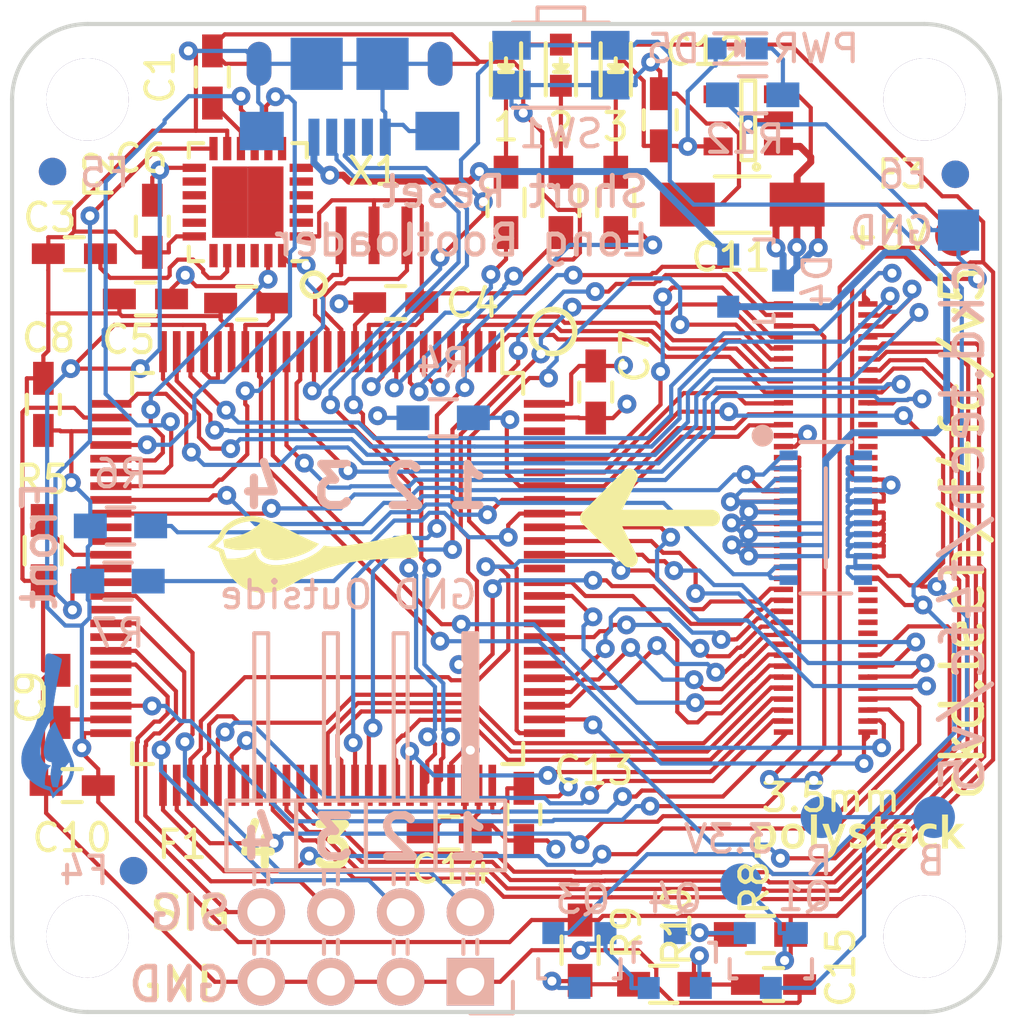
<source format=kicad_pcb>
(kicad_pcb (version 20171130) (host pcbnew "(5.1.12)-1")
  (layers (0 F.Cu signal) (1 In1.Cu power) (2 In2.Cu power) (31 B.Cu signal) (34 B.Paste user hide) (35 F.Paste user hide) (36 B.SilkS user hide) (37 F.SilkS user hide) (38 B.Mask user hide) (39 F.Mask user hide) (44 Edge.Cuts user))
  (net 0 "")
  (net 1 GNDPWR)
  (net 2 "Net-(C1-Pad1)")
  (net 3 VDD)
  (net 4 "Net-(C3-Pad2)")
  (net 5 "Net-(C9-Pad1)")
  (net 6 "Net-(C11-Pad1)")
  (net 7 "Net-(C14-Pad2)")
  (net 8 "Net-(C15-Pad1)")
  (net 9 "Net-(D1-Pad1)")
  (net 10 "Net-(D2-Pad1)")
  (net 11 "Net-(D3-Pad1)")
  (net 12 +5V)
  (net 13 +5VA)
  (net 14 "Net-(D5-Pad1)")
  (net 15 "Net-(P3-Pad4)")
  (net 16 /TIM1_CH1)
  (net 17 /TIM1_CH2)
  (net 18 /TIM1_CH3)
  (net 19 /TIM1_CH4)
  (net 20 +BATT)
  (net 21 /Reset/RESET)
  (net 22 /Reset/BOOT0)
  (net 23 /TIMG1_CH1)
  (net 24 /TIMG1_CH2)
  (net 25 /TIMG1_CH3)
  (net 26 /TIMG1_CH4)
  (net 27 /TIMG2_CH1)
  (net 28 /TIMG2_CH2)
  (net 29 /TIMG2_CH3)
  (net 30 /TIMG2_CH4)
  (net 31 "Net-(PORT_OUT1-Pad56)")
  (net 32 "Net-(PORT_OUT1-Pad55)")
  (net 33 "Net-(PORT_OUT1-Pad54)")
  (net 34 "Net-(PORT_OUT1-Pad53)")
  (net 35 "Net-(PORT_OUT1-Pad52)")
  (net 36 "Net-(PORT_OUT1-Pad51)")
  (net 37 "Net-(PORT_OUT1-Pad67)")
  (net 38 "Net-(PORT_OUT1-Pad68)")
  (net 39 "Net-(PORT_OUT1-Pad69)")
  (net 40 "Net-(PORT_OUT1-Pad70)")
  (net 41 /SPI1_MOSI)
  (net 42 /SPI1_MISO)
  (net 43 /SPI1_SCK)
  (net 44 /SPI1_NSS)
  (net 45 /SPI2_MOSI)
  (net 46 /SPI2_MISO)
  (net 47 /SPI2_SCK)
  (net 48 /SPI2_NSS)
  (net 49 "Net-(PORT_OUT1-Pad72)")
  (net 50 "Net-(PORT_OUT1-Pad71)")
  (net 51 /UART4_TX)
  (net 52 /UART4_RX)
  (net 53 /UART2_TX)
  (net 54 /UART2_RX)
  (net 55 /UART6_TX)
  (net 56 /UART6_RX)
  (net 57 /UART1_TX)
  (net 58 /UART1_RX)
  (net 59 /UART3_TX)
  (net 60 /UART3_RX)
  (net 61 /UART5_RX)
  (net 62 /UART5_TX)
  (net 63 /TIM12_CH1_UART8_RX)
  (net 64 /TIM12_CH2_UART8_TX)
  (net 65 /i2c_SDA)
  (net 66 /i2c_SCL)
  (net 67 "Net-(PORT_OUT1-Pad17)")
  (net 68 /GPIO6)
  (net 69 /GPIO5)
  (net 70 /GPIO4)
  (net 71 /GPIO3)
  (net 72 /GPIO2_13_SWDIO)
  (net 73 /GPIO1_14_SWCLK)
  (net 74 /TIM11_CH1)
  (net 75 "Net-(Q3-Pad3)")
  (net 76 /LED0)
  (net 77 /LED1)
  (net 78 /LED2)
  (net 79 "Net-(U1-Pad2)")
  (net 80 "Net-(U1-Pad3)")
  (net 81 "Net-(U1-Pad4)")
  (net 82 "Net-(U1-Pad5)")
  (net 83 "Net-(U1-Pad6)")
  (net 84 "Net-(U1-Pad7)")
  (net 85 /MPU_NSS)
  (net 86 /MPU_MISO)
  (net 87 /MPU_INT)
  (net 88 "Net-(U1-Pad14)")
  (net 89 "Net-(U1-Pad15)")
  (net 90 "Net-(U1-Pad16)")
  (net 91 "Net-(U1-Pad17)")
  (net 92 "Net-(U1-Pad19)")
  (net 93 "Net-(U1-Pad21)")
  (net 94 "Net-(U1-Pad22)")
  (net 95 /MPU_SCK)
  (net 96 /MPU_MOSI)
  (net 97 "Net-(U2-Pad12)")
  (net 98 "Net-(U2-Pad13)")
  (net 99 "Net-(U2-Pad39)")
  (net 100 "Net-(U2-Pad41)")
  (net 101 "Net-(U2-Pad43)")
  (net 102 "Net-(U2-Pad46)")
  (net 103 "Net-(U2-Pad47)")
  (net 104 "Net-(U2-Pad57)")
  (net 105 "Net-(U2-Pad58)")
  (net 106 "Net-(U2-Pad67)")
  (net 107 "Net-(U2-Pad81)")
  (net 108 "Net-(U2-Pad82)")
  (net 109 "Net-(U2-Pad84)")
  (net 110 "Net-(U2-Pad85)")
  (net 111 "Net-(U2-Pad88)")
  (net 112 "Net-(U2-Pad97)")
  (net 113 "Net-(U2-Pad98)")
  (net 114 /ADC1)
  (net 115 /ADC2)
  (net 116 "Net-(Q1-Pad1)")
  (net 117 /Power/CURRENT)
  (net 118 /USB_D-)
  (net 119 /USB_D+)
  (net 120 "Net-(R5-Pad1)")
  (net 121 /TIM2_CH4)
  (net 122 /TIM8_CH3)
  (net 123 /TIM3_CH4)
  (net 124 "Net-(U2-Pad35)")
  (net 125 "Net-(U2-Pad36)")
  (net 126 "Net-(PORT_OUT1-Pad26)")
  (net 127 "Net-(PORT_OUT1-Pad25)")
  (net 128 "Net-(U2-Pad4)")
  (net 129 "Net-(U2-Pad5)")
  (module fci:Mini-USB-B-EDGE (layer B.Cu) (at 142.3 92.65)
    (fp_text reference P3 hide)
    (fp_text value USB_OTG)
    (pad 6 smd rect (at -3.2 1.25) (size 1.6 1.4) (layers B.Cu B.Paste B.Mask) (net 1 GNDPWR))
    (pad 6 smd rect (at 3.2 1.25) (size 1.6 1.4) (layers B.Cu B.Paste B.Mask) (net 1 GNDPWR))
    (pad 1 smd rect (at -1.3 1.475) (size 0.4 1.35) (layers B.Cu B.Paste B.Mask) (net 13 +5VA))
    (pad 2 smd rect (at -0.65 1.475) (size 0.4 1.35) (layers B.Cu B.Paste B.Mask) (net 118 /USB_D-))
    (pad 3 smd rect (at 0 1.475) (size 0.4 1.35) (layers B.Cu B.Paste B.Mask) (net 119 /USB_D+))
    (pad 4 smd rect (at 0.65 1.475) (size 0.4 1.35) (layers B.Cu B.Paste B.Mask) (net 15 "Net-(P3-Pad4)"))
    (pad 5 smd rect (at 1.3 1.475) (size 0.4 1.35) (layers B.Cu B.Paste B.Mask) (net 1 GNDPWR))
    (pad 6 smd rect (at -1.2 -1.2) (size 1.9 1.9) (layers B.Cu B.Paste B.Mask) (net 1 GNDPWR))
    (pad 6 smd rect (at 1.2 -1.2) (size 1.9 1.9) (layers B.Cu B.Paste B.Mask) (net 1 GNDPWR))
    (pad 6 smd oval (at -3.3 -1.2) (size 0.9 1.6) (layers B.Cu B.Paste B.Mask) (net 1 GNDPWR))
    (pad 6 smd oval (at 3.3 -1.2) (size 0.9 1.6) (layers B.Cu B.Paste B.Mask) (net 1 GNDPWR))
    (pad 6 smd oval (at -3.3 -1.2) (size 0.9 1.6) (layers F.Cu F.Mask) (net 1 GNDPWR))
    (pad 6 smd oval (at 3.3 -1.2) (size 0.9 1.6) (layers F.Cu F.Mask) (net 1 GNDPWR))
  )
  (module DF40-20pin-Header (layer B.Cu) (at 159.655 107.99)
    (fp_text reference P5 hide)
    (fp_text value CONN_02X10)
    (pad 20 smd rect (at 1.355 -1.8) (size 0.66 0.23) (layers B.Cu B.Paste B.Mask) (net 1 GNDPWR))
    (pad 19 smd rect (at -1.355 -1.8) (size 0.66 0.23) (layers B.Cu B.Paste B.Mask) (net 20 +BATT))
    (pad 2 smd rect (at 1.355 1.8) (size 0.66 0.23) (layers B.Cu B.Paste B.Mask) (net 1 GNDPWR))
    (pad 1 smd rect (at -1.355 1.8) (size 0.66 0.23) (layers B.Cu B.Paste B.Mask) (net 117 /Power/CURRENT))
    (pad 20 smd rect (at 1.355 -2.2) (size 0.66 0.35) (drill (offset 0 -0.075)) (layers B.Cu B.Paste B.Mask) (net 1 GNDPWR))
    (pad 19 smd rect (at -1.355 -2.2) (size 0.66 0.35) (drill (offset 0 -0.075)) (layers B.Cu B.Paste B.Mask) (net 20 +BATT))
    (pad 2 smd rect (at 1.355 2.2) (size 0.66 0.35) (drill (offset 0 0.075)) (layers B.Cu B.Paste B.Mask) (net 1 GNDPWR))
    (pad 1 smd rect (at -1.355 2.2) (size 0.66 0.35) (drill (offset 0 0.075)) (layers B.Cu B.Paste B.Mask) (net 117 /Power/CURRENT))
    (pad 3 smd rect (at -1.355 1.4) (size 0.66 0.23) (layers B.Cu B.Paste B.Mask) (net 12 +5V))
    (pad 4 smd rect (at 1.355 1.4) (size 0.66 0.23) (layers B.Cu B.Paste B.Mask) (net 1 GNDPWR))
    (pad 5 smd rect (at -1.355 1) (size 0.66 0.23) (layers B.Cu B.Paste B.Mask) (net 12 +5V))
    (pad 6 smd rect (at 1.355 1) (size 0.66 0.23) (layers B.Cu B.Paste B.Mask) (net 1 GNDPWR))
    (pad 7 smd rect (at -1.355 0.6) (size 0.66 0.23) (layers B.Cu B.Paste B.Mask) (net 12 +5V))
    (pad 8 smd rect (at 1.355 0.6) (size 0.66 0.23) (layers B.Cu B.Paste B.Mask) (net 1 GNDPWR))
    (pad 9 smd rect (at -1.355 0.2) (size 0.66 0.23) (layers B.Cu B.Paste B.Mask) (net 12 +5V))
    (pad 10 smd rect (at 1.355 0.2) (size 0.66 0.23) (layers B.Cu B.Paste B.Mask) (net 1 GNDPWR))
    (pad 11 smd rect (at -1.355 -0.2) (size 0.66 0.23) (layers B.Cu B.Paste B.Mask) (net 12 +5V))
    (pad 12 smd rect (at 1.355 -0.2) (size 0.66 0.23) (layers B.Cu B.Paste B.Mask) (net 1 GNDPWR))
    (pad 13 smd rect (at -1.355 -0.6) (size 0.66 0.23) (layers B.Cu B.Paste B.Mask) (net 12 +5V))
    (pad 14 smd rect (at 1.355 -0.6) (size 0.66 0.23) (layers B.Cu B.Paste B.Mask) (net 1 GNDPWR))
    (pad 15 smd rect (at -1.355 -1) (size 0.66 0.23) (layers B.Cu B.Paste B.Mask) (net 12 +5V))
    (pad 16 smd rect (at 1.355 -1) (size 0.66 0.23) (layers B.Cu B.Paste B.Mask) (net 1 GNDPWR))
    (pad 17 smd rect (at -1.355 -1.4) (size 0.66 0.23) (layers B.Cu B.Paste B.Mask) (net 12 +5V))
    (pad 18 smd rect (at 1.355 -1.4) (size 0.66 0.23) (layers B.Cu B.Paste B.Mask) (net 1 GNDPWR))
  )
  (module DF40-3-4mm-80pin-Receptacle (layer F.Cu) (at 159.65 108)
    (fp_text reference PORT_OUT1 hide)
    (fp_text value CKD_SANDWICH hide)
    (pad 41 smd rect (at 1.54 -7.8) (size 0.7 0.2) (layers F.Cu F.Paste F.Mask) (net 23 /TIMG1_CH1))
    (pad 42 smd rect (at 1.54 -7.4) (size 0.7 0.2) (layers F.Cu F.Paste F.Mask) (net 24 /TIMG1_CH2))
    (pad 43 smd rect (at 1.54 -7) (size 0.7 0.2) (layers F.Cu F.Paste F.Mask) (net 25 /TIMG1_CH3))
    (pad 44 smd rect (at 1.54 -6.6) (size 0.7 0.2) (layers F.Cu F.Paste F.Mask) (net 26 /TIMG1_CH4))
    (pad 45 smd rect (at 1.54 -6.2) (size 0.7 0.2) (layers F.Cu F.Paste F.Mask) (net 27 /TIMG2_CH1))
    (pad 46 smd rect (at 1.54 -5.8) (size 0.7 0.2) (layers F.Cu F.Paste F.Mask) (net 28 /TIMG2_CH2))
    (pad 47 smd rect (at 1.54 -5.4) (size 0.7 0.2) (layers F.Cu F.Paste F.Mask) (net 29 /TIMG2_CH3))
    (pad 48 smd rect (at 1.54 -5) (size 0.7 0.2) (layers F.Cu F.Paste F.Mask) (net 30 /TIMG2_CH4))
    (pad 49 smd rect (at 1.54 -4.6) (size 0.7 0.2) (layers F.Cu F.Paste F.Mask) (net 114 /ADC1))
    (pad 50 smd rect (at 1.54 -4.2) (size 0.7 0.2) (layers F.Cu F.Paste F.Mask) (net 115 /ADC2))
    (pad 60 smd rect (at 1.54 -0.2) (size 0.7 0.2) (layers F.Cu F.Paste F.Mask) (net 1 GNDPWR))
    (pad 59 smd rect (at 1.54 -0.6) (size 0.7 0.2) (layers F.Cu F.Paste F.Mask) (net 1 GNDPWR))
    (pad 58 smd rect (at 1.54 -1) (size 0.7 0.2) (layers F.Cu F.Paste F.Mask) (net 1 GNDPWR))
    (pad 57 smd rect (at 1.54 -1.4) (size 0.7 0.2) (layers F.Cu F.Paste F.Mask) (net 1 GNDPWR))
    (pad 56 smd rect (at 1.54 -1.8) (size 0.7 0.2) (layers F.Cu F.Paste F.Mask) (net 31 "Net-(PORT_OUT1-Pad56)"))
    (pad 55 smd rect (at 1.54 -2.2) (size 0.7 0.2) (layers F.Cu F.Paste F.Mask) (net 32 "Net-(PORT_OUT1-Pad55)"))
    (pad 54 smd rect (at 1.54 -2.6) (size 0.7 0.2) (layers F.Cu F.Paste F.Mask) (net 33 "Net-(PORT_OUT1-Pad54)"))
    (pad 53 smd rect (at 1.54 -3) (size 0.7 0.2) (layers F.Cu F.Paste F.Mask) (net 34 "Net-(PORT_OUT1-Pad53)"))
    (pad 52 smd rect (at 1.54 -3.4) (size 0.7 0.2) (layers F.Cu F.Paste F.Mask) (net 35 "Net-(PORT_OUT1-Pad52)"))
    (pad 51 smd rect (at 1.54 -3.8) (size 0.7 0.2) (layers F.Cu F.Paste F.Mask) (net 36 "Net-(PORT_OUT1-Pad51)"))
    (pad 61 smd rect (at 1.54 0.2) (size 0.7 0.2) (layers F.Cu F.Paste F.Mask) (net 1 GNDPWR))
    (pad 62 smd rect (at 1.54 0.6) (size 0.7 0.2) (layers F.Cu F.Paste F.Mask) (net 1 GNDPWR))
    (pad 63 smd rect (at 1.54 1) (size 0.7 0.2) (layers F.Cu F.Paste F.Mask) (net 1 GNDPWR))
    (pad 64 smd rect (at 1.54 1.4) (size 0.7 0.2) (layers F.Cu F.Paste F.Mask) (net 1 GNDPWR))
    (pad 65 smd rect (at 1.54 1.8) (size 0.7 0.2) (layers F.Cu F.Paste F.Mask) (net 22 /Reset/BOOT0))
    (pad 66 smd rect (at 1.54 2.2) (size 0.7 0.2) (layers F.Cu F.Paste F.Mask) (net 21 /Reset/RESET))
    (pad 67 smd rect (at 1.54 2.6) (size 0.7 0.2) (layers F.Cu F.Paste F.Mask) (net 37 "Net-(PORT_OUT1-Pad67)"))
    (pad 68 smd rect (at 1.54 3) (size 0.7 0.2) (layers F.Cu F.Paste F.Mask) (net 38 "Net-(PORT_OUT1-Pad68)"))
    (pad 69 smd rect (at 1.54 3.4) (size 0.7 0.2) (layers F.Cu F.Paste F.Mask) (net 39 "Net-(PORT_OUT1-Pad69)"))
    (pad 70 smd rect (at 1.54 3.8) (size 0.7 0.2) (layers F.Cu F.Paste F.Mask) (net 40 "Net-(PORT_OUT1-Pad70)"))
    (pad 80 smd rect (at 1.54 7.8) (size 0.7 0.2) (layers F.Cu F.Paste F.Mask) (net 41 /SPI1_MOSI))
    (pad 79 smd rect (at 1.54 7.4) (size 0.7 0.2) (layers F.Cu F.Paste F.Mask) (net 42 /SPI1_MISO))
    (pad 78 smd rect (at 1.54 7) (size 0.7 0.2) (layers F.Cu F.Paste F.Mask) (net 43 /SPI1_SCK))
    (pad 77 smd rect (at 1.54 6.6) (size 0.7 0.2) (layers F.Cu F.Paste F.Mask) (net 44 /SPI1_NSS))
    (pad 76 smd rect (at 1.54 6.2) (size 0.7 0.2) (layers F.Cu F.Paste F.Mask) (net 45 /SPI2_MOSI))
    (pad 75 smd rect (at 1.54 5.8) (size 0.7 0.2) (layers F.Cu F.Paste F.Mask) (net 46 /SPI2_MISO))
    (pad 74 smd rect (at 1.54 5.4) (size 0.7 0.2) (layers F.Cu F.Paste F.Mask) (net 47 /SPI2_SCK))
    (pad 73 smd rect (at 1.54 5) (size 0.7 0.2) (layers F.Cu F.Paste F.Mask) (net 48 /SPI2_NSS))
    (pad 72 smd rect (at 1.54 4.6) (size 0.7 0.2) (layers F.Cu F.Paste F.Mask) (net 49 "Net-(PORT_OUT1-Pad72)"))
    (pad 71 smd rect (at 1.54 4.2) (size 0.7 0.2) (layers F.Cu F.Paste F.Mask) (net 50 "Net-(PORT_OUT1-Pad71)"))
    (pad 31 smd rect (at -1.54 4.2) (size 0.7 0.2) (layers F.Cu F.Paste F.Mask) (net 51 /UART4_TX))
    (pad 32 smd rect (at -1.54 4.6) (size 0.7 0.2) (layers F.Cu F.Paste F.Mask) (net 52 /UART4_RX))
    (pad 33 smd rect (at -1.54 5) (size 0.7 0.2) (layers F.Cu F.Paste F.Mask) (net 53 /UART2_TX))
    (pad 34 smd rect (at -1.54 5.4) (size 0.7 0.2) (layers F.Cu F.Paste F.Mask) (net 54 /UART2_RX))
    (pad 35 smd rect (at -1.54 5.8) (size 0.7 0.2) (layers F.Cu F.Paste F.Mask) (net 55 /UART6_TX))
    (pad 36 smd rect (at -1.54 6.2) (size 0.7 0.2) (layers F.Cu F.Paste F.Mask) (net 56 /UART6_RX))
    (pad 37 smd rect (at -1.54 6.6) (size 0.7 0.2) (layers F.Cu F.Paste F.Mask) (net 57 /UART1_TX))
    (pad 38 smd rect (at -1.54 7) (size 0.7 0.2) (layers F.Cu F.Paste F.Mask) (net 58 /UART1_RX))
    (pad 39 smd rect (at -1.54 7.4) (size 0.7 0.2) (layers F.Cu F.Paste F.Mask) (net 59 /UART3_TX))
    (pad 40 smd rect (at -1.54 7.8) (size 0.7 0.2) (layers F.Cu F.Paste F.Mask) (net 60 /UART3_RX))
    (pad 30 smd rect (at -1.54 3.8) (size 0.7 0.2) (layers F.Cu F.Paste F.Mask) (net 61 /UART5_RX))
    (pad 29 smd rect (at -1.54 3.4) (size 0.7 0.2) (layers F.Cu F.Paste F.Mask) (net 62 /UART5_TX))
    (pad 28 smd rect (at -1.54 3) (size 0.7 0.2) (layers F.Cu F.Paste F.Mask) (net 63 /TIM12_CH1_UART8_RX))
    (pad 27 smd rect (at -1.54 2.6) (size 0.7 0.2) (layers F.Cu F.Paste F.Mask) (net 64 /TIM12_CH2_UART8_TX))
    (pad 26 smd rect (at -1.54 2.2) (size 0.7 0.2) (layers F.Cu F.Paste F.Mask) (net 126 "Net-(PORT_OUT1-Pad26)"))
    (pad 25 smd rect (at -1.54 1.8) (size 0.7 0.2) (layers F.Cu F.Paste F.Mask) (net 127 "Net-(PORT_OUT1-Pad25)"))
    (pad 24 smd rect (at -1.54 1.4) (size 0.7 0.2) (layers F.Cu F.Paste F.Mask) (net 12 +5V))
    (pad 23 smd rect (at -1.54 1) (size 0.7 0.2) (layers F.Cu F.Paste F.Mask) (net 12 +5V))
    (pad 22 smd rect (at -1.54 0.6) (size 0.7 0.2) (layers F.Cu F.Paste F.Mask) (net 12 +5V))
    (pad 21 smd rect (at -1.54 0.2) (size 0.7 0.2) (layers F.Cu F.Paste F.Mask) (net 12 +5V))
    (pad 11 smd rect (at -1.54 -3.8) (size 0.7 0.2) (layers F.Cu F.Paste F.Mask) (net 65 /i2c_SDA))
    (pad 12 smd rect (at -1.54 -3.4) (size 0.7 0.2) (layers F.Cu F.Paste F.Mask) (net 66 /i2c_SCL))
    (pad 13 smd rect (at -1.54 -3) (size 0.7 0.2) (layers F.Cu F.Paste F.Mask) (net 1 GNDPWR))
    (pad 14 smd rect (at -1.54 -2.6) (size 0.7 0.2) (layers F.Cu F.Paste F.Mask) (net 1 GNDPWR))
    (pad 15 smd rect (at -1.54 -2.2) (size 0.7 0.2) (layers F.Cu F.Paste F.Mask) (net 3 VDD))
    (pad 16 smd rect (at -1.54 -1.8) (size 0.7 0.2) (layers F.Cu F.Paste F.Mask) (net 3 VDD))
    (pad 17 smd rect (at -1.54 -1.4) (size 0.7 0.2) (layers F.Cu F.Paste F.Mask) (net 67 "Net-(PORT_OUT1-Pad17)"))
    (pad 18 smd rect (at -1.54 -1) (size 0.7 0.2) (layers F.Cu F.Paste F.Mask) (net 20 +BATT))
    (pad 19 smd rect (at -1.54 -0.6) (size 0.7 0.2) (layers F.Cu F.Paste F.Mask) (net 12 +5V))
    (pad 20 smd rect (at -1.54 -0.2) (size 0.7 0.2) (layers F.Cu F.Paste F.Mask) (net 12 +5V))
    (pad 10 smd rect (at -1.54 -4.2) (size 0.7 0.2) (layers F.Cu F.Paste F.Mask) (net 68 /GPIO6))
    (pad 9 smd rect (at -1.54 -4.6) (size 0.7 0.2) (layers F.Cu F.Paste F.Mask) (net 69 /GPIO5))
    (pad 8 smd rect (at -1.54 -5) (size 0.7 0.2) (layers F.Cu F.Paste F.Mask) (net 70 /GPIO4))
    (pad 7 smd rect (at -1.54 -5.4) (size 0.7 0.2) (layers F.Cu F.Paste F.Mask) (net 71 /GPIO3))
    (pad 6 smd rect (at -1.54 -5.8) (size 0.7 0.2) (layers F.Cu F.Paste F.Mask) (net 73 /GPIO1_14_SWCLK))
    (pad 5 smd rect (at -1.54 -6.2) (size 0.7 0.2) (layers F.Cu F.Paste F.Mask) (net 72 /GPIO2_13_SWDIO))
    (pad 4 smd rect (at -1.54 -6.6) (size 0.7 0.2) (layers F.Cu F.Paste F.Mask) (net 74 /TIM11_CH1))
    (pad 3 smd rect (at -1.54 -7) (size 0.7 0.2) (layers F.Cu F.Paste F.Mask) (net 121 /TIM2_CH4))
    (pad 2 smd rect (at -1.54 -7.4) (size 0.7 0.2) (layers F.Cu F.Paste F.Mask) (net 123 /TIM3_CH4))
    (pad 1 smd rect (at -1.54 -7.8) (size 0.7 0.2) (layers F.Cu F.Paste F.Mask) (net 122 /TIM8_CH3))
  )
  (module macrofab:Fiducial (layer B.Cu) (at 134.425 120.85)
    (fp_text reference F4 (at -1.8 0) (layer B.SilkS) (effects (justify mirror)))
    (fp_text value 1mm)
    (pad "" smd circle (at 0 0) (size 1 1) (layers B.Cu B.Paste B.Mask) (clearance 0.5))
  )
  (module macrofab:Fiducial (layer F.Cu) (at 134.425 120.85)
    (fp_text reference F1 (at 1.775 -0.95) (layer F.SilkS))
    (fp_text value 1mm)
    (pad "" smd circle (at 0 0) (size 1 1) (layers F.Cu F.Paste F.Mask) (clearance 0.5))
  )
  (module macrofab:Fiducial (layer F.Cu) (at 131.475 95.375)
    (fp_text reference F2 (at 1.7 0.1 90) (layer F.SilkS))
    (fp_text value 1mm)
    (pad "" smd circle (at 0 0) (size 1 1) (layers F.Cu F.Paste F.Mask) (clearance 0.5))
  )
  (module macrofab:Fiducial (layer B.Cu) (at 131.475 95.375)
    (fp_text reference F5 (at 1.9 0.05 180) (layer B.SilkS) (effects (justify mirror)))
    (fp_text value 1mm)
    (pad "" smd circle (at 0 0) (size 1 1) (layers B.Cu B.Paste B.Mask) (clearance 0.5))
  )
  (module macrofab:Fiducial (layer B.Cu) (at 164.375 95.475)
    (fp_text reference F6 (at -1.9 0) (layer B.SilkS) (effects (justify mirror)))
    (fp_text value 1mm)
    (pad "" smd circle (at 0 0) (size 1 1) (layers B.Cu B.Paste B.Mask) (clearance 0.5))
  )
  (module Housings_DFN_QFN:QFN-24-1EP_4x4mm_Pitch0.5mm (layer F.Cu) (at 138.59 96.49 180)
    (fp_text reference U1 hide)
    (fp_text value MPU-6000)
    (pad 1 smd rect (at -1.95 -1.25 180) (size 0.85 0.3) (layers F.Cu F.Paste F.Mask) (net 1 GNDPWR) (clearance 0.1016))
    (pad 2 smd rect (at -1.95 -0.75 180) (size 0.85 0.3) (layers F.Cu F.Paste F.Mask) (net 79 "Net-(U1-Pad2)"))
    (pad 3 smd rect (at -1.95 -0.25 180) (size 0.85 0.3) (layers F.Cu F.Paste F.Mask) (net 80 "Net-(U1-Pad3)"))
    (pad 4 smd rect (at -1.95 0.25 180) (size 0.85 0.3) (layers F.Cu F.Paste F.Mask) (net 81 "Net-(U1-Pad4)"))
    (pad 5 smd rect (at -1.95 0.75 180) (size 0.85 0.3) (layers F.Cu F.Paste F.Mask) (net 82 "Net-(U1-Pad5)"))
    (pad 6 smd rect (at -1.95 1.25 180) (size 0.85 0.3) (layers F.Cu F.Paste F.Mask) (net 83 "Net-(U1-Pad6)") (clearance 0.1016))
    (pad 7 smd rect (at -1.25 1.95 270) (size 0.85 0.3) (layers F.Cu F.Paste F.Mask) (net 84 "Net-(U1-Pad7)") (clearance 0.1016))
    (pad 8 smd rect (at -0.75 1.95 270) (size 0.85 0.3) (layers F.Cu F.Paste F.Mask) (net 85 /MPU_NSS))
    (pad 9 smd rect (at -0.25 1.95 270) (size 0.85 0.3) (layers F.Cu F.Paste F.Mask) (net 86 /MPU_MISO))
    (pad 10 smd rect (at 0.25 1.95 270) (size 0.85 0.3) (layers F.Cu F.Paste F.Mask) (net 2 "Net-(C1-Pad1)"))
    (pad 11 smd rect (at 0.75 1.95 270) (size 0.85 0.3) (layers F.Cu F.Paste F.Mask) (net 1 GNDPWR))
    (pad 12 smd rect (at 1.25 1.95 270) (size 0.85 0.3) (layers F.Cu F.Paste F.Mask) (net 87 /MPU_INT) (clearance 0.1016))
    (pad 13 smd rect (at 1.95 1.25 180) (size 0.85 0.3) (layers F.Cu F.Paste F.Mask) (net 3 VDD) (clearance 0.1016))
    (pad 14 smd rect (at 1.95 0.75 180) (size 0.85 0.3) (layers F.Cu F.Paste F.Mask) (net 88 "Net-(U1-Pad14)"))
    (pad 15 smd rect (at 1.95 0.25 180) (size 0.85 0.3) (layers F.Cu F.Paste F.Mask) (net 89 "Net-(U1-Pad15)"))
    (pad 16 smd rect (at 1.95 -0.25 180) (size 0.85 0.3) (layers F.Cu F.Paste F.Mask) (net 90 "Net-(U1-Pad16)"))
    (pad 17 smd rect (at 1.95 -0.75 180) (size 0.85 0.3) (layers F.Cu F.Paste F.Mask) (net 91 "Net-(U1-Pad17)"))
    (pad 18 smd rect (at 1.95 -1.25 180) (size 0.85 0.3) (layers F.Cu F.Paste F.Mask) (net 1 GNDPWR) (clearance 0.1016))
    (pad 19 smd rect (at 1.25 -1.95 270) (size 0.85 0.3) (layers F.Cu F.Paste F.Mask) (net 92 "Net-(U1-Pad19)") (clearance 0.1016))
    (pad 20 smd rect (at 0.75 -1.95 270) (size 0.85 0.3) (layers F.Cu F.Paste F.Mask) (net 4 "Net-(C3-Pad2)"))
    (pad 21 smd rect (at 0.25 -1.95 270) (size 0.85 0.3) (layers F.Cu F.Paste F.Mask) (net 93 "Net-(U1-Pad21)"))
    (pad 22 smd rect (at -0.25 -1.95 270) (size 0.85 0.3) (layers F.Cu F.Paste F.Mask) (net 94 "Net-(U1-Pad22)"))
    (pad 23 smd rect (at -0.75 -1.95 270) (size 0.85 0.3) (layers F.Cu F.Paste F.Mask) (net 95 /MPU_SCK))
    (pad 24 smd rect (at -1.25 -1.95 270) (size 0.85 0.3) (layers F.Cu F.Paste F.Mask) (net 96 /MPU_MOSI) (clearance 0.1016))
    (pad 25 smd rect (at 0.65 0.65 180) (size 1.3 1.3) (layers F.Cu F.Paste F.Mask))
    (pad 25 smd rect (at 0.65 -0.65 180) (size 1.3 1.3) (layers F.Cu F.Paste F.Mask))
    (pad 25 smd rect (at -0.65 0.65 180) (size 1.3 1.3) (layers F.Cu F.Paste F.Mask))
    (pad 25 smd rect (at -0.65 -0.65 180) (size 1.3 1.3) (layers F.Cu F.Paste F.Mask))
  )
  (module Capacitors_SMD:C_0603_HandSoldering (layer F.Cu) (at 138.55 100.17)
    (fp_text reference C2 hide)
    (fp_text value 4.7uF)
    (pad 1 smd rect (at -0.95 0) (size 1.2 0.75) (layers F.Cu F.Paste F.Mask) (net 1 GNDPWR))
    (pad 2 smd rect (at 0.95 0) (size 1.2 0.75) (layers F.Cu F.Paste F.Mask) (net 3 VDD))
  )
  (module Capacitors_SMD:C_0603_HandSoldering (layer F.Cu) (at 135.11 97.37 270)
    (fp_text reference C6 (at -2.47 0.41) (layer F.SilkS))
    (fp_text value 0.1uF)
    (pad 1 smd rect (at -0.95 0 270) (size 1.2 0.75) (layers F.Cu F.Paste F.Mask) (net 3 VDD))
    (pad 2 smd rect (at 0.95 0 270) (size 1.2 0.75) (layers F.Cu F.Paste F.Mask) (net 1 GNDPWR))
  )
  (module Mounting_Holes:MountingHole_3mm (layer F.Cu) (at 163.25 123.25)
    (fp_text reference REF**_4 hide)
    (fp_text value MountingHole_3mm hide)
    (pad 1 thru_hole circle (at 0 0) (size 3 3) (drill 3) (layers *.Cu *.Mask))
  )
  (module Mounting_Holes:MountingHole_3mm (layer F.Cu) (at 132.75 123.25)
    (fp_text reference REF**_3 hide)
    (fp_text value MountingHole_3mm hide)
    (pad 1 thru_hole circle (at 0 0) (size 3 3) (drill 3) (layers *.Cu *.Mask))
  )
  (module Mounting_Holes:MountingHole_3mm (layer F.Cu) (at 132.75 92.75)
    (fp_text reference REF**_2 hide)
    (fp_text value MountingHole_3mm hide)
    (pad 1 thru_hole circle (at 0 0) (size 3 3) (drill 3) (layers *.Cu *.Mask))
  )
  (module Mounting_Holes:MountingHole_3mm (layer F.Cu) (at 163.25 92.75)
    (fp_text reference REF** hide)
    (fp_text value MountingHole_3mm hide)
    (pad 1 thru_hole circle (at 0 0) (size 3 3) (drill 3) (layers *.Cu *.Mask))
  )
  (module Capacitors_SMD:C_0603_HandSoldering (layer F.Cu) (at 137.3 91.93 90)
    (fp_text reference C1 (at 0 -1.9 90) (layer F.SilkS))
    (fp_text value 0.1uF)
    (pad 1 smd rect (at -0.95 0 90) (size 1.2 0.75) (layers F.Cu F.Paste F.Mask) (net 2 "Net-(C1-Pad1)"))
    (pad 2 smd rect (at 0.95 0 90) (size 1.2 0.75) (layers F.Cu F.Paste F.Mask) (net 1 GNDPWR))
  )
  (module Capacitors_SMD:C_0603_HandSoldering (layer F.Cu) (at 132.27 98.37)
    (fp_text reference C3 (at -0.895 -1.32) (layer F.SilkS))
    (fp_text value 2.2nF)
    (pad 1 smd rect (at -0.95 0) (size 1.2 0.75) (layers F.Cu F.Paste F.Mask) (net 1 GNDPWR))
    (pad 2 smd rect (at 0.95 0) (size 1.2 0.75) (layers F.Cu F.Paste F.Mask) (net 4 "Net-(C3-Pad2)"))
  )
  (module Capacitors_SMD:C_0603_HandSoldering (layer F.Cu) (at 143.98 100.15 180)
    (fp_text reference C4 (at -2.8 -0.02 180) (layer F.SilkS))
    (fp_text value 0.1uF)
    (pad 1 smd rect (at -0.95 0 180) (size 1.2 0.75) (layers F.Cu F.Paste F.Mask) (net 1 GNDPWR))
    (pad 2 smd rect (at 0.95 0 180) (size 1.2 0.75) (layers F.Cu F.Paste F.Mask) (net 3 VDD))
  )
  (module Capacitors_SMD:C_0603_HandSoldering (layer F.Cu) (at 134.86 100.02)
    (fp_text reference C5 (at -0.61 1.48) (layer F.SilkS))
    (fp_text value 1uF)
    (pad 1 smd rect (at -0.95 0) (size 1.2 0.75) (layers F.Cu F.Paste F.Mask) (net 1 GNDPWR))
    (pad 2 smd rect (at 0.95 0) (size 1.2 0.75) (layers F.Cu F.Paste F.Mask) (net 3 VDD))
  )
  (module Capacitors_SMD:C_0603_HandSoldering (layer F.Cu) (at 151.27 103.41 90)
    (fp_text reference C7 (at 1.31 1.43 90) (layer F.SilkS))
    (fp_text value 0.1uF)
    (pad 1 smd rect (at -0.95 0 90) (size 1.2 0.75) (layers F.Cu F.Paste F.Mask) (net 1 GNDPWR))
    (pad 2 smd rect (at 0.95 0 90) (size 1.2 0.75) (layers F.Cu F.Paste F.Mask) (net 3 VDD))
  )
  (module Capacitors_SMD:C_0603_HandSoldering (layer F.Cu) (at 131.14 103.86 270)
    (fp_text reference C8 (at -2.42 -0.19) (layer F.SilkS))
    (fp_text value 0.1uF)
    (pad 1 smd rect (at -0.95 0 270) (size 1.2 0.75) (layers F.Cu F.Paste F.Mask) (net 1 GNDPWR))
    (pad 2 smd rect (at 0.95 0 270) (size 1.2 0.75) (layers F.Cu F.Paste F.Mask) (net 3 VDD))
  )
  (module Capacitors_SMD:C_0603_HandSoldering (layer F.Cu) (at 131.75 114.5 90)
    (fp_text reference C9 (at -0.03 -1.1 90) (layer F.SilkS))
    (fp_text value 2.2uF)
    (pad 1 smd rect (at -0.95 0 90) (size 1.2 0.75) (layers F.Cu F.Paste F.Mask) (net 5 "Net-(C9-Pad1)"))
    (pad 2 smd rect (at 0.95 0 90) (size 1.2 0.75) (layers F.Cu F.Paste F.Mask) (net 1 GNDPWR))
  )
  (module Capacitors_SMD:C_0603_HandSoldering (layer F.Cu) (at 132.19 117.75 180)
    (fp_text reference C10 (at 0 -1.9 180) (layer F.SilkS))
    (fp_text value 0.1uF)
    (pad 1 smd rect (at -0.95 0 180) (size 1.2 0.75) (layers F.Cu F.Paste F.Mask) (net 3 VDD))
    (pad 2 smd rect (at 0.95 0 180) (size 1.2 0.75) (layers F.Cu F.Paste F.Mask) (net 1 GNDPWR))
  )
  (module Capacitors_SMD:C_1206_HandSoldering (layer F.Cu) (at 156.61 96.58 180)
    (fp_text reference C11 (at 0.41 -1.92 180) (layer F.SilkS))
    (fp_text value 10uF+)
    (pad 1 smd rect (at -2 0 180) (size 2 1.6) (layers F.Cu F.Paste F.Mask) (net 6 "Net-(C11-Pad1)"))
    (pad 2 smd rect (at 2 0 180) (size 2 1.6) (layers F.Cu F.Paste F.Mask) (net 1 GNDPWR))
  )
  (module Capacitors_SMD:C_0603_HandSoldering (layer F.Cu) (at 153.62 93.49 90)
    (fp_text reference C12 (at 2.49 1.63 180) (layer F.SilkS))
    (fp_text value 1uF+)
    (pad 1 smd rect (at -0.95 0 90) (size 1.2 0.75) (layers F.Cu F.Paste F.Mask) (net 3 VDD))
    (pad 2 smd rect (at 0.95 0 90) (size 1.2 0.75) (layers F.Cu F.Paste F.Mask) (net 1 GNDPWR))
  )
  (module Capacitors_SMD:C_0603_HandSoldering (layer F.Cu) (at 148.65 118.8 90)
    (fp_text reference C13 (at 1.6 2.55 180) (layer F.SilkS))
    (fp_text value 0.1uF)
    (pad 1 smd rect (at -0.95 0 90) (size 1.2 0.75) (layers F.Cu F.Paste F.Mask) (net 1 GNDPWR))
    (pad 2 smd rect (at 0.95 0 90) (size 1.2 0.75) (layers F.Cu F.Paste F.Mask) (net 3 VDD))
  )
  (module Capacitors_SMD:C_0603_HandSoldering (layer F.Cu) (at 145.93 119.48 180)
    (fp_text reference C14 (at -0.07 -1.32 180) (layer F.SilkS))
    (fp_text value 2.2uF)
    (pad 1 smd rect (at -0.95 0 180) (size 1.2 0.75) (layers F.Cu F.Paste F.Mask) (net 1 GNDPWR))
    (pad 2 smd rect (at 0.95 0 180) (size 1.2 0.75) (layers F.Cu F.Paste F.Mask) (net 7 "Net-(C14-Pad2)"))
  )
  (module Capacitors_SMD:C_0603_HandSoldering (layer F.Cu) (at 157.75 125)
    (fp_text reference C15 (at 2.45 -0.625 90) (layer F.SilkS))
    (fp_text value 2.2uF)
    (pad 1 smd rect (at -0.95 0) (size 1.2 0.75) (layers F.Cu F.Paste F.Mask) (net 8 "Net-(C15-Pad1)"))
    (pad 2 smd rect (at 0.95 0) (size 1.2 0.75) (layers F.Cu F.Paste F.Mask) (net 1 GNDPWR))
  )
  (module LEDs:LED_0603 (layer F.Cu) (at 152 91.5 90)
    (fp_text reference D3 hide)
    (fp_text value Red)
    (pad 2 smd rect (at 0.7493 0 270) (size 0.79756 0.79756) (layers F.Cu F.Paste F.Mask) (net 3 VDD))
    (pad 1 smd rect (at -0.7493 0 270) (size 0.79756 0.79756) (layers F.Cu F.Paste F.Mask) (net 11 "Net-(D3-Pad1)"))
  )
  (module LEDs:LED_0603 (layer F.Cu) (at 150 91.5 90)
    (fp_text reference D2 hide)
    (fp_text value Yellow)
    (pad 2 smd rect (at 0.7493 0 270) (size 0.79756 0.79756) (layers F.Cu F.Paste F.Mask) (net 3 VDD))
    (pad 1 smd rect (at -0.7493 0 270) (size 0.79756 0.79756) (layers F.Cu F.Paste F.Mask) (net 10 "Net-(D2-Pad1)"))
  )
  (module LEDs:LED_0603 (layer F.Cu) (at 148 91.5 90)
    (fp_text reference D1 hide)
    (fp_text value Green)
    (pad 2 smd rect (at 0.7493 0 270) (size 0.79756 0.79756) (layers F.Cu F.Paste F.Mask) (net 3 VDD))
    (pad 1 smd rect (at -0.7493 0 270) (size 0.79756 0.79756) (layers F.Cu F.Paste F.Mask) (net 9 "Net-(D1-Pad1)"))
  )
  (module LEDs:LED_0603 (layer B.Cu) (at 156.389 90.89 180)
    (fp_text reference D5 (at 2.2893 -0.01 180) (layer B.SilkS) (effects (justify mirror)))
    (fp_text value Red)
    (pad 2 smd rect (at 0.7493 0) (size 0.79756 0.79756) (layers B.Cu B.Paste B.Mask) (net 3 VDD))
    (pad 1 smd rect (at -0.7493 0) (size 0.79756 0.79756) (layers B.Cu B.Paste B.Mask) (net 14 "Net-(D5-Pad1)"))
  )
  (module Measurement_Points:Measurement_Point_Round-SMD-Pad_Small (layer B.Cu) (at 156.575 121.35)
    (fp_text reference P1 hide)
    (fp_text value 3V3)
    (pad 1 smd circle (at 0 0) (size 1.524 1.524) (layers B.Cu B.Paste B.Mask) (net 3 VDD))
  )
  (module Pin_Headers:Pin_Header_Angled_2x04 (layer B.Cu) (at 146.7 124.9 90)
    (fp_text reference P4 hide)
    (fp_text value CONN_02X04)
    (pad 1 thru_hole rect (at 0 0 90) (size 1.7272 1.7272) (drill 1.016) (layers *.Cu *.Mask B.SilkS) (net 1 GNDPWR))
    (pad 2 thru_hole oval (at 2.54 0 90) (size 1.7272 1.7272) (drill 1.016) (layers *.Cu *.Mask B.SilkS) (net 16 /TIM1_CH1))
    (pad 3 thru_hole oval (at 0 -2.54 90) (size 1.7272 1.7272) (drill 1.016) (layers *.Cu *.Mask B.SilkS) (net 1 GNDPWR))
    (pad 4 thru_hole oval (at 2.54 -2.54 90) (size 1.7272 1.7272) (drill 1.016) (layers *.Cu *.Mask B.SilkS) (net 17 /TIM1_CH2))
    (pad 5 thru_hole oval (at 0 -5.08 90) (size 1.7272 1.7272) (drill 1.016) (layers *.Cu *.Mask B.SilkS) (net 1 GNDPWR))
    (pad 6 thru_hole oval (at 2.54 -5.08 90) (size 1.7272 1.7272) (drill 1.016) (layers *.Cu *.Mask B.SilkS) (net 18 /TIM1_CH3))
    (pad 7 thru_hole oval (at 0 -7.62 90) (size 1.7272 1.7272) (drill 1.016) (layers *.Cu *.Mask B.SilkS) (net 1 GNDPWR))
    (pad 8 thru_hole oval (at 2.54 -7.62 90) (size 1.7272 1.7272) (drill 1.016) (layers *.Cu *.Mask B.SilkS) (net 19 /TIM1_CH4))
  )
  (module Measurement_Points:Measurement_Point_Round-SMD-Pad_Small (layer B.Cu) (at 159.5 118.9)
    (fp_text reference P6 hide)
    (fp_text value RESET)
    (pad 1 smd circle (at 0 0) (size 1.524 1.524) (layers B.Cu B.Paste B.Mask) (net 21 /Reset/RESET))
  )
  (module Measurement_Points:Measurement_Point_Round-SMD-Pad_Small (layer B.Cu) (at 163.6 118.9)
    (fp_text reference P7 hide)
    (fp_text value BOOT0)
    (pad 1 smd circle (at 0 0) (size 1.524 1.524) (layers B.Cu B.Paste B.Mask) (net 22 /Reset/BOOT0))
  )
  (module Measurement_Points:Measurement_Point_Round-SMD-Pad_Small (layer F.Cu) (at 164.4 97.7)
    (fp_text reference P9 hide)
    (fp_text value 5V)
    (pad 1 smd circle (at 0 0) (size 1.524 1.524) (layers F.Cu F.Paste F.Mask) (net 6 "Net-(C11-Pad1)"))
  )
  (module Resistors_SMD:R_0603_HandSoldering (layer F.Cu) (at 152 96.5 90)
    (fp_text reference R3 hide)
    (fp_text value 1k)
    (pad 1 smd rect (at -1.1 0 90) (size 1.2 0.9) (layers F.Cu F.Paste F.Mask) (net 76 /LED0))
    (pad 2 smd rect (at 1.1 0 90) (size 1.2 0.9) (layers F.Cu F.Paste F.Mask) (net 11 "Net-(D3-Pad1)"))
  )
  (module Resistors_SMD:R_0603_HandSoldering (layer F.Cu) (at 150 96.5 90)
    (fp_text reference R2 hide)
    (fp_text value 1k)
    (pad 1 smd rect (at -1.1 0 90) (size 1.2 0.9) (layers F.Cu F.Paste F.Mask) (net 77 /LED1))
    (pad 2 smd rect (at 1.1 0 90) (size 1.2 0.9) (layers F.Cu F.Paste F.Mask) (net 10 "Net-(D2-Pad1)"))
  )
  (module Resistors_SMD:R_0603_HandSoldering (layer F.Cu) (at 148 96.5 90)
    (fp_text reference R1 hide)
    (fp_text value 1k)
    (pad 1 smd rect (at -1.1 0 90) (size 1.2 0.9) (layers F.Cu F.Paste F.Mask) (net 78 /LED2))
    (pad 2 smd rect (at 1.1 0 90) (size 1.2 0.9) (layers F.Cu F.Paste F.Mask) (net 9 "Net-(D1-Pad1)"))
  )
  (module Resistors_SMD:R_0603_HandSoldering (layer B.Cu) (at 145.71 104.35)
    (fp_text reference R4 (at -0.01 -2) (layer B.SilkS) (effects (justify mirror)))
    (fp_text value 10k)
    (pad 1 smd rect (at -1.1 0) (size 1.2 0.9) (layers B.Cu B.Paste B.Mask) (net 1 GNDPWR))
    (pad 2 smd rect (at 1.1 0) (size 1.2 0.9) (layers B.Cu B.Paste B.Mask) (net 22 /Reset/BOOT0))
  )
  (module Resistors_SMD:R_0603_HandSoldering (layer B.Cu) (at 133.95 108.29 180)
    (fp_text reference R6 (at 0 1.9 180) (layer B.SilkS) (effects (justify mirror)))
    (fp_text value 4.7k)
    (pad 1 smd rect (at -1.1 0 180) (size 1.2 0.9) (layers B.Cu B.Paste B.Mask) (net 65 /i2c_SDA))
    (pad 2 smd rect (at 1.1 0 180) (size 1.2 0.9) (layers B.Cu B.Paste B.Mask) (net 3 VDD))
  )
  (module Resistors_SMD:R_0603_HandSoldering (layer B.Cu) (at 133.86 110.3)
    (fp_text reference R7 (at 0 1.9) (layer B.SilkS) (effects (justify mirror)))
    (fp_text value 4.7k)
    (pad 1 smd rect (at -1.1 0) (size 1.2 0.9) (layers B.Cu B.Paste B.Mask) (net 3 VDD))
    (pad 2 smd rect (at 1.1 0) (size 1.2 0.9) (layers B.Cu B.Paste B.Mask) (net 66 /i2c_SCL))
  )
  (module Resistors_SMD:R_0603_HandSoldering (layer F.Cu) (at 150.7 123.75 270)
    (fp_text reference R9 (at -0.65 -1.7 270) (layer F.SilkS))
    (fp_text value 470k)
    (pad 1 smd rect (at -1.1 0 270) (size 1.2 0.9) (layers F.Cu F.Paste F.Mask) (net 3 VDD))
    (pad 2 smd rect (at 1.1 0 270) (size 1.2 0.9) (layers F.Cu F.Paste F.Mask) (net 75 "Net-(Q3-Pad3)"))
  )
  (module Resistors_SMD:R_0603_HandSoldering (layer F.Cu) (at 153.75 124.99 180)
    (fp_text reference R10 (at -0.475 2.115 270) (layer F.SilkS))
    (fp_text value 100k)
    (pad 1 smd rect (at -1.1 0 180) (size 1.2 0.9) (layers F.Cu F.Paste F.Mask) (net 8 "Net-(C15-Pad1)"))
    (pad 2 smd rect (at 1.1 0 180) (size 1.2 0.9) (layers F.Cu F.Paste F.Mask) (net 75 "Net-(Q3-Pad3)"))
  )
  (module Resistors_SMD:R_0603_HandSoldering (layer B.Cu) (at 156.99 92.58 180)
    (fp_text reference R12 (at 0.29 -1.62 180) (layer B.SilkS) (effects (justify mirror)))
    (fp_text value 1k)
    (pad 1 smd rect (at -1.1 0 180) (size 1.2 0.9) (layers B.Cu B.Paste B.Mask) (net 14 "Net-(D5-Pad1)"))
    (pad 2 smd rect (at 1.1 0 180) (size 1.2 0.9) (layers B.Cu B.Paste B.Mask) (net 1 GNDPWR))
  )
  (module Buttons_Switches_SMD:SW_SPST_EVQP7A (layer B.Cu) (at 150 91.5)
    (fp_text reference SW1 (at 0 2.5) (layer B.SilkS) (effects (justify mirror)))
    (fp_text value SW_PUSH)
    (pad 1 smd rect (at 1.8 0.725) (size 1.4 1.05) (layers B.Cu B.Paste B.Mask) (net 1 GNDPWR))
    (pad 1 smd rect (at -1.8 0.725) (size 1.4 1.05) (layers B.Cu B.Paste B.Mask) (net 1 GNDPWR))
    (pad 2 smd rect (at 1.8 -0.725) (size 1.4 1.05) (layers B.Cu B.Paste B.Mask) (net 21 /Reset/RESET))
    (pad 2 smd rect (at -1.8 -0.725) (size 1.4 1.05) (layers B.Cu B.Paste B.Mask) (net 21 /Reset/RESET))
  )
  (module Housings_QFP:LQFP-100_14x14mm_Pitch0.5mm (layer F.Cu) (at 141.5 109.84 270)
    (fp_text reference U2 hide)
    (fp_text value STM32F40xxx)
    (pad 1 smd rect (at -7.9 -6 270) (size 1.5 0.28) (layers F.Cu F.Paste F.Mask) (net 69 /GPIO5))
    (pad 2 smd rect (at -7.9 -5.5 270) (size 1.5 0.28) (layers F.Cu F.Paste F.Mask) (net 70 /GPIO4))
    (pad 3 smd rect (at -7.9 -5 270) (size 1.5 0.28) (layers F.Cu F.Paste F.Mask) (net 71 /GPIO3))
    (pad 4 smd rect (at -7.9 -4.5 270) (size 1.5 0.28) (layers F.Cu F.Paste F.Mask) (net 128 "Net-(U2-Pad4)"))
    (pad 5 smd rect (at -7.9 -4 270) (size 1.5 0.28) (layers F.Cu F.Paste F.Mask) (net 129 "Net-(U2-Pad5)"))
    (pad 6 smd rect (at -7.9 -3.5 270) (size 1.5 0.28) (layers F.Cu F.Paste F.Mask) (net 3 VDD))
    (pad 7 smd rect (at -7.9 -3 270) (size 1.5 0.28) (layers F.Cu F.Paste F.Mask) (net 76 /LED0))
    (pad 8 smd rect (at -7.9 -2.5 270) (size 1.5 0.28) (layers F.Cu F.Paste F.Mask) (net 77 /LED1))
    (pad 9 smd rect (at -7.9 -2 270) (size 1.5 0.28) (layers F.Cu F.Paste F.Mask) (net 78 /LED2))
    (pad 10 smd rect (at -7.9 -1.5 270) (size 1.5 0.28) (layers F.Cu F.Paste F.Mask) (net 1 GNDPWR))
    (pad 11 smd rect (at -7.9 -1 270) (size 1.5 0.28) (layers F.Cu F.Paste F.Mask) (net 3 VDD))
    (pad 12 smd rect (at -7.9 -0.5 270) (size 1.5 0.28) (layers F.Cu F.Paste F.Mask) (net 97 "Net-(U2-Pad12)"))
    (pad 13 smd rect (at -7.9 0 270) (size 1.5 0.28) (layers F.Cu F.Paste F.Mask) (net 98 "Net-(U2-Pad13)"))
    (pad 14 smd rect (at -7.9 0.5 270) (size 1.5 0.28) (layers F.Cu F.Paste F.Mask) (net 21 /Reset/RESET))
    (pad 15 smd rect (at -7.9 1 270) (size 1.5 0.28) (layers F.Cu F.Paste F.Mask) (net 114 /ADC1))
    (pad 16 smd rect (at -7.9 1.5 270) (size 1.5 0.28) (layers F.Cu F.Paste F.Mask) (net 115 /ADC2))
    (pad 17 smd rect (at -7.9 2 270) (size 1.5 0.28) (layers F.Cu F.Paste F.Mask) (net 42 /SPI1_MISO))
    (pad 18 smd rect (at -7.9 2.5 270) (size 1.5 0.28) (layers F.Cu F.Paste F.Mask) (net 41 /SPI1_MOSI))
    (pad 19 smd rect (at -7.9 3 270) (size 1.5 0.28) (layers F.Cu F.Paste F.Mask) (net 3 VDD))
    (pad 20 smd rect (at -7.9 3.5 270) (size 1.5 0.28) (layers F.Cu F.Paste F.Mask) (net 1 GNDPWR))
    (pad 21 smd rect (at -7.9 4 270) (size 1.5 0.28) (layers F.Cu F.Paste F.Mask) (net 3 VDD))
    (pad 22 smd rect (at -7.9 4.5 270) (size 1.5 0.28) (layers F.Cu F.Paste F.Mask) (net 3 VDD))
    (pad 23 smd rect (at -7.9 5 270) (size 1.5 0.28) (layers F.Cu F.Paste F.Mask) (net 23 /TIMG1_CH1))
    (pad 24 smd rect (at -7.9 5.5 270) (size 1.5 0.28) (layers F.Cu F.Paste F.Mask) (net 24 /TIMG1_CH2))
    (pad 25 smd rect (at -7.9 6 270) (size 1.5 0.28) (layers F.Cu F.Paste F.Mask) (net 25 /TIMG1_CH3))
    (pad 26 smd rect (at -6 7.9) (size 1.5 0.28) (layers F.Cu F.Paste F.Mask) (net 26 /TIMG1_CH4))
    (pad 27 smd rect (at -5.5 7.9) (size 1.5 0.28) (layers F.Cu F.Paste F.Mask) (net 1 GNDPWR))
    (pad 28 smd rect (at -5 7.9) (size 1.5 0.28) (layers F.Cu F.Paste F.Mask) (net 3 VDD))
    (pad 29 smd rect (at -4.5 7.9) (size 1.5 0.28) (layers F.Cu F.Paste F.Mask) (net 85 /MPU_NSS))
    (pad 30 smd rect (at -4 7.9) (size 1.5 0.28) (layers F.Cu F.Paste F.Mask) (net 95 /MPU_SCK))
    (pad 31 smd rect (at -3.5 7.9) (size 1.5 0.28) (layers F.Cu F.Paste F.Mask) (net 86 /MPU_MISO))
    (pad 32 smd rect (at -3 7.9) (size 1.5 0.28) (layers F.Cu F.Paste F.Mask) (net 96 /MPU_MOSI))
    (pad 33 smd rect (at -2.5 7.9) (size 1.5 0.28) (layers F.Cu F.Paste F.Mask) (net 117 /Power/CURRENT))
    (pad 34 smd rect (at -2 7.9) (size 1.5 0.28) (layers F.Cu F.Paste F.Mask) (net 20 +BATT))
    (pad 35 smd rect (at -1.5 7.9) (size 1.5 0.28) (layers F.Cu F.Paste F.Mask) (net 124 "Net-(U2-Pad35)"))
    (pad 36 smd rect (at -1 7.9) (size 1.5 0.28) (layers F.Cu F.Paste F.Mask) (net 125 "Net-(U2-Pad36)"))
    (pad 37 smd rect (at -0.5 7.9) (size 1.5 0.28) (layers F.Cu F.Paste F.Mask) (net 120 "Net-(R5-Pad1)"))
    (pad 38 smd rect (at 0 7.9) (size 1.5 0.28) (layers F.Cu F.Paste F.Mask) (net 87 /MPU_INT))
    (pad 39 smd rect (at 0.5 7.9) (size 1.5 0.28) (layers F.Cu F.Paste F.Mask) (net 99 "Net-(U2-Pad39)"))
    (pad 40 smd rect (at 1 7.9) (size 1.5 0.28) (layers F.Cu F.Paste F.Mask) (net 16 /TIM1_CH1))
    (pad 41 smd rect (at 1.5 7.9) (size 1.5 0.28) (layers F.Cu F.Paste F.Mask) (net 100 "Net-(U2-Pad41)"))
    (pad 42 smd rect (at 2 7.9) (size 1.5 0.28) (layers F.Cu F.Paste F.Mask) (net 17 /TIM1_CH2))
    (pad 43 smd rect (at 2.5 7.9) (size 1.5 0.28) (layers F.Cu F.Paste F.Mask) (net 101 "Net-(U2-Pad43)"))
    (pad 44 smd rect (at 3 7.9) (size 1.5 0.28) (layers F.Cu F.Paste F.Mask) (net 18 /TIM1_CH3))
    (pad 45 smd rect (at 3.5 7.9) (size 1.5 0.28) (layers F.Cu F.Paste F.Mask) (net 19 /TIM1_CH4))
    (pad 46 smd rect (at 4 7.9) (size 1.5 0.28) (layers F.Cu F.Paste F.Mask) (net 102 "Net-(U2-Pad46)"))
    (pad 47 smd rect (at 4.5 7.9) (size 1.5 0.28) (layers F.Cu F.Paste F.Mask) (net 103 "Net-(U2-Pad47)"))
    (pad 48 smd rect (at 5 7.9) (size 1.5 0.28) (layers F.Cu F.Paste F.Mask) (net 121 /TIM2_CH4))
    (pad 49 smd rect (at 5.5 7.9) (size 1.5 0.28) (layers F.Cu F.Paste F.Mask) (net 5 "Net-(C9-Pad1)"))
    (pad 50 smd rect (at 6 7.9) (size 1.5 0.28) (layers F.Cu F.Paste F.Mask) (net 3 VDD))
    (pad 51 smd rect (at 7.9 6 270) (size 1.5 0.28) (layers F.Cu F.Paste F.Mask) (net 44 /SPI1_NSS))
    (pad 52 smd rect (at 7.9 5.5 270) (size 1.5 0.28) (layers F.Cu F.Paste F.Mask) (net 43 /SPI1_SCK))
    (pad 53 smd rect (at 7.9 5 270) (size 1.5 0.28) (layers F.Cu F.Paste F.Mask) (net 63 /TIM12_CH1_UART8_RX))
    (pad 54 smd rect (at 7.9 4.5 270) (size 1.5 0.28) (layers F.Cu F.Paste F.Mask) (net 64 /TIM12_CH2_UART8_TX))
    (pad 55 smd rect (at 7.9 4 270) (size 1.5 0.28) (layers F.Cu F.Paste F.Mask) (net 59 /UART3_TX))
    (pad 56 smd rect (at 7.9 3.5 270) (size 1.5 0.28) (layers F.Cu F.Paste F.Mask) (net 60 /UART3_RX))
    (pad 57 smd rect (at 7.9 3 270) (size 1.5 0.28) (layers F.Cu F.Paste F.Mask) (net 104 "Net-(U2-Pad57)"))
    (pad 58 smd rect (at 7.9 2.5 270) (size 1.5 0.28) (layers F.Cu F.Paste F.Mask) (net 105 "Net-(U2-Pad58)"))
    (pad 59 smd rect (at 7.9 2 270) (size 1.5 0.28) (layers F.Cu F.Paste F.Mask) (net 27 /TIMG2_CH1))
    (pad 60 smd rect (at 7.9 1.5 270) (size 1.5 0.28) (layers F.Cu F.Paste F.Mask) (net 28 /TIMG2_CH2))
    (pad 61 smd rect (at 7.9 1 270) (size 1.5 0.28) (layers F.Cu F.Paste F.Mask) (net 29 /TIMG2_CH3))
    (pad 62 smd rect (at 7.9 0.5 270) (size 1.5 0.28) (layers F.Cu F.Paste F.Mask) (net 30 /TIMG2_CH4))
    (pad 63 smd rect (at 7.9 0 270) (size 1.5 0.28) (layers F.Cu F.Paste F.Mask) (net 55 /UART6_TX))
    (pad 64 smd rect (at 7.9 -0.5 270) (size 1.5 0.28) (layers F.Cu F.Paste F.Mask) (net 56 /UART6_RX))
    (pad 65 smd rect (at 7.9 -1 270) (size 1.5 0.28) (layers F.Cu F.Paste F.Mask) (net 122 /TIM8_CH3))
    (pad 66 smd rect (at 7.9 -1.5 270) (size 1.5 0.28) (layers F.Cu F.Paste F.Mask) (net 123 /TIM3_CH4))
    (pad 67 smd rect (at 7.9 -2 270) (size 1.5 0.28) (layers F.Cu F.Paste F.Mask) (net 106 "Net-(U2-Pad67)"))
    (pad 68 smd rect (at 7.9 -2.5 270) (size 1.5 0.28) (layers F.Cu F.Paste F.Mask) (net 57 /UART1_TX))
    (pad 69 smd rect (at 7.9 -3 270) (size 1.5 0.28) (layers F.Cu F.Paste F.Mask) (net 58 /UART1_RX))
    (pad 70 smd rect (at 7.9 -3.5 270) (size 1.5 0.28) (layers F.Cu F.Paste F.Mask) (net 118 /USB_D-))
    (pad 71 smd rect (at 7.9 -4 270) (size 1.5 0.28) (layers F.Cu F.Paste F.Mask) (net 119 /USB_D+))
    (pad 72 smd rect (at 7.9 -4.5 270) (size 1.5 0.28) (layers F.Cu F.Paste F.Mask) (net 72 /GPIO2_13_SWDIO))
    (pad 73 smd rect (at 7.9 -5 270) (size 1.5 0.28) (layers F.Cu F.Paste F.Mask) (net 7 "Net-(C14-Pad2)"))
    (pad 74 smd rect (at 7.9 -5.5 270) (size 1.5 0.28) (layers F.Cu F.Paste F.Mask) (net 1 GNDPWR))
    (pad 75 smd rect (at 7.9 -6 270) (size 1.5 0.28) (layers F.Cu F.Paste F.Mask) (net 3 VDD))
    (pad 76 smd rect (at 6 -7.9) (size 1.5 0.28) (layers F.Cu F.Paste F.Mask) (net 73 /GPIO1_14_SWCLK))
    (pad 77 smd rect (at 5.5 -7.9) (size 1.5 0.28) (layers F.Cu F.Paste F.Mask) (net 48 /SPI2_NSS))
    (pad 78 smd rect (at 5 -7.9) (size 1.5 0.28) (layers F.Cu F.Paste F.Mask) (net 51 /UART4_TX))
    (pad 79 smd rect (at 4.5 -7.9) (size 1.5 0.28) (layers F.Cu F.Paste F.Mask) (net 52 /UART4_RX))
    (pad 80 smd rect (at 4 -7.9) (size 1.5 0.28) (layers F.Cu F.Paste F.Mask) (net 62 /UART5_TX))
    (pad 81 smd rect (at 3.5 -7.9) (size 1.5 0.28) (layers F.Cu F.Paste F.Mask) (net 107 "Net-(U2-Pad81)"))
    (pad 82 smd rect (at 3 -7.9) (size 1.5 0.28) (layers F.Cu F.Paste F.Mask) (net 108 "Net-(U2-Pad82)"))
    (pad 83 smd rect (at 2.5 -7.9) (size 1.5 0.28) (layers F.Cu F.Paste F.Mask) (net 61 /UART5_RX))
    (pad 84 smd rect (at 2 -7.9) (size 1.5 0.28) (layers F.Cu F.Paste F.Mask) (net 109 "Net-(U2-Pad84)"))
    (pad 85 smd rect (at 1.5 -7.9) (size 1.5 0.28) (layers F.Cu F.Paste F.Mask) (net 110 "Net-(U2-Pad85)"))
    (pad 86 smd rect (at 1 -7.9) (size 1.5 0.28) (layers F.Cu F.Paste F.Mask) (net 53 /UART2_TX))
    (pad 87 smd rect (at 0.5 -7.9) (size 1.5 0.28) (layers F.Cu F.Paste F.Mask) (net 54 /UART2_RX))
    (pad 88 smd rect (at 0 -7.9) (size 1.5 0.28) (layers F.Cu F.Paste F.Mask) (net 111 "Net-(U2-Pad88)"))
    (pad 89 smd rect (at -0.5 -7.9) (size 1.5 0.28) (layers F.Cu F.Paste F.Mask) (net 47 /SPI2_SCK))
    (pad 90 smd rect (at -1 -7.9) (size 1.5 0.28) (layers F.Cu F.Paste F.Mask) (net 46 /SPI2_MISO))
    (pad 91 smd rect (at -1.5 -7.9) (size 1.5 0.28) (layers F.Cu F.Paste F.Mask) (net 45 /SPI2_MOSI))
    (pad 92 smd rect (at -2 -7.9) (size 1.5 0.28) (layers F.Cu F.Paste F.Mask) (net 66 /i2c_SCL))
    (pad 93 smd rect (at -2.5 -7.9) (size 1.5 0.28) (layers F.Cu F.Paste F.Mask) (net 65 /i2c_SDA))
    (pad 94 smd rect (at -3 -7.9) (size 1.5 0.28) (layers F.Cu F.Paste F.Mask) (net 22 /Reset/BOOT0))
    (pad 95 smd rect (at -3.5 -7.9) (size 1.5 0.28) (layers F.Cu F.Paste F.Mask) (net 68 /GPIO6))
    (pad 96 smd rect (at -4 -7.9) (size 1.5 0.28) (layers F.Cu F.Paste F.Mask) (net 74 /TIM11_CH1))
    (pad 97 smd rect (at -4.5 -7.9) (size 1.5 0.28) (layers F.Cu F.Paste F.Mask) (net 112 "Net-(U2-Pad97)"))
    (pad 98 smd rect (at -5 -7.9) (size 1.5 0.28) (layers F.Cu F.Paste F.Mask) (net 113 "Net-(U2-Pad98)"))
    (pad 99 smd rect (at -5.5 -7.9) (size 1.5 0.28) (layers F.Cu F.Paste F.Mask) (net 1 GNDPWR))
    (pad 100 smd rect (at -6 -7.9) (size 1.5 0.28) (layers F.Cu F.Paste F.Mask) (net 3 VDD))
  )
  (module TO_SOT_Packages_SMD:SOT-23-5 (layer F.Cu) (at 156.83 93.51 180)
    (fp_text reference U3 hide)
    (fp_text value TLV70233DBV)
    (pad 1 smd rect (at -1.1 -0.95 180) (size 1.06 0.65) (layers F.Cu F.Paste F.Mask) (net 6 "Net-(C11-Pad1)"))
    (pad 2 smd rect (at -1.1 0 180) (size 1.06 0.65) (layers F.Cu F.Paste F.Mask) (net 1 GNDPWR))
    (pad 3 smd rect (at -1.1 0.95 180) (size 1.06 0.65) (layers F.Cu F.Paste F.Mask) (net 6 "Net-(C11-Pad1)"))
    (pad 4 smd rect (at 1.1 0.95 180) (size 1.06 0.65) (layers F.Cu F.Paste F.Mask))
    (pad 5 smd rect (at 1.1 -0.95 180) (size 1.06 0.65) (layers F.Cu F.Paste F.Mask) (net 3 VDD))
  )
  (module murata-resonator:CSTCE_G-CSTCE_G_Z (layer F.Cu) (at 143.19 97.7 180)
    (fp_text reference X1 (at 0 2.33 180) (layer F.SilkS))
    (fp_text value 8mhz)
    (pad 1 smd rect (at -1.2 0 180) (size 0.4 2.1) (layers F.Cu F.Paste F.Mask) (net 97 "Net-(U2-Pad12)"))
    (pad 2 smd rect (at 1.2 0 180) (size 0.4 2.1) (layers F.Cu F.Paste F.Mask) (net 98 "Net-(U2-Pad13)"))
    (pad 3 smd rect (at 0 0 180) (size 0.4 2.1) (layers F.Cu F.Paste F.Mask) (net 1 GNDPWR))
  )
  (module chickadee:chickadee_3mm_ss (layer F.Cu) (at 141.1 109.4)
    (fp_text reference G***_4 hide)
    (fp_text value LOGO hide)
  )
  (module chickadee:chickadee_2mm_fcu (layer B.Cu) (at 131.3 115.6 90)
    (fp_text reference G***_3 hide)
    (fp_text value LOGO hide)
    (fp_poly (pts (xy -1.50211 0.956524) (xy -1.480393 0.956179) (xy -1.461445 0.95546) (xy -1.444235 0.954281) (xy -1.42773 0.952559) (xy -1.410899 0.95021) (xy -1.392708 0.94715) (xy -1.377648 0.944355) (xy -1.337289 0.935604) (xy -1.295394 0.924586) (xy -1.253941 0.911875) (xy -1.214907 0.898043) (xy -1.207105 0.89501) (xy -1.177497 0.88322) (xy -1.14844 0.871469) (xy -1.119668 0.859632) (xy -1.090917 0.847586) (xy -1.061919 0.835207) (xy -1.032409 0.822372) (xy -1.002121 0.808957) (xy -0.97079 0.794838) (xy -0.938149 0.779891) (xy -0.903933 0.763992) (xy -0.867876 0.747019) (xy -0.829712 0.728847) (xy -0.789176 0.709352) (xy -0.746001 0.688411) (xy -0.699922 0.6659) (xy -0.650673 0.641695) (xy -0.597987 0.615673) (xy -0.541601 0.58771) (xy -0.481246 0.557682) (xy -0.465667 0.549917) (xy -0.413659 0.524037) (xy -0.3656 0.500226) (xy -0.321145 0.478325) (xy -0.27995 0.458175) (xy -0.241669 0.439617) (xy -0.205957 0.422491) (xy -0.172469 0.406639) (xy -0.14086 0.391901) (xy -0.110786 0.378118) (xy -0.081901 0.365131) (xy -0.05386 0.352779) (xy -0.026318 0.340905) (xy 0.001069 0.329349) (xy 0.028648 0.317952) (xy 0.056761 0.306554) (xy 0.085756 0.294996) (xy 0.091784 0.292614) (xy 0.109241 0.285659) (xy 0.125202 0.279167) (xy 0.139121 0.273373) (xy 0.15045 0.268508) (xy 0.158645 0.264805) (xy 0.163158 0.262497) (xy 0.163869 0.261925) (xy 0.162563 0.259168) (xy 0.15818 0.253749) (xy 0.15127 0.246205) (xy 0.142385 0.237076) (xy 0.132075 0.226901) (xy 0.12089 0.216218) (xy 0.10938 0.205567) (xy 0.098096 0.195485) (xy 0.087588 0.186513) (xy 0.083204 0.182938) (xy 0.032211 0.144812) (xy -0.023145 0.108621) (xy -0.082775 0.074402) (xy -0.146594 0.04219) (xy -0.214513 0.012022) (xy -0.286445 -0.016066) (xy -0.362304 -0.04204) (xy -0.442002 -0.065862) (xy -0.525451 -0.087496) (xy -0.612565 -0.106907) (xy -0.626533 -0.109744) (xy -0.686331 -0.120927) (xy -0.742312 -0.129711) (xy -0.794846 -0.136122) (xy -0.844302 -0.140187) (xy -0.89105 -0.141931) (xy -0.935458 -0.141382) (xy -0.977897 -0.138567) (xy -0.997625 -0.136425) (xy -1.042521 -0.129163) (xy -1.083907 -0.118835) (xy -1.121726 -0.105475) (xy -1.155921 -0.089116) (xy -1.186435 -0.069792) (xy -1.213212 -0.047535) (xy -1.236195 -0.022379) (xy -1.255327 0.005643) (xy -1.26248 0.018814) (xy -1.271131 0.03793) (xy -1.27813 0.058008) (xy -1.283742 0.080053) (xy -1.28823 0.105072) (xy -1.291222 0.12819) (xy -1.292983 0.143896) (xy -1.340153 0.148008) (xy -1.354896 0.149286) (xy -1.368084 0.150417) (xy -1.378921 0.151333) (xy -1.386612 0.151967) (xy -1.390361 0.152253) (xy -1.39049 0.152259) (xy -1.392531 0.153687) (xy -1.392227 0.154714) (xy -1.393472 0.155749) (xy -1.398086 0.156013) (xy -1.404679 0.155621) (xy -1.411863 0.154688) (xy -1.418249 0.153328) (xy -1.42119 0.152325) (xy -1.424967 0.151285) (xy -1.43272 0.149598) (xy -1.443655 0.147423) (xy -1.456978 0.144915) (xy -1.471893 0.142232) (xy -1.475619 0.14158) (xy -1.531495 0.132318) (xy -1.58458 0.124519) (xy -1.636618 0.117952) (xy -1.689348 0.112382) (xy -1.705429 0.110884) (xy -1.720809 0.109791) (xy -1.739464 0.108945) (xy -1.760467 0.108347) (xy -1.782891 0.107997) (xy -1.805808 0.107895) (xy -1.828294 0.108042) (xy -1.849419 0.108438) (xy -1.868259 0.109083) (xy -1.883886 0.109978) (xy -1.892905 0.11081) (xy -1.942844 0.11743) (xy -1.991432 0.125582) (xy -2.039954 0.135532) (xy -2.089696 0.14755) (xy -2.141945 0.161904) (xy -2.152555 0.165004) (xy -2.168052 0.169659) (xy -2.179471 0.173326) (xy -2.187414 0.176244) (xy -2.192486 0.178654) (xy -2.195286 0.180796) (xy -2.196278 0.182422) (xy -2.196934 0.185928) (xy -2.198011 0.193672) (xy -2.199443 0.20508) (xy -2.201159 0.219578) (xy -2.203094 0.236591) (xy -2.205177 0.255544) (xy -2.207296 0.275418) (xy -2.209759 0.299194) (xy -2.211684 0.318571) (xy -2.213099 0.333957) (xy -2.214032 0.345756) (xy -2.214511 0.354377) (xy -2.214564 0.360224) (xy -2.214217 0.363706) (xy -2.2135 0.365227) (xy -2.213435 0.365272) (xy -2.209181 0.366841) (xy -2.202429 0.368377) (xy -2.200395 0.36872) (xy -2.192683 0.370111) (xy -2.180991 0.372482) (xy -2.166039 0.375668) (xy -2.148549 0.379505) (xy -2.12924 0.383829) (xy -2.108835 0.388477) (xy -2.088054 0.393284) (xy -2.067617 0.398086) (xy -2.048246 0.40272) (xy -2.030661 0.407021) (xy -2.017486 0.410336) (xy -1.947112 0.429097) (xy -1.88129 0.448185) (xy -1.81974 0.467695) (xy -1.762181 0.48772) (xy -1.708334 0.508354) (xy -1.657918 0.529691) (xy -1.64979 0.533339) (xy -1.601328 0.556964) (xy -1.551977 0.584213) (xy -1.502917 0.614337) (xy -1.455327 0.646583) (xy -1.410384 0.680203) (xy -1.380067 0.705061) (xy -1.367955 0.715595) (xy -1.355384 0.726849) (xy -1.342845 0.738347) (xy -1.33083 0.749616) (xy -1.319829 0.760182) (xy -1.310335 0.769571) (xy -1.302839 0.777309) (xy -1.297832 0.782923) (xy -1.295806 0.785938) (xy -1.295849 0.786262) (xy -1.29939 0.788009) (xy -1.306909 0.790668) (xy -1.317679 0.794027) (xy -1.330975 0.797871) (xy -1.346069 0.801985) (xy -1.362235 0.806155) (xy -1.369181 0.807875) (xy -1.417115 0.817755) (xy -1.465253 0.823934) (xy -1.514063 0.8264) (xy -1.564013 0.82514) (xy -1.615573 0.820143) (xy -1.66921 0.811395) (xy -1.725395 0.798885) (xy -1.726731 0.798551) (xy -1.78385 0.782272) (xy -1.838616 0.762779) (xy -1.890827 0.740229) (xy -1.940278 0.71478) (xy -1.986768 0.686589) (xy -2.030093 0.655814) (xy -2.07005 0.622612) (xy -2.106438 0.587142) (xy -2.139052 0.54956) (xy -2.167689 0.510023) (xy -2.192148 0.468691) (xy -2.212225 0.425719) (xy -2.214627 0.419704) (xy -2.222196 0.400352) (xy -2.323646 0.303798) (xy -2.342169 0.286154) (xy -2.35962 0.269503) (xy -2.375689 0.254143) (xy -2.390064 0.240373) (xy -2.402434 0.228492) (xy -2.412488 0.218798) (xy -2.419915 0.211591) (xy -2.424404 0.207168) (xy -2.425676 0.205826) (xy -2.423649 0.204596) (xy -2.417613 0.201599) (xy -2.407984 0.197029) (xy -2.395176 0.191076) (xy -2.379605 0.183931) (xy -2.361686 0.175787) (xy -2.341836 0.166835) (xy -2.320469 0.157265) (xy -2.31536 0.154987) (xy -2.204464 0.105564) (xy -2.192917 0.064272) (xy -2.187359 0.0451) (xy -2.18061 0.022941) (xy -2.173088 -0.000919) (xy -2.165209 -0.025195) (xy -2.157389 -0.048602) (xy -2.150047 -0.069855) (xy -2.143878 -0.086919) (xy -2.140142 -0.096304) (xy -2.137043 -0.102115) (xy -2.13385 -0.105417) (xy -2.129945 -0.107241) (xy -2.124938 -0.10804) (xy -2.115804 -0.108683) (xy -2.10325 -0.109172) (xy -2.087986 -0.109507) (xy -2.07072 -0.10969) (xy -2.052158 -0.109724) (xy -2.033011 -0.109608) (xy -2.013986 -0.109345) (xy -1.995791 -0.108937) (xy -1.979134 -0.108384) (xy -1.964724 -0.107689) (xy -1.953381 -0.106863) (xy -1.841649 -0.094774) (xy -1.773162 -0.085603) (xy -1.743868 -0.081189) (xy -1.718621 -0.076868) (xy -1.69664 -0.072428) (xy -1.677143 -0.067653) (xy -1.659349 -0.062331) (xy -1.642477 -0.056246) (xy -1.625745 -0.049184) (xy -1.608372 -0.040933) (xy -1.606248 -0.039873) (xy -1.567924 -0.018252) (xy -1.530341 0.007693) (xy -1.494131 0.037447) (xy -1.459927 0.070498) (xy -1.432637 0.10112) (xy -1.419981 0.116365) (xy -1.419981 0.108013) (xy -1.419288 0.097812) (xy -1.417375 0.0842) (xy -1.414488 0.068376) (xy -1.410873 0.051538) (xy -1.406778 0.034886) (xy -1.40245 0.019619) (xy -1.400595 0.013827) (xy -1.384555 -0.026904) (xy -1.364678 -0.064716) (xy -1.341022 -0.099558) (xy -1.31365 -0.131374) (xy -1.28262 -0.160111) (xy -1.247994 -0.185717) (xy -1.209832 -0.208137) (xy -1.168195 -0.227319) (xy -1.123143 -0.243209) (xy -1.103086 -0.248923) (xy -1.067259 -0.257339) (xy -1.030385 -0.263721) (xy -0.991593 -0.268166) (xy -0.950012 -0.270775) (xy -0.904772 -0.271646) (xy -0.903514 -0.271647) (xy -0.868422 -0.271229) (xy -0.834337 -0.269929) (xy -0.800467 -0.267658) (xy -0.766018 -0.264326) (xy -0.730197 -0.259845) (xy -0.69221 -0.254126) (xy -0.651265 -0.24708) (xy -0.606567 -0.238618) (xy -0.603552 -0.238025) (xy -0.518906 -0.219934) (xy -0.436963 -0.199615) (xy -0.357888 -0.177142) (xy -0.281847 -0.152591) (xy -0.209005 -0.126036) (xy -0.139526 -0.097553) (xy -0.073576 -0.067216) (xy -0.01132 -0.035101) (xy 0.047077 -0.001282) (xy 0.10145 0.034166) (xy 0.151633 0.071167) (xy 0.197462 0.109648) (xy 0.22981 0.140368) (xy 0.240875 0.151786) (xy 0.252189 0.163971) (xy 0.262638 0.175689) (xy 0.271104 0.185706) (xy 0.273352 0.188531) (xy 0.280273 0.197406) (xy 0.286408 0.205246) (xy 0.290943 0.211011) (xy 0.292705 0.213225) (xy 0.294587 0.215251) (xy 0.29687 0.216314) (xy 0.300577 0.216409) (xy 0.306727 0.21553) (xy 0.316345 0.213671) (xy 0.319314 0.213071) (xy 0.390473 0.201114) (xy 0.462069 0.193949) (xy 0.534224 0.191568) (xy 0.607057 0.193965) (xy 0.618067 0.194738) (xy 0.67588 0.199585) (xy 0.738159 0.205779) (xy 0.80473 0.21329) (xy 0.87542 0.222088) (xy 0.950056 0.232142) (xy 1.028464 0.243424) (xy 1.110473 0.255903) (xy 1.195908 0.26955) (xy 1.284598 0.284333) (xy 1.376368 0.300224) (xy 1.471045 0.317192) (xy 1.568458 0.335208) (xy 1.668432 0.354242) (xy 1.770795 0.374263) (xy 1.875373 0.395241) (xy 1.981995 0.417148) (xy 2.090485 0.439952) (xy 2.200672 0.463624) (xy 2.305352 0.486577) (xy 2.335862 0.493334) (xy 2.362069 0.499017) (xy 2.384406 0.503534) (xy 2.403307 0.506792) (xy 2.419208 0.5087) (xy 2.432541 0.509165) (xy 2.44374 0.508095) (xy 2.45324 0.505397) (xy 2.461475 0.50098) (xy 2.468879 0.494751) (xy 2.475886 0.486618) (xy 2.482929 0.476489) (xy 2.490443 0.464271) (xy 2.498862 0.449872) (xy 2.501797 0.444826) (xy 2.527352 0.399722) (xy 2.551306 0.354979) (xy 2.573386 0.311167) (xy 2.593323 0.268858) (xy 2.610844 0.228621) (xy 2.62568 0.191027) (xy 2.635187 0.163982) (xy 2.645789 0.128042) (xy 2.653137 0.094502) (xy 2.657251 0.063519) (xy 2.65815 0.03525) (xy 2.655853 0.00985) (xy 2.650378 -0.012523) (xy 2.641744 -0.031713) (xy 2.629969 -0.047563) (xy 2.615074 -0.059917) (xy 2.607857 -0.064043) (xy 2.600908 -0.067306) (xy 2.593331 -0.070302) (xy 2.584879 -0.073051) (xy 2.575307 -0.075572) (xy 2.564372 -0.077884) (xy 2.551826 -0.080007) (xy 2.537427 -0.08196) (xy 2.520927 -0.083761) (xy 2.502084 -0.085431) (xy 2.48065 -0.086989) (xy 2.456383 -0.088454) (xy 2.429035 -0.089845) (xy 2.398363 -0.091181) (xy 2.364121 -0.092483) (xy 2.326065 -0.093769) (xy 2.283949 -0.095058) (xy 2.237529 -0.09637) (xy 2.186558 -0.097724) (xy 2.177143 -0.097967) (xy 2.093433 -0.100256) (xy 2.014179 -0.102711) (xy 1.938999 -0.105352) (xy 1.867513 -0.108202) (xy 1.79934 -0.111281) (xy 1.734099 -0.114609) (xy 1.671411 -0.118209) (xy 1.610893 -0.122101) (xy 1.552165 -0.126306) (xy 1.494847 -0.130846) (xy 1.438558 -0.13574) (xy 1.382917 -0.141011) (xy 1.364343 -0.142866) (xy 1.276092 -0.15235) (xy 1.190744 -0.162702) (xy 1.107787 -0.174038) (xy 1.026707 -0.186474) (xy 0.946991 -0.200127) (xy 0.868125 -0.215112) (xy 0.789598 -0.231546) (xy 0.710894 -0.249545) (xy 0.631502 -0.269225) (xy 0.550908 -0.290703) (xy 0.468599 -0.314095) (xy 0.384062 -0.339516) (xy 0.296783 -0.367083) (xy 0.206249 -0.396912) (xy 0.134257 -0.421406) (xy 0.100067 -0.433412) (xy 0.067474 -0.445361) (xy 0.036018 -0.457474) (xy 0.005241 -0.469971) (xy -0.025317 -0.48307) (xy -0.056114 -0.496991) (xy -0.08761 -0.511955) (xy -0.120264 -0.52818) (xy -0.154534 -0.545887) (xy -0.19088 -0.565295) (xy -0.229761 -0.586623) (xy -0.271635 -0.610092) (xy -0.316962 -0.63592) (xy -0.33141 -0.644224) (xy -0.371607 -0.667353) (xy -0.40793 -0.688218) (xy -0.440685 -0.706989) (xy -0.47018 -0.723834) (xy -0.496721 -0.738923) (xy -0.520614 -0.752425) (xy -0.542168 -0.76451) (xy -0.561689 -0.775347) (xy -0.579484 -0.785105) (xy -0.59586 -0.793953) (xy -0.611124 -0.802061) (xy -0.625583 -0.809598) (xy -0.639543 -0.816734) (xy -0.653313 -0.823637) (xy -0.667198 -0.830478) (xy -0.681506 -0.837425) (xy -0.682761 -0.838031) (xy -0.729005 -0.859588) (xy -0.772629 -0.878276) (xy -0.814572 -0.894365) (xy -0.855777 -0.908123) (xy -0.897182 -0.919819) (xy -0.93973 -0.929722) (xy -0.984361 -0.938101) (xy -1.032015 -0.945226) (xy -1.076476 -0.950592) (xy -1.104581 -0.95317) (xy -1.136087 -0.9552) (xy -1.169583 -0.956643) (xy -1.20366 -0.957463) (xy -1.236906 -0.957622) (xy -1.267912 -0.957082) (xy -1.288143 -0.956234) (xy -1.342689 -0.951679) (xy -1.397859 -0.944053) (xy -1.452838 -0.933561) (xy -1.506811 -0.920409) (xy -1.558964 -0.904801) (xy -1.608482 -0.886941) (xy -1.654549 -0.867036) (xy -1.666966 -0.861) (xy -1.722495 -0.830655) (xy -1.776819 -0.795709) (xy -1.829841 -0.75627) (xy -1.881466 -0.712446) (xy -1.931598 -0.664345) (xy -1.980141 -0.612076) (xy -2.026999 -0.555746) (xy -2.072076 -0.495465) (xy -2.115277 -0.431339) (xy -2.156505 -0.363477) (xy -2.195665 -0.291987) (xy -2.226585 -0.229852) (xy -2.23916 -0.202482) (xy -2.251243 -0.174118) (xy -2.263182 -0.143873) (xy -2.275324 -0.110861) (xy -2.288016 -0.074197) (xy -2.290995 -0.065315) (xy -2.296254 -0.049237) (xy -2.301811 -0.03169) (xy -2.307423 -0.01349) (xy -2.312851 0.004544) (xy -2.317851 0.021595) (xy -2.322182 0.036844) (xy -2.325603 0.049475) (xy -2.327871 0.05867) (xy -2.328427 0.061331) (xy -2.329914 0.069259) (xy -2.470221 0.125878) (xy -2.494893 0.135852) (xy -2.518212 0.145313) (xy -2.539795 0.154103) (xy -2.559259 0.162066) (xy -2.576219 0.169042) (xy -2.590293 0.174875) (xy -2.601096 0.179405) (xy -2.608246 0.182476) (xy -2.611359 0.18393) (xy -2.611461 0.184007) (xy -2.609856 0.185824) (xy -2.604918 0.190594) (xy -2.596929 0.198059) (xy -2.586175 0.207961) (xy -2.572939 0.22004) (xy -2.557506 0.234038) (xy -2.540159 0.249697) (xy -2.521184 0.266757) (xy -2.500863 0.284961) (xy -2.483461 0.300501) (xy -2.458764 0.322533) (xy -2.437429 0.341591) (xy -2.419202 0.35792) (xy -2.40383 0.371761) (xy -2.39106 0.383358) (xy -2.380639 0.392954) (xy -2.372314 0.400791) (xy -2.365831 0.407113) (xy -2.360938 0.412161) (xy -2.357381 0.41618) (xy -2.354908 0.419412) (xy -2.353264 0.422099) (xy -2.352198 0.424485) (xy -2.351455 0.426813) (xy -2.351329 0.42727) (xy -2.346934 0.441361) (xy -2.340693 0.45847) (xy -2.333101 0.477383) (xy -2.324658 0.496886) (xy -2.315859 0.515765) (xy -2.311337 0.524877) (xy -2.289087 0.564792) (xy -2.263559 0.603278) (xy -2.234286 0.640972) (xy -2.200801 0.678512) (xy -2.191788 0.687875) (xy -2.153725 0.724587) (xy -2.114448 0.757833) (xy -2.07313 0.788207) (xy -2.028948 0.816304) (xy -1.981076 0.842717) (xy -1.966686 0.849998) (xy -1.92002 0.871853) (xy -1.873382 0.89094) (xy -1.825929 0.907515) (xy -1.776818 0.921834) (xy -1.725208 0.934154) (xy -1.670255 0.944731) (xy -1.638391 0.949884) (xy -1.624789 0.951886) (xy -1.612907 0.95344) (xy -1.601787 0.954603) (xy -1.590472 0.955434) (xy -1.578005 0.955989) (xy -1.56343 0.956328) (xy -1.545789 0.956507) (xy -1.527629 0.956577) (xy -1.50211 0.956524)) (layer B.Cu) (width 0.01))
  )
  (module TO_SOT_Packages_SMD:SOT-23 (layer B.Cu) (at 157.65 124.125)
    (fp_text reference Q1 (at 1.25 -2.325) (layer B.SilkS) (effects (justify mirror)))
    (fp_text value Q_PMOS_GSD)
    (pad 1 smd rect (at -0.95 -1.00076) (size 0.8001 0.8001) (layers B.Cu B.Paste B.Mask) (net 116 "Net-(Q1-Pad1)"))
    (pad 2 smd rect (at 0.95 -1.00076) (size 0.8001 0.8001) (layers B.Cu B.Paste B.Mask) (net 3 VDD))
    (pad 3 smd rect (at 0 0.99822) (size 0.8001 0.8001) (layers B.Cu B.Paste B.Mask) (net 22 /Reset/BOOT0))
  )
  (module Resistors_SMD:R_0603_HandSoldering (layer F.Cu) (at 157.275 123.175 180)
    (fp_text reference R8 (at 0.225 1.7 270) (layer F.SilkS))
    (fp_text value 10k)
    (pad 1 smd rect (at -1.1 0 180) (size 1.2 0.9) (layers F.Cu F.Paste F.Mask) (net 3 VDD))
    (pad 2 smd rect (at 1.1 0 180) (size 1.2 0.9) (layers F.Cu F.Paste F.Mask) (net 116 "Net-(Q1-Pad1)"))
  )
  (module TO_SOT_Packages_SMD:SOT-23 (layer B.Cu) (at 154.15 124.125 180)
    (fp_text reference Q4 (at 0 2.25 180) (layer B.SilkS) (effects (justify mirror)))
    (fp_text value Q_NMOS_GSD)
    (pad 1 smd rect (at -0.95 -1.00076 180) (size 0.8001 0.8001) (layers B.Cu B.Paste B.Mask) (net 8 "Net-(C15-Pad1)"))
    (pad 2 smd rect (at 0.95 -1.00076 180) (size 0.8001 0.8001) (layers B.Cu B.Paste B.Mask) (net 1 GNDPWR))
    (pad 3 smd rect (at 0 0.99822 180) (size 0.8001 0.8001) (layers B.Cu B.Paste B.Mask) (net 116 "Net-(Q1-Pad1)"))
  )
  (module TO_SOT_Packages_SMD:SOT-23 (layer B.Cu) (at 150.675 124.125)
    (fp_text reference Q3 (at 0.125 -2.225) (layer B.SilkS) (effects (justify mirror)))
    (fp_text value Q_NMOS_GSD)
    (pad 1 smd rect (at -0.95 -1.00076) (size 0.8001 0.8001) (layers B.Cu B.Paste B.Mask) (net 21 /Reset/RESET))
    (pad 2 smd rect (at 0.95 -1.00076) (size 0.8001 0.8001) (layers B.Cu B.Paste B.Mask) (net 1 GNDPWR))
    (pad 3 smd rect (at 0 0.99822) (size 0.8001 0.8001) (layers B.Cu B.Paste B.Mask) (net 75 "Net-(Q3-Pad3)"))
  )
  (module TO_SOT_Packages_SMD:SOT-23 (layer B.Cu) (at 157.1 99.35 90)
    (fp_text reference D4 (at 0 2.25 90) (layer B.SilkS) (effects (justify mirror)))
    (fp_text value D_Schottky_x2_KCom_AAK)
    (pad 1 smd rect (at -0.95 -1.00076 90) (size 0.8001 0.8001) (layers B.Cu B.Paste B.Mask) (net 12 +5V))
    (pad 2 smd rect (at 0.95 -1.00076 90) (size 0.8001 0.8001) (layers B.Cu B.Paste B.Mask) (net 13 +5VA))
    (pad 3 smd rect (at 0 0.99822 90) (size 0.8001 0.8001) (layers B.Cu B.Paste B.Mask) (net 6 "Net-(C11-Pad1)"))
  )
  (module macrofab:Fiducial (layer F.Cu) (at 164.375 95.475)
    (fp_text reference F3 (at -1.95 0) (layer F.SilkS))
    (fp_text value 1mm)
    (pad "" smd circle (at 0 0) (size 1 1) (layers F.Cu F.Paste F.Mask) (clearance 0.5))
  )
  (module Resistors_SMD:R_0603_HandSoldering (layer F.Cu) (at 131.13 109.19 270)
    (fp_text reference R5 (at -2.59 0.03) (layer F.SilkS))
    (fp_text value 10k)
    (pad 1 smd rect (at -1.1 0 270) (size 1.2 0.9) (layers F.Cu F.Paste F.Mask) (net 120 "Net-(R5-Pad1)"))
    (pad 2 smd rect (at 1.1 0 270) (size 1.2 0.9) (layers F.Cu F.Paste F.Mask) (net 1 GNDPWR))
  )
  (module Measurement_Points:Measurement_Point_Square-SMD-Pad_Small (layer B.Cu) (at 164.49 97.51)
    (fp_text reference P2 hide)
    (fp_text value CONN_01X01)
    (pad 1 smd rect (at 0 0) (size 1.50114 1.50114) (layers B.Cu B.Paste B.Mask) (net 1 GNDPWR))
  )
  (module polystack:polystack-bold-0.4 (layer F.Cu) (at 160.9 119.6)
    (fp_text reference svg2mod hide)
    (fp_text value G*** hide)
  )
  (gr_text GND (at 162.06 97.54) (layer B.SilkS) (effects (font (size 1 1)) (justify mirror)))
  (gr_text "Short Reset\nLong Bootloader" (at 153.3 97) (layer B.SilkS) (effects (font (size 1.1 1.1) (thickness 0.18)) (justify left mirror)))
  (gr_text 3.3V (at 156.1 119.7) (layer B.SilkS) (effects (font (size 1 1)) (justify mirror)))
  (gr_text "GND Outside" (at 142.25 110.8) (layer B.SilkS) (effects (font (size 1 1)) (justify mirror)))
  (gr_text R (at 159.4 120.5) (layer B.SilkS) (effects (font (size 1 1)) (justify mirror)))
  (gr_text B (at 163.5 120.5) (layer B.SilkS) (effects (font (size 1 1)) (justify mirror)))
  (gr_text 4 (at 139.1 106.85) (layer B.SilkS) (effects (font (size 1.5 1.5) (thickness 0.3)) (justify mirror)))
  (gr_text 3 (at 141.7 106.85) (layer B.SilkS) (effects (font (size 1.5 1.5) (thickness 0.3)) (justify mirror)))
  (gr_text 1 (at 146.6 106.85) (layer B.SilkS) (effects (font (size 1.5 1.5) (thickness 0.3)) (justify mirror)))
  (gr_text 2 (at 144.3 106.85) (layer B.SilkS) (effects (font (size 1.5 1.5) (thickness 0.3)) (justify mirror)))
  (gr_text 1 (at 146.6 119.65) (layer B.SilkS) (effects (font (size 1.5 1.5) (thickness 0.3)) (justify mirror)))
  (gr_text 2 (at 144.1 119.65) (layer B.SilkS) (effects (font (size 1.5 1.5) (thickness 0.3)) (justify mirror)))
  (gr_text 3 (at 141.7 119.65) (layer B.SilkS) (effects (font (size 1.5 1.5) (thickness 0.3)) (justify mirror)))
  (gr_text 4 (at 139 119.65) (layer B.SilkS) (effects (font (size 1.5 1.5) (thickness 0.3)) (justify mirror)))
  (gr_text 3 (at 141.7 119.975) (layer F.SilkS) (effects (font (size 1.5 1.5) (thickness 0.3))))
  (gr_text 4 (at 138.925 119.975) (layer F.SilkS) (effects (font (size 1.5 1.5) (thickness 0.3))))
  (gr_text GND (at 136.1 125) (layer B.SilkS) (effects (font (size 1.2 1.2) (thickness 0.2)) (justify mirror)))
  (gr_text GND (at 136.1 125) (layer F.SilkS) (effects (font (size 1.2 1.2) (thickness 0.2))))
  (gr_text SIG (at 136.5 122.4) (layer B.SilkS) (effects (font (size 1.2 1.2) (thickness 0.2)) (justify mirror)))
  (gr_text SIG (at 136.5 122.4) (layer F.SilkS) (effects (font (size 1.2 1.2) (thickness 0.2))))
  (gr_text Front (at 131 109 90) (layer B.SilkS) (effects (font (size 1.2 1.2) (thickness 0.2)) (justify mirror)))
  (gr_text PWR (at 159.3 90.9) (layer B.SilkS) (effects (font (size 1 1)) (justify mirror)))
  (gr_text +5V (at 161.9 97.7) (layer F.SilkS) (effects (font (size 1 1))))
  (gr_text ckd.tech/f4fc/v5 (at 164.65 108.3 90) (layer B.SilkS) (effects (font (size 1.5 1.5) (thickness 0.2)) (justify mirror)))
  (gr_text ckd.tech/f4fc/v5 (at 164.64 108.55 90) (layer F.SilkS) (effects (font (size 1.5 1.5) (thickness 0.2))))
  (gr_text 3.5mm (at 159.84 118.19) (layer F.SilkS) (effects (font (size 1 1))))
  (gr_text 3 (at 152 93.75) (layer F.SilkS) (effects (font (size 1 1))))
  (gr_text 2 (at 150 93.75) (layer F.SilkS) (effects (font (size 1 1))))
  (gr_text 1 (at 148 93.75) (layer F.SilkS) (effects (font (size 1 1))))
  (gr_line (start 152.5 106.5) (end 151.5 108.5) (layer F.SilkS) (width 0.6))
  (gr_line (start 152.5 109.5) (end 151.5 107.5) (layer F.SilkS) (width 0.6))
  (gr_line (start 152.5 109.5) (end 151 108) (layer F.SilkS) (width 0.6))
  (gr_line (start 151 108) (end 152.5 106.5) (layer F.SilkS) (width 0.6))
  (gr_line (start 155.5 108) (end 151 108) (layer F.SilkS) (width 0.6))
  (gr_line (start 132.75 126) (end 163.25 126) (angle 90) (layer Edge.Cuts) (width 0.15))
  (gr_line (start 130 92.75) (end 130 123.25) (angle 90) (layer Edge.Cuts) (width 0.15))
  (gr_line (start 166 92.75) (end 166 123.25) (angle 90) (layer Edge.Cuts) (width 0.15))
  (gr_line (start 132.75 90) (end 163.25 90) (angle 90) (layer Edge.Cuts) (width 0.15))
  (gr_circle (center 157.35 105) (end 157.55 105) (layer B.SilkS) (width 0.4))
  (gr_circle (center 149.7 101.206225) (end 150.5 101.306225) (layer F.SilkS) (width 0.2))
  (gr_circle (center 141 99.5) (end 141.3 99.8) (layer F.SilkS) (width 0.2))
  (gr_arc (start 132.75 123.25) (end 132.75 126) (angle 90) (layer Edge.Cuts) (width 0.15))
  (gr_arc (start 163.25 123.25) (end 166 123.25) (angle 90) (layer Edge.Cuts) (width 0.15))
  (gr_arc (start 163.25 92.75) (end 163.25 90) (angle 90) (layer Edge.Cuts) (width 0.15))
  (gr_arc (start 132.75 92.75) (end 130 92.75) (angle 90) (layer Edge.Cuts) (width 0.15))
  (via (at 150.26894 117.79758) (size 0.6858) (drill 0.3302) (layers F.Cu B.Cu) (net 3))
  (via (at 149.81428 120.06834) (size 0.6858) (drill 0.3302) (layers F.Cu B.Cu) (net 1))
  (via (at 145.61058 103.23576) (size 0.6858) (drill 0.3302) (layers F.Cu B.Cu) (net 3))
  (via (at 152.28316 102.44074) (size 0.6858) (drill 0.3302) (layers F.Cu B.Cu) (net 3))
  (via (at 143.32204 104.27462) (size 0.6858) (drill 0.3302) (layers F.Cu B.Cu) (net 1))
  (via (at 136.31164 99.15398) (size 0.6858) (drill 0.3302) (layers F.Cu B.Cu) (net 3))
  (via (at 141.91488 100.19284) (size 0.6858) (drill 0.3302) (layers F.Cu B.Cu) (net 3))
  (segment (start 144.93 100.15) (end 144.93 100.7513) (width 0.1524) (layer F.Cu) (net 1))
  (segment (start 143 101.94) (end 143 100.9637) (width 0.1524) (layer F.Cu) (net 1))
  (segment (start 143 100.9637) (end 144.7176 100.9637) (width 0.1524) (layer F.Cu) (net 1))
  (segment (start 144.7176 100.9637) (end 144.93 100.7513) (width 0.1524) (layer F.Cu) (net 1))
  (segment (start 137.6 100.6412) (end 134.0056 100.6412) (width 0.1524) (layer F.Cu) (net 1))
  (segment (start 134.0056 100.6412) (end 133.91 100.5456) (width 0.1524) (layer F.Cu) (net 1))
  (segment (start 137.6 100.6412) (end 137.6 100.6611) (width 0.1524) (layer F.Cu) (net 1))
  (segment (start 137.6 100.6214) (end 137.6 100.6412) (width 0.1524) (layer F.Cu) (net 1))
  (segment (start 144.93 99.8125) (end 144.93 100.15) (width 0.1524) (layer F.Cu) (net 1))
  (segment (start 143.19 96.4237) (end 144.7148 96.4237) (width 0.1524) (layer F.Cu) (net 1))
  (segment (start 144.7148 96.4237) (end 144.93 96.6389) (width 0.1524) (layer F.Cu) (net 1))
  (segment (start 144.93 96.6389) (end 144.93 99.8125) (width 0.1524) (layer F.Cu) (net 1))
  (segment (start 144.93 99.8125) (end 148.7003 99.8125) (width 0.1524) (layer F.Cu) (net 1))
  (segment (start 148.7003 99.8125) (end 149.9321 98.5807) (width 0.1524) (layer F.Cu) (net 1))
  (segment (start 149.9321 98.5807) (end 150.4452 98.5807) (width 0.1524) (layer F.Cu) (net 1))
  (segment (start 150.4452 98.5807) (end 150.6926 98.3333) (width 0.1524) (layer F.Cu) (net 1))
  (segment (start 150.6926 98.3333) (end 150.6926 96.921) (width 0.1524) (layer F.Cu) (net 1))
  (segment (start 150.6926 96.921) (end 150.5452 96.7736) (width 0.1524) (layer F.Cu) (net 1))
  (segment (start 150.5452 96.7736) (end 149.9343 96.7736) (width 0.1524) (layer F.Cu) (net 1))
  (segment (start 149.9343 96.7736) (end 149.3236 96.1629) (width 0.1524) (layer F.Cu) (net 1))
  (segment (start 149.3236 96.1629) (end 149.3236 93.9388) (width 0.1524) (layer F.Cu) (net 1))
  (segment (start 149.3236 93.9388) (end 148.6281 93.2433) (width 0.1524) (layer F.Cu) (net 1))
  (segment (start 155.2232 96.58) (end 154.61 96.58) (width 0.1524) (layer F.Cu) (net 1))
  (segment (start 137.6 100.6963) (end 137.6 100.6611) (width 0.1524) (layer F.Cu) (net 1))
  (segment (start 137.6 100.6963) (end 137.6 100.7713) (width 0.1524) (layer F.Cu) (net 1))
  (segment (start 143.19 96.4993) (end 143.19 96.4237) (width 0.1524) (layer F.Cu) (net 1))
  (segment (start 143.19 96.4237) (end 141.6571 96.4237) (width 0.1524) (layer F.Cu) (net 1))
  (segment (start 141.6571 96.4237) (end 141.1913 96.8895) (width 0.1524) (layer F.Cu) (net 1))
  (segment (start 141.1913 96.8895) (end 141.1913 97.74) (width 0.1524) (layer F.Cu) (net 1))
  (segment (start 137.6 100.6206) (end 137.6 100.6214) (width 0.1524) (layer F.Cu) (net 1))
  (segment (start 137.6 100.17) (end 137.6 100.6206) (width 0.1524) (layer F.Cu) (net 1))
  (segment (start 137.1497 90.98) (end 137.7523 90.3774) (width 0.1524) (layer F.Cu) (net 1))
  (segment (start 137.7523 90.3774) (end 146.0255 90.3774) (width 0.1524) (layer F.Cu) (net 1))
  (segment (start 146.0255 90.3774) (end 147.024 91.3759) (width 0.1524) (layer F.Cu) (net 1))
  (segment (start 147.024 91.3759) (end 148.2633 91.3759) (width 0.1524) (layer F.Cu) (net 1))
  (segment (start 148.2633 91.3759) (end 148.6281 91.7407) (width 0.1524) (layer F.Cu) (net 1))
  (segment (start 148.6281 91.7407) (end 148.6281 93.2433) (width 0.1524) (layer F.Cu) (net 1))
  (segment (start 148.2 92.9763) (end 148.3611 92.9763) (width 0.1524) (layer B.Cu) (net 1))
  (segment (start 148.3611 92.9763) (end 148.6281 93.2433) (width 0.1524) (layer B.Cu) (net 1))
  (segment (start 148.2 92.225) (end 148.2 92.9763) (width 0.1524) (layer B.Cu) (net 1))
  (segment (start 137.1497 90.98) (end 136.6987 90.98) (width 0.1524) (layer F.Cu) (net 1))
  (segment (start 137.3 90.98) (end 137.1497 90.98) (width 0.1524) (layer F.Cu) (net 1))
  (segment (start 133.91 100.5456) (end 131.32 100.5456) (width 0.1524) (layer F.Cu) (net 1))
  (segment (start 138 101.94) (end 138 100.9637) (width 0.1524) (layer F.Cu) (net 1))
  (segment (start 138 100.9637) (end 137.7924 100.9637) (width 0.1524) (layer F.Cu) (net 1))
  (segment (start 137.7924 100.9637) (end 137.6 100.7713) (width 0.1524) (layer F.Cu) (net 1))
  (segment (start 131.32 100.5456) (end 131.32 101.9037) (width 0.1524) (layer F.Cu) (net 1))
  (segment (start 131.32 101.9037) (end 131.14 102.0837) (width 0.1524) (layer F.Cu) (net 1))
  (segment (start 131.32 98.9713) (end 131.32 100.5456) (width 0.1524) (layer F.Cu) (net 1))
  (segment (start 133.91 100.02) (end 133.91 100.5456) (width 0.1524) (layer F.Cu) (net 1))
  (segment (start 131.14 102.91) (end 131.14 102.0837) (width 0.1524) (layer F.Cu) (net 1))
  (segment (start 158.9895 104.9431) (end 158.7432 104.9431) (width 0.1524) (layer F.Cu) (net 1))
  (segment (start 158.7432 104.9431) (end 158.6863 105) (width 0.1524) (layer F.Cu) (net 1))
  (segment (start 158.5398 105.4) (end 158.6863 105.2535) (width 0.1524) (layer F.Cu) (net 1))
  (segment (start 158.6863 105.2535) (end 158.6863 105) (width 0.1524) (layer F.Cu) (net 1))
  (segment (start 158.11 105.4) (end 158.5398 105.4) (width 0.1524) (layer F.Cu) (net 1))
  (segment (start 161.7663 106.8) (end 162.0346 106.8) (width 0.1524) (layer F.Cu) (net 1))
  (segment (start 161.5663 106.99) (end 161.8446 106.99) (width 0.1524) (layer B.Cu) (net 1))
  (segment (start 161.8446 106.99) (end 162.0346 106.8) (width 0.1524) (layer B.Cu) (net 1))
  (segment (start 161.01 106.99) (end 161.5663 106.99) (width 0.1524) (layer B.Cu) (net 1))
  (segment (start 161.7663 106.8) (end 161.7663 107) (width 0.1524) (layer F.Cu) (net 1))
  (segment (start 161.7663 106.6) (end 161.7663 106.8) (width 0.1524) (layer F.Cu) (net 1))
  (segment (start 160.6137 106.6) (end 160.6137 99.5821) (width 0.1524) (layer F.Cu) (net 1))
  (segment (start 160.6137 99.5821) (end 161.7213 98.4745) (width 0.1524) (layer F.Cu) (net 1))
  (segment (start 161.7213 98.4745) (end 162.5295 98.4745) (width 0.1524) (layer F.Cu) (net 1))
  (segment (start 162.5295 98.4745) (end 163.3431 99.2881) (width 0.1524) (layer F.Cu) (net 1))
  (segment (start 163.3431 99.2881) (end 165.1816 99.2881) (width 0.1524) (layer F.Cu) (net 1))
  (segment (start 160.6444 110.19) (end 160.4537 109.9993) (width 0.1524) (layer B.Cu) (net 1))
  (segment (start 160.4537 109.9993) (end 160.4537 109.79) (width 0.1524) (layer B.Cu) (net 1))
  (segment (start 164.49 97.51) (end 164.49 98.4869) (width 0.1524) (layer B.Cu) (net 1))
  (segment (start 161.19 106.6) (end 160.6137 106.6) (width 0.1524) (layer F.Cu) (net 1))
  (segment (start 164.49 98.4869) (end 165.1816 99.1785) (width 0.1524) (layer B.Cu) (net 1))
  (segment (start 165.1816 99.1785) (end 165.1816 99.2881) (width 0.1524) (layer B.Cu) (net 1))
  (segment (start 164.145 97.51) (end 164.49 97.51) (width 0.1524) (layer B.Cu) (net 1))
  (segment (start 164.145 97.51) (end 163.5131 97.51) (width 0.1524) (layer B.Cu) (net 1))
  (segment (start 143.19 97.7) (end 143.19 96.4993) (width 0.1524) (layer F.Cu) (net 1))
  (segment (start 161.3341 107) (end 161.19 107) (width 0.1524) (layer F.Cu) (net 1))
  (segment (start 161.01 110.19) (end 160.6444 110.19) (width 0.1524) (layer B.Cu) (net 1))
  (segment (start 130.5387 103.9836) (end 130.3783 104.144) (width 0.1524) (layer F.Cu) (net 1))
  (segment (start 130.3783 104.144) (end 130.3783 110.2146) (width 0.1524) (layer F.Cu) (net 1))
  (segment (start 130.3783 110.2146) (end 130.4537 110.29) (width 0.1524) (layer F.Cu) (net 1))
  (segment (start 133.6 104.34) (end 132.6237 104.34) (width 0.1524) (layer F.Cu) (net 1))
  (segment (start 132.6237 104.34) (end 132.2673 103.9836) (width 0.1524) (layer F.Cu) (net 1))
  (segment (start 132.2673 103.9836) (end 130.5387 103.9836) (width 0.1524) (layer F.Cu) (net 1))
  (segment (start 130.5387 102.91) (end 130.5387 103.9836) (width 0.1524) (layer F.Cu) (net 1))
  (segment (start 132.262 97.564) (end 133.7527 97.564) (width 0.1524) (layer F.Cu) (net 1))
  (segment (start 133.7527 97.564) (end 134.5087 98.32) (width 0.1524) (layer F.Cu) (net 1))
  (segment (start 131.32 97.7687) (end 132.0573 97.7687) (width 0.1524) (layer F.Cu) (net 1))
  (segment (start 132.0573 97.7687) (end 132.262 97.564) (width 0.1524) (layer F.Cu) (net 1))
  (segment (start 136.6987 93.8886) (end 135.125 93.8886) (width 0.1524) (layer F.Cu) (net 1))
  (segment (start 135.125 93.8886) (end 132.262 96.7516) (width 0.1524) (layer F.Cu) (net 1))
  (segment (start 132.262 96.7516) (end 132.262 97.564) (width 0.1524) (layer F.Cu) (net 1))
  (segment (start 135.11 98.32) (end 134.5087 98.32) (width 0.1524) (layer F.Cu) (net 1))
  (segment (start 155.2232 96.58) (end 155.8363 96.58) (width 0.1524) (layer F.Cu) (net 1))
  (segment (start 163.5131 97.51) (end 159.6588 93.6557) (width 0.1524) (layer B.Cu) (net 1))
  (segment (start 159.6588 93.6557) (end 156.83 93.6557) (width 0.1524) (layer B.Cu) (net 1))
  (segment (start 156.83 93.6557) (end 156.1228 92.9485) (width 0.1524) (layer B.Cu) (net 1))
  (segment (start 156.1228 92.9485) (end 155.89 92.9485) (width 0.1524) (layer B.Cu) (net 1))
  (segment (start 157.93 93.51) (end 156.9757 93.51) (width 0.1524) (layer F.Cu) (net 1))
  (segment (start 156.9757 93.51) (end 156.83 93.6557) (width 0.1524) (layer F.Cu) (net 1))
  (segment (start 156.83 93.6557) (end 156.4892 93.9965) (width 0.1524) (layer F.Cu) (net 1))
  (segment (start 155.89 92.58) (end 155.89 92.9485) (width 0.1524) (layer B.Cu) (net 1))
  (segment (start 156.4892 93.9965) (end 156.4892 95.9271) (width 0.1524) (layer F.Cu) (net 1))
  (segment (start 156.4892 95.9271) (end 155.8363 96.58) (width 0.1524) (layer F.Cu) (net 1))
  (segment (start 154.2213 92.54) (end 155.309 93.6277) (width 0.1524) (layer F.Cu) (net 1))
  (segment (start 155.309 93.6277) (end 156.1204 93.6277) (width 0.1524) (layer F.Cu) (net 1))
  (segment (start 156.1204 93.6277) (end 156.4892 93.9965) (width 0.1524) (layer F.Cu) (net 1))
  (segment (start 136.6987 93.8886) (end 137.84 93.8886) (width 0.1524) (layer F.Cu) (net 1))
  (segment (start 137.84 93.8886) (end 137.84 93.8887) (width 0.1524) (layer F.Cu) (net 1))
  (segment (start 136.6987 90.98) (end 136.6987 93.8886) (width 0.1524) (layer F.Cu) (net 1))
  (segment (start 137.84 94.54) (end 137.84 93.8887) (width 0.1524) (layer F.Cu) (net 1))
  (segment (start 136.6987 90.98) (end 136.4235 90.98) (width 0.1524) (layer F.Cu) (net 1))
  (segment (start 131.32 98.37) (end 131.32 97.7687) (width 0.1524) (layer F.Cu) (net 1))
  (segment (start 131.32 98.6706) (end 131.32 98.37) (width 0.1524) (layer F.Cu) (net 1))
  (segment (start 131.32 98.6706) (end 131.32 98.9713) (width 0.1524) (layer F.Cu) (net 1))
  (segment (start 135.4107 98.32) (end 135.11 98.32) (width 0.1524) (layer F.Cu) (net 1))
  (segment (start 131.13 110.29) (end 130.4537 110.29) (width 0.1524) (layer F.Cu) (net 1))
  (segment (start 131.13 110.29) (end 131.13 113.5313) (width 0.1524) (layer F.Cu) (net 1))
  (segment (start 131.13 113.5313) (end 131.1487 113.55) (width 0.1524) (layer F.Cu) (net 1))
  (segment (start 131.14 102.91) (end 130.5387 102.91) (width 0.1524) (layer F.Cu) (net 1))
  (segment (start 160.7319 109.39) (end 160.4537 109.39) (width 0.1524) (layer B.Cu) (net 1))
  (segment (start 161.01 109.39) (end 160.7319 109.39) (width 0.1524) (layer B.Cu) (net 1))
  (segment (start 160.7319 109.79) (end 160.4537 109.79) (width 0.1524) (layer B.Cu) (net 1))
  (segment (start 161.01 109.79) (end 160.7319 109.79) (width 0.1524) (layer B.Cu) (net 1))
  (segment (start 160.7319 109.79) (end 160.7319 109.39) (width 0.1524) (layer B.Cu) (net 1))
  (segment (start 160.6536 106.19) (end 161.01 106.19) (width 0.1524) (layer B.Cu) (net 1))
  (segment (start 160.4537 105.79) (end 160.4537 105.9901) (width 0.1524) (layer B.Cu) (net 1))
  (segment (start 160.4537 105.9901) (end 160.6536 106.19) (width 0.1524) (layer B.Cu) (net 1))
  (segment (start 160.6536 106.19) (end 160.4537 106.19) (width 0.1524) (layer B.Cu) (net 1))
  (segment (start 161.01 105.79) (end 160.4537 105.79) (width 0.1524) (layer B.Cu) (net 1))
  (segment (start 160.6444 106.59) (end 160.4537 106.3993) (width 0.1524) (layer B.Cu) (net 1))
  (segment (start 160.4537 106.3993) (end 160.4537 106.19) (width 0.1524) (layer B.Cu) (net 1))
  (segment (start 160.7319 106.59) (end 160.6444 106.59) (width 0.1524) (layer B.Cu) (net 1))
  (segment (start 160.6444 106.59) (end 160.4537 106.59) (width 0.1524) (layer B.Cu) (net 1))
  (segment (start 161.01 106.59) (end 160.7319 106.59) (width 0.1524) (layer B.Cu) (net 1))
  (segment (start 160.6444 108.99) (end 160.4537 109.1807) (width 0.1524) (layer B.Cu) (net 1))
  (segment (start 160.4537 109.1807) (end 160.4537 109.39) (width 0.1524) (layer B.Cu) (net 1))
  (segment (start 160.7319 108.99) (end 160.6444 108.99) (width 0.1524) (layer B.Cu) (net 1))
  (segment (start 160.6444 108.99) (end 160.4537 108.99) (width 0.1524) (layer B.Cu) (net 1))
  (segment (start 161.01 108.99) (end 160.7319 108.99) (width 0.1524) (layer B.Cu) (net 1))
  (segment (start 160.6444 108.59) (end 160.4537 108.7807) (width 0.1524) (layer B.Cu) (net 1))
  (segment (start 160.4537 108.7807) (end 160.4537 108.99) (width 0.1524) (layer B.Cu) (net 1))
  (segment (start 160.7319 108.59) (end 160.6444 108.59) (width 0.1524) (layer B.Cu) (net 1))
  (segment (start 160.6444 108.59) (end 160.4537 108.59) (width 0.1524) (layer B.Cu) (net 1))
  (segment (start 161.01 108.59) (end 160.7319 108.59) (width 0.1524) (layer B.Cu) (net 1))
  (segment (start 160.6444 108.19) (end 160.4537 108.3807) (width 0.1524) (layer B.Cu) (net 1))
  (segment (start 160.4537 108.3807) (end 160.4537 108.59) (width 0.1524) (layer B.Cu) (net 1))
  (segment (start 160.7319 108.19) (end 160.6444 108.19) (width 0.1524) (layer B.Cu) (net 1))
  (segment (start 160.6444 108.19) (end 160.4537 108.19) (width 0.1524) (layer B.Cu) (net 1))
  (segment (start 161.01 108.19) (end 160.7319 108.19) (width 0.1524) (layer B.Cu) (net 1))
  (segment (start 160.6444 107.79) (end 160.4537 107.9807) (width 0.1524) (layer B.Cu) (net 1))
  (segment (start 160.4537 107.9807) (end 160.4537 108.19) (width 0.1524) (layer B.Cu) (net 1))
  (segment (start 160.7319 107.79) (end 160.6444 107.79) (width 0.1524) (layer B.Cu) (net 1))
  (segment (start 160.6444 107.79) (end 160.4537 107.79) (width 0.1524) (layer B.Cu) (net 1))
  (segment (start 161.01 107.79) (end 160.7319 107.79) (width 0.1524) (layer B.Cu) (net 1))
  (segment (start 160.6444 107.39) (end 160.4537 107.5807) (width 0.1524) (layer B.Cu) (net 1))
  (segment (start 160.4537 107.5807) (end 160.4537 107.79) (width 0.1524) (layer B.Cu) (net 1))
  (segment (start 160.7319 107.39) (end 160.6444 107.39) (width 0.1524) (layer B.Cu) (net 1))
  (segment (start 160.6444 107.39) (end 160.4537 107.39) (width 0.1524) (layer B.Cu) (net 1))
  (segment (start 161.01 107.39) (end 160.7319 107.39) (width 0.1524) (layer B.Cu) (net 1))
  (segment (start 160.6444 106.99) (end 160.4537 107.1807) (width 0.1524) (layer B.Cu) (net 1))
  (segment (start 160.4537 107.1807) (end 160.4537 107.39) (width 0.1524) (layer B.Cu) (net 1))
  (segment (start 160.7319 106.99) (end 160.6444 106.99) (width 0.1524) (layer B.Cu) (net 1))
  (segment (start 160.6444 106.99) (end 160.4537 106.99) (width 0.1524) (layer B.Cu) (net 1))
  (segment (start 161.01 106.99) (end 160.7319 106.99) (width 0.1524) (layer B.Cu) (net 1))
  (segment (start 160.4537 106.59) (end 160.4537 106.99) (width 0.1524) (layer B.Cu) (net 1))
  (segment (start 161.3341 107) (end 161.4782 107) (width 0.1524) (layer F.Cu) (net 1))
  (segment (start 161.4782 107.8) (end 161.7663 107.8) (width 0.1524) (layer F.Cu) (net 1))
  (segment (start 161.19 107.8) (end 161.4782 107.8) (width 0.1524) (layer F.Cu) (net 1))
  (segment (start 161.4782 107.4) (end 161.7663 107.4) (width 0.1524) (layer F.Cu) (net 1))
  (segment (start 161.19 107.4) (end 161.4782 107.4) (width 0.1524) (layer F.Cu) (net 1))
  (segment (start 161.4782 107.4) (end 161.4782 107.8) (width 0.1524) (layer F.Cu) (net 1))
  (segment (start 161.6206 107) (end 161.7663 107.1457) (width 0.1524) (layer F.Cu) (net 1))
  (segment (start 161.7663 107.1457) (end 161.7663 107.4) (width 0.1524) (layer F.Cu) (net 1))
  (segment (start 161.4782 107) (end 161.6206 107) (width 0.1524) (layer F.Cu) (net 1))
  (segment (start 161.6206 107) (end 161.7663 107) (width 0.1524) (layer F.Cu) (net 1))
  (segment (start 161.19 106.6) (end 161.7663 106.6) (width 0.1524) (layer F.Cu) (net 1))
  (segment (start 161.6206 108.2) (end 161.7663 108.0543) (width 0.1524) (layer F.Cu) (net 1))
  (segment (start 161.7663 108.0543) (end 161.7663 107.8) (width 0.1524) (layer F.Cu) (net 1))
  (segment (start 161.4782 108.2) (end 161.6206 108.2) (width 0.1524) (layer F.Cu) (net 1))
  (segment (start 161.6206 108.2) (end 161.7663 108.2) (width 0.1524) (layer F.Cu) (net 1))
  (segment (start 161.19 108.2) (end 161.4782 108.2) (width 0.1524) (layer F.Cu) (net 1))
  (segment (start 161.6206 108.6) (end 161.7663 108.4543) (width 0.1524) (layer F.Cu) (net 1))
  (segment (start 161.7663 108.4543) (end 161.7663 108.2) (width 0.1524) (layer F.Cu) (net 1))
  (segment (start 161.4782 108.6) (end 161.6206 108.6) (width 0.1524) (layer F.Cu) (net 1))
  (segment (start 161.6206 108.6) (end 161.7663 108.6) (width 0.1524) (layer F.Cu) (net 1))
  (segment (start 161.19 108.6) (end 161.4782 108.6) (width 0.1524) (layer F.Cu) (net 1))
  (segment (start 161.6206 109) (end 161.7663 108.8543) (width 0.1524) (layer F.Cu) (net 1))
  (segment (start 161.7663 108.8543) (end 161.7663 108.6) (width 0.1524) (layer F.Cu) (net 1))
  (segment (start 161.4782 109) (end 161.6206 109) (width 0.1524) (layer F.Cu) (net 1))
  (segment (start 161.6206 109) (end 161.7663 109) (width 0.1524) (layer F.Cu) (net 1))
  (segment (start 161.19 109) (end 161.4782 109) (width 0.1524) (layer F.Cu) (net 1))
  (segment (start 161.19 109.4) (end 161.7663 109.4) (width 0.1524) (layer F.Cu) (net 1))
  (segment (start 161.7663 109.4) (end 161.7663 109) (width 0.1524) (layer F.Cu) (net 1))
  (segment (start 158.11 105) (end 158.6863 105) (width 0.1524) (layer F.Cu) (net 1))
  (segment (start 135.4107 98.32) (end 135.7113 98.32) (width 0.1524) (layer F.Cu) (net 1))
  (segment (start 136.64 97.74) (end 135.9887 97.74) (width 0.1524) (layer F.Cu) (net 1))
  (segment (start 135.7113 98.32) (end 135.7113 98.0174) (width 0.1524) (layer F.Cu) (net 1))
  (segment (start 135.7113 98.0174) (end 135.9887 97.74) (width 0.1524) (layer F.Cu) (net 1))
  (segment (start 131.24 117.75) (end 131.24 117.1487) (width 0.1524) (layer F.Cu) (net 1))
  (segment (start 131.4494 113.55) (end 131.1268 113.8726) (width 0.1524) (layer F.Cu) (net 1))
  (segment (start 131.1268 113.8726) (end 131.1268 117.0355) (width 0.1524) (layer F.Cu) (net 1))
  (segment (start 131.1268 117.0355) (end 131.24 117.1487) (width 0.1524) (layer F.Cu) (net 1))
  (segment (start 131.4494 113.55) (end 131.1487 113.55) (width 0.1524) (layer F.Cu) (net 1))
  (segment (start 131.75 113.55) (end 131.4494 113.55) (width 0.1524) (layer F.Cu) (net 1))
  (segment (start 139.08 124.9) (end 137.389 124.9) (width 0.1524) (layer F.Cu) (net 1))
  (segment (start 137.389 124.9) (end 131.24 118.751) (width 0.1524) (layer F.Cu) (net 1))
  (segment (start 131.24 118.751) (end 131.24 117.75) (width 0.1524) (layer F.Cu) (net 1))
  (segment (start 148.65 119.75) (end 148.0487 119.75) (width 0.1524) (layer F.Cu) (net 1))
  (segment (start 146.88 119.0704) (end 147.3691 119.0704) (width 0.1524) (layer F.Cu) (net 1))
  (segment (start 147.3691 119.0704) (end 148.0487 119.75) (width 0.1524) (layer F.Cu) (net 1))
  (segment (start 146.88 119.0704) (end 146.88 118.8787) (width 0.1524) (layer F.Cu) (net 1))
  (segment (start 146.88 119.48) (end 146.88 119.0704) (width 0.1524) (layer F.Cu) (net 1))
  (segment (start 141.62 124.9) (end 139.08 124.9) (width 0.1524) (layer F.Cu) (net 1))
  (segment (start 158.7 125) (end 158.7 125.6013) (width 0.1524) (layer F.Cu) (net 1))
  (segment (start 150.7288 123.75) (end 152.8146 123.75) (width 0.1524) (layer F.Cu) (net 1))
  (segment (start 152.8146 123.75) (end 153.4764 124.4118) (width 0.1524) (layer F.Cu) (net 1))
  (segment (start 153.4764 124.4118) (end 153.4764 125.0392) (width 0.1524) (layer F.Cu) (net 1))
  (segment (start 153.4764 125.0392) (end 154.1036 125.6664) (width 0.1524) (layer F.Cu) (net 1))
  (segment (start 154.1036 125.6664) (end 158.6349 125.6664) (width 0.1524) (layer F.Cu) (net 1))
  (segment (start 158.6349 125.6664) (end 158.7 125.6013) (width 0.1524) (layer F.Cu) (net 1))
  (segment (start 147.7899 124.9) (end 148.9399 123.75) (width 0.1524) (layer F.Cu) (net 1))
  (segment (start 148.9399 123.75) (end 150.7288 123.75) (width 0.1524) (layer F.Cu) (net 1))
  (segment (start 144.16 124.9) (end 146.7 124.9) (width 0.1524) (layer F.Cu) (net 1))
  (segment (start 141.62 124.9) (end 144.16 124.9) (width 0.1524) (layer F.Cu) (net 1))
  (segment (start 151.8 92.225) (end 152.7263 92.225) (width 0.1524) (layer B.Cu) (net 1))
  (segment (start 153.62 92.54) (end 153.62 91.7137) (width 0.1524) (layer F.Cu) (net 1))
  (segment (start 153.2716 91.387) (end 153.5983 91.7137) (width 0.1524) (layer F.Cu) (net 1))
  (segment (start 153.5983 91.7137) (end 153.62 91.7137) (width 0.1524) (layer F.Cu) (net 1))
  (segment (start 152.7263 92.225) (end 152.7263 91.9323) (width 0.1524) (layer B.Cu) (net 1))
  (segment (start 152.7263 91.9323) (end 153.2716 91.387) (width 0.1524) (layer B.Cu) (net 1))
  (segment (start 148.2 92.225) (end 151.8 92.225) (width 0.1524) (layer B.Cu) (net 1))
  (segment (start 147 117.74) (end 147 118.7587) (width 0.1524) (layer F.Cu) (net 1))
  (segment (start 147 118.7587) (end 146.88 118.8787) (width 0.1524) (layer F.Cu) (net 1))
  (segment (start 151.27 104.36) (end 150.6687 104.36) (width 0.1524) (layer F.Cu) (net 1))
  (segment (start 149.4 104.34) (end 150.6487 104.34) (width 0.1524) (layer F.Cu) (net 1))
  (segment (start 150.6487 104.34) (end 150.6687 104.36) (width 0.1524) (layer F.Cu) (net 1))
  (segment (start 153.62 92.54) (end 154.2213 92.54) (width 0.1524) (layer F.Cu) (net 1))
  (segment (start 140.54 97.74) (end 141.1913 97.74) (width 0.1524) (layer F.Cu) (net 1))
  (segment (start 146.7 124.9) (end 147.7899 124.9) (width 0.1524) (layer F.Cu) (net 1))
  (segment (start 151.625 123.5129) (end 150.9659 123.5129) (width 0.1524) (layer B.Cu) (net 1))
  (segment (start 150.9659 123.5129) (end 150.7288 123.75) (width 0.1524) (layer B.Cu) (net 1))
  (segment (start 151.625 123.5129) (end 151.625 123.7506) (width 0.1524) (layer B.Cu) (net 1))
  (segment (start 151.625 123.1242) (end 151.625 123.5129) (width 0.1524) (layer B.Cu) (net 1))
  (segment (start 153.2 125.1258) (end 152.5736 125.1258) (width 0.1524) (layer B.Cu) (net 1))
  (segment (start 151.625 123.7506) (end 152.5736 124.6992) (width 0.1524) (layer B.Cu) (net 1))
  (segment (start 152.5736 124.6992) (end 152.5736 125.1258) (width 0.1524) (layer B.Cu) (net 1))
  (segment (start 143.5 91.45) (end 141.1 91.45) (width 0.1524) (layer B.Cu) (net 1))
  (segment (start 145.5 93.9) (end 144.4737 93.9) (width 0.1524) (layer B.Cu) (net 1))
  (segment (start 143.6 93.6743) (end 144.248 93.6743) (width 0.1524) (layer B.Cu) (net 1))
  (segment (start 144.248 93.6743) (end 144.4737 93.9) (width 0.1524) (layer B.Cu) (net 1))
  (segment (start 143.6 93.6743) (end 143.6 93.2237) (width 0.1524) (layer B.Cu) (net 1))
  (segment (start 143.6 94.125) (end 143.6 93.6743) (width 0.1524) (layer B.Cu) (net 1))
  (segment (start 143.5 91.45) (end 143.5 93.1237) (width 0.1524) (layer B.Cu) (net 1))
  (segment (start 143.5 93.1237) (end 143.6 93.2237) (width 0.1524) (layer B.Cu) (net 1))
  (via (at 148.6281 93.2433) (size 0.6858) (layers F.Cu B.Cu) (net 1))
  (via (at 158.9895 104.9431) (size 0.6858) (layers F.Cu B.Cu) (net 1))
  (via (at 162.0346 106.8) (size 0.6858) (layers F.Cu B.Cu) (net 1))
  (via (at 165.1816 99.2881) (size 0.6858) (layers F.Cu B.Cu) (net 1))
  (via (at 156.83 93.6557) (size 0.6858) (layers F.Cu B.Cu) (net 1))
  (via (at 153.2716 91.387) (size 0.6858) (layers F.Cu B.Cu) (net 1))
  (via (at 150.7288 123.75) (size 0.6858) (layers F.Cu B.Cu) (net 1))
  (via (at 136.4235 90.98) (size 0.6858) (layers F.Cu B.Cu) (net 1))
  (segment (start 138.53 90.98) (end 139 91.45) (width 0.1524) (layer B.Cu) (net 1))
  (segment (start 136.4235 90.98) (end 138.53 90.98) (width 0.1524) (layer B.Cu) (net 1))
  (segment (start 138.97 91.48) (end 139 91.45) (width 0.1524) (layer B.Cu) (net 1))
  (segment (start 138.97 92.8437) (end 138.97 91.48) (width 0.1524) (layer B.Cu) (net 1))
  (segment (start 139.1 92.9737) (end 138.97 92.8437) (width 0.1524) (layer B.Cu) (net 1))
  (segment (start 139.1 93.9) (end 139.1 92.9737) (width 0.1524) (layer B.Cu) (net 1))
  (segment (start 139 91.45) (end 141.1 91.45) (width 0.1524) (layer B.Cu) (net 1))
  (segment (start 137.77 91.45) (end 137.3 90.98) (width 0.1524) (layer F.Cu) (net 1))
  (segment (start 139 91.45) (end 137.77 91.45) (width 0.1524) (layer F.Cu) (net 1))
  (segment (start 146.9499 91.45) (end 147.024 91.3759) (width 0.1524) (layer F.Cu) (net 1))
  (segment (start 145.6 91.45) (end 146.9499 91.45) (width 0.1524) (layer F.Cu) (net 1))
  (segment (start 145.6 91.45) (end 143.5 91.45) (width 0.1524) (layer B.Cu) (net 1))
  (segment (start 143.39742 104.35) (end 143.32204 104.27462) (width 0.1524) (layer B.Cu) (net 1))
  (segment (start 144.61 104.35) (end 143.39742 104.35) (width 0.1524) (layer B.Cu) (net 1))
  (via (at 152.407481 103.848039) (size 0.6858) (drill 0.3302) (layers F.Cu B.Cu) (net 1))
  (segment (start 151.89552 104.36) (end 152.407481 103.848039) (width 0.1524) (layer F.Cu) (net 1))
  (segment (start 151.27 104.36) (end 151.89552 104.36) (width 0.1524) (layer F.Cu) (net 1))
  (segment (start 149.49594 119.75) (end 149.81428 120.06834) (width 0.1524) (layer F.Cu) (net 1))
  (segment (start 148.65 119.75) (end 149.49594 119.75) (width 0.1524) (layer F.Cu) (net 1))
  (segment (start 138.34 94.54) (end 138.34 93.92) (width 0.1524) (layer F.Cu) (net 2))
  (segment (start 138.34 93.92) (end 137.3 92.88) (width 0.1524) (layer F.Cu) (net 2))
  (segment (start 153.0843 94.44) (end 153.0187 94.44) (width 0.1524) (layer F.Cu) (net 3))
  (segment (start 153.62 94.44) (end 153.0843 94.44) (width 0.1524) (layer F.Cu) (net 3))
  (segment (start 143.03 100.4337) (end 142.5 100.9637) (width 0.1524) (layer F.Cu) (net 3))
  (segment (start 143.03 100.15) (end 143.03 100.4337) (width 0.1524) (layer F.Cu) (net 3))
  (segment (start 136.2232 100.9637) (end 137 100.9637) (width 0.1524) (layer F.Cu) (net 3))
  (segment (start 132.1384 102.5575) (end 133.7322 100.9637) (width 0.1524) (layer F.Cu) (net 3))
  (segment (start 133.7322 100.9637) (end 136.2232 100.9637) (width 0.1524) (layer F.Cu) (net 3))
  (segment (start 135.81 100.02) (end 136.2232 100.02) (width 0.1524) (layer F.Cu) (net 3))
  (segment (start 138.5 101.0774) (end 138.5 100.9637) (width 0.1524) (layer F.Cu) (net 3))
  (segment (start 138.5 101.94) (end 138.5 101.4518) (width 0.1524) (layer F.Cu) (net 3))
  (segment (start 138.5 101.4518) (end 138.5 101.0774) (width 0.1524) (layer F.Cu) (net 3))
  (segment (start 137 101.94) (end 137 100.9637) (width 0.1524) (layer F.Cu) (net 3))
  (segment (start 135.11 95.5937) (end 135.3822 95.3215) (width 0.1524) (layer F.Cu) (net 3))
  (segment (start 135.3822 95.3215) (end 135.3822 95.3211) (width 0.1524) (layer F.Cu) (net 3))
  (segment (start 136.64 95.24) (end 135.4633 95.24) (width 0.1524) (layer F.Cu) (net 3))
  (segment (start 135.4633 95.24) (end 135.3822 95.3211) (width 0.1524) (layer F.Cu) (net 3))
  (segment (start 134.6731 102.5575) (end 135.3822 101.8484) (width 0.1524) (layer B.Cu) (net 3))
  (segment (start 135.3822 101.8484) (end 135.3822 95.3211) (width 0.1524) (layer B.Cu) (net 3))
  (segment (start 132.1384 102.5575) (end 134.6731 102.5575) (width 0.1524) (layer F.Cu) (net 3))
  (segment (start 132.5426 111.9193) (end 132.8201 111.6418) (width 0.1524) (layer B.Cu) (net 3))
  (segment (start 132.8201 111.6418) (end 132.8201 111.0364) (width 0.1524) (layer B.Cu) (net 3))
  (segment (start 132.8201 111.0364) (end 132.76 110.9763) (width 0.1524) (layer B.Cu) (net 3))
  (segment (start 132.1384 102.5575) (end 131.2784 103.4175) (width 0.1524) (layer B.Cu) (net 3))
  (segment (start 131.2784 103.4175) (end 131.2784 111.2601) (width 0.1524) (layer B.Cu) (net 3))
  (segment (start 131.2784 111.2601) (end 131.9376 111.9193) (width 0.1524) (layer B.Cu) (net 3))
  (segment (start 131.9376 111.9193) (end 132.5426 111.9193) (width 0.1524) (layer B.Cu) (net 3))
  (segment (start 132.5426 111.9193) (end 132.5426 116.3729) (width 0.1524) (layer B.Cu) (net 3))
  (segment (start 137.5 102.9163) (end 137.2252 102.9163) (width 0.1524) (layer F.Cu) (net 3))
  (segment (start 137.2252 102.9163) (end 137 102.6911) (width 0.1524) (layer F.Cu) (net 3))
  (segment (start 137 102.6911) (end 137 101.94) (width 0.1524) (layer F.Cu) (net 3))
  (segment (start 165.3895 98.6839) (end 164.9221 98.6839) (width 0.1524) (layer F.Cu) (net 3))
  (segment (start 164.9221 98.6839) (end 164.8688 98.7372) (width 0.1524) (layer F.Cu) (net 3))
  (segment (start 164.8688 98.7372) (end 163.6481 98.7372) (width 0.1524) (layer F.Cu) (net 3))
  (segment (start 163.6481 98.7372) (end 163.0654 98.1545) (width 0.1524) (layer F.Cu) (net 3))
  (segment (start 163.0654 98.1545) (end 161.5976 98.1545) (width 0.1524) (layer F.Cu) (net 3))
  (segment (start 161.5976 98.1545) (end 160.1604 99.5917) (width 0.1524) (layer F.Cu) (net 3))
  (segment (start 160.1604 99.5917) (end 160.1604 116.6146) (width 0.1524) (layer F.Cu) (net 3))
  (segment (start 160.1604 116.6146) (end 159.2152 117.5598) (width 0.1524) (layer F.Cu) (net 3))
  (segment (start 158.375 122.4987) (end 160.0604 122.4987) (width 0.1524) (layer F.Cu) (net 3))
  (segment (start 160.0604 122.4987) (end 165.7531 116.806) (width 0.1524) (layer F.Cu) (net 3))
  (segment (start 165.7531 116.806) (end 165.7531 99.0475) (width 0.1524) (layer F.Cu) (net 3))
  (segment (start 165.7531 99.0475) (end 165.3895 98.6839) (width 0.1524) (layer F.Cu) (net 3))
  (segment (start 165.3895 98.6839) (end 165.3895 97.2166) (width 0.1524) (layer F.Cu) (net 3))
  (segment (start 165.3895 97.2166) (end 164.4503 96.2774) (width 0.1524) (layer F.Cu) (net 3))
  (segment (start 164.4503 96.2774) (end 163.9009 96.2774) (width 0.1524) (layer F.Cu) (net 3))
  (segment (start 163.9009 96.2774) (end 158.3742 90.7507) (width 0.1524) (layer F.Cu) (net 3))
  (segment (start 158.3742 90.7507) (end 152 90.7507) (width 0.1524) (layer F.Cu) (net 3))
  (segment (start 159.2152 117.5598) (end 157.6335 117.5598) (width 0.1524) (layer B.Cu) (net 3))
  (segment (start 157.6335 117.5598) (end 157.5996 117.5259) (width 0.1524) (layer B.Cu) (net 3))
  (segment (start 157.5996 117.5259) (end 158.6864 116.4391) (width 0.1524) (layer F.Cu) (net 3))
  (segment (start 158.6864 116.4391) (end 158.6864 106.2757) (width 0.1524) (layer F.Cu) (net 3))
  (segment (start 158.6864 106.2757) (end 158.6107 106.2) (width 0.1524) (layer F.Cu) (net 3))
  (segment (start 158.6863 105.8) (end 158.6863 106.1244) (width 0.1524) (layer F.Cu) (net 3))
  (segment (start 158.6863 106.1244) (end 158.6107 106.2) (width 0.1524) (layer F.Cu) (net 3))
  (segment (start 132.1612 106.7082) (end 132.1612 104.84) (width 0.1524) (layer F.Cu) (net 3))
  (segment (start 133.6 104.84) (end 132.1612 104.84) (width 0.1524) (layer F.Cu) (net 3))
  (segment (start 132.85 108.29) (end 132.85 107.397) (width 0.1524) (layer B.Cu) (net 3))
  (segment (start 132.85 107.397) (end 132.1612 106.7082) (width 0.1524) (layer B.Cu) (net 3))
  (segment (start 132.1612 104.84) (end 131.7713 104.84) (width 0.1524) (layer F.Cu) (net 3))
  (segment (start 131.7713 104.84) (end 131.7413 104.81) (width 0.1524) (layer F.Cu) (net 3))
  (segment (start 132.85 108.6281) (end 132.85 108.29) (width 0.1524) (layer B.Cu) (net 3))
  (segment (start 132.85 108.6281) (end 132.85 108.9663) (width 0.1524) (layer B.Cu) (net 3))
  (segment (start 135.11 96.42) (end 135.11 96.0634) (width 0.1524) (layer F.Cu) (net 3))
  (segment (start 142.5 101.94) (end 142.5 100.9637) (width 0.1524) (layer F.Cu) (net 3))
  (segment (start 139.5 100.395) (end 139.5 100.7713) (width 0.1524) (layer F.Cu) (net 3))
  (segment (start 139.5 100.17) (end 139.5 100.395) (width 0.1524) (layer F.Cu) (net 3))
  (segment (start 132.6237 116.3729) (end 132.5426 116.3729) (width 0.1524) (layer F.Cu) (net 3))
  (segment (start 132.6237 116.3729) (end 132.6237 116.6324) (width 0.1524) (layer F.Cu) (net 3))
  (segment (start 132.6237 116.6324) (end 133.14 117.1487) (width 0.1524) (layer F.Cu) (net 3))
  (segment (start 132.6237 115.84) (end 132.6237 116.3729) (width 0.1524) (layer F.Cu) (net 3))
  (segment (start 132.76 110.3) (end 132.76 110.9763) (width 0.1524) (layer B.Cu) (net 3))
  (segment (start 158.11 106.2) (end 158.6107 106.2) (width 0.1524) (layer F.Cu) (net 3))
  (segment (start 158.11 105.8) (end 158.6863 105.8) (width 0.1524) (layer F.Cu) (net 3))
  (segment (start 135.11 96.0068) (end 135.11 95.5937) (width 0.1524) (layer F.Cu) (net 3))
  (segment (start 135.11 96.0068) (end 135.11 96.0634) (width 0.1524) (layer F.Cu) (net 3))
  (segment (start 131.365 104.81) (end 131.14 104.81) (width 0.1524) (layer F.Cu) (net 3))
  (segment (start 131.365 104.81) (end 131.7413 104.81) (width 0.1524) (layer F.Cu) (net 3))
  (segment (start 148 90.7507) (end 150 90.7507) (width 0.1524) (layer F.Cu) (net 3))
  (segment (start 152 90.7507) (end 152 91.3758) (width 0.1524) (layer F.Cu) (net 3))
  (segment (start 152 91.3758) (end 152.3151 91.3758) (width 0.1524) (layer F.Cu) (net 3))
  (segment (start 152.3151 91.3758) (end 153.0187 92.0794) (width 0.1524) (layer F.Cu) (net 3))
  (segment (start 153.0187 92.0794) (end 153.0187 94.44) (width 0.1524) (layer F.Cu) (net 3))
  (segment (start 150 90.7507) (end 152 90.7507) (width 0.1524) (layer F.Cu) (net 3))
  (segment (start 155.6397 90.89) (end 155.6397 91.5151) (width 0.1524) (layer B.Cu) (net 3))
  (segment (start 155.6397 91.5151) (end 155.5616 91.5151) (width 0.1524) (layer B.Cu) (net 3))
  (segment (start 155.5616 91.5151) (end 154.6231 92.4536) (width 0.1524) (layer B.Cu) (net 3))
  (segment (start 154.6231 92.4536) (end 154.6231 94.46) (width 0.1524) (layer B.Cu) (net 3))
  (segment (start 154.6231 94.46) (end 154.2413 94.46) (width 0.1524) (layer F.Cu) (net 3))
  (segment (start 154.2413 94.46) (end 154.2213 94.44) (width 0.1524) (layer F.Cu) (net 3))
  (segment (start 155.73 94.46) (end 154.6231 94.46) (width 0.1524) (layer F.Cu) (net 3))
  (segment (start 158.1528 124.125) (end 158.375 123.9028) (width 0.1524) (layer F.Cu) (net 3))
  (segment (start 158.375 123.9028) (end 158.375 123.175) (width 0.1524) (layer F.Cu) (net 3))
  (segment (start 158.2869 123.1242) (end 158.1528 123.2583) (width 0.1524) (layer B.Cu) (net 3))
  (segment (start 158.1528 123.2583) (end 158.1528 124.125) (width 0.1524) (layer B.Cu) (net 3))
  (segment (start 158.2869 123.1242) (end 157.9737 123.1242) (width 0.1524) (layer B.Cu) (net 3))
  (segment (start 158.6 123.1242) (end 158.2869 123.1242) (width 0.1524) (layer B.Cu) (net 3))
  (segment (start 132.76 110.3) (end 132.76 109.0563) (width 0.1524) (layer B.Cu) (net 3))
  (segment (start 132.76 109.0563) (end 132.85 108.9663) (width 0.1524) (layer B.Cu) (net 3))
  (segment (start 133.14 117.75) (end 133.14 118.3513) (width 0.1524) (layer F.Cu) (net 3))
  (segment (start 150.7 122.65) (end 148.9332 122.65) (width 0.1524) (layer F.Cu) (net 3))
  (segment (start 148.9332 122.65) (end 148.1312 123.452) (width 0.1524) (layer F.Cu) (net 3))
  (segment (start 148.1312 123.452) (end 138.2407 123.452) (width 0.1524) (layer F.Cu) (net 3))
  (segment (start 138.2407 123.452) (end 133.14 118.3513) (width 0.1524) (layer F.Cu) (net 3))
  (segment (start 150.9689 122.65) (end 150.7 122.65) (width 0.1524) (layer F.Cu) (net 3))
  (segment (start 150.9689 122.65) (end 151.3763 122.65) (width 0.1524) (layer F.Cu) (net 3))
  (segment (start 158.375 123.175) (end 158.375 122.4987) (width 0.1524) (layer F.Cu) (net 3))
  (segment (start 158.375 122.4987) (end 151.5276 122.4987) (width 0.1524) (layer F.Cu) (net 3))
  (segment (start 151.5276 122.4987) (end 151.3763 122.65) (width 0.1524) (layer F.Cu) (net 3))
  (segment (start 138.5 100.9637) (end 139.3076 100.9637) (width 0.1524) (layer F.Cu) (net 3))
  (segment (start 139.3076 100.9637) (end 139.5 100.7713) (width 0.1524) (layer F.Cu) (net 3))
  (segment (start 137.5 102.3525) (end 137.5 101.94) (width 0.1524) (layer F.Cu) (net 3))
  (segment (start 137.5 102.3525) (end 137.5 102.9163) (width 0.1524) (layer F.Cu) (net 3))
  (segment (start 133.14 117.75) (end 133.14 117.1487) (width 0.1524) (layer F.Cu) (net 3))
  (segment (start 133.6 115.84) (end 132.6237 115.84) (width 0.1524) (layer F.Cu) (net 3))
  (segment (start 148.65 117.85) (end 148.0487 117.85) (width 0.1524) (layer F.Cu) (net 3))
  (segment (start 147.5 117.74) (end 147.5 118.7163) (width 0.1524) (layer F.Cu) (net 3))
  (segment (start 147.5 118.7163) (end 147.7837 118.7163) (width 0.1524) (layer F.Cu) (net 3))
  (segment (start 147.7837 118.7163) (end 148.0487 118.4513) (width 0.1524) (layer F.Cu) (net 3))
  (segment (start 148.0487 118.4513) (end 148.0487 117.85) (width 0.1524) (layer F.Cu) (net 3))
  (segment (start 151.27 102.46) (end 150.6687 102.46) (width 0.1524) (layer F.Cu) (net 3))
  (segment (start 149.4 103.84) (end 150.3763 103.84) (width 0.1524) (layer F.Cu) (net 3))
  (segment (start 150.3763 103.84) (end 150.3763 102.7524) (width 0.1524) (layer F.Cu) (net 3))
  (segment (start 150.3763 102.7524) (end 150.6687 102.46) (width 0.1524) (layer F.Cu) (net 3))
  (segment (start 153.62 94.44) (end 154.2213 94.44) (width 0.1524) (layer F.Cu) (net 3))
  (segment (start 157.9737 123.1242) (end 157.9737 122.7487) (width 0.1524) (layer B.Cu) (net 3))
  (segment (start 157.9737 122.7487) (end 156.575 121.35) (width 0.1524) (layer B.Cu) (net 3))
  (via (at 135.3822 95.3211) (size 0.6858) (layers F.Cu B.Cu) (net 3))
  (via (at 134.6731 102.5575) (size 0.6858) (layers F.Cu B.Cu) (net 3))
  (via (at 132.1384 102.5575) (size 0.6858) (layers F.Cu B.Cu) (net 3))
  (via (at 157.5996 117.5259) (size 0.6858) (layers F.Cu B.Cu) (net 3))
  (via (at 159.2152 117.5598) (size 0.6858) (layers F.Cu B.Cu) (net 3))
  (via (at 132.1612 106.7082) (size 0.6858) (layers F.Cu B.Cu) (net 3))
  (via (at 132.5426 116.3729) (size 0.6858) (layers F.Cu B.Cu) (net 3))
  (via (at 154.6231 94.46) (size 0.6858) (layers F.Cu B.Cu) (net 3))
  (via (at 158.1528 124.125) (size 0.6858) (layers F.Cu B.Cu) (net 3))
  (segment (start 141.95772 100.15) (end 141.91488 100.19284) (width 0.1524) (layer F.Cu) (net 3))
  (segment (start 143.03 100.15) (end 141.95772 100.15) (width 0.1524) (layer F.Cu) (net 3))
  (segment (start 135.81 99.65562) (end 136.31164 99.15398) (width 0.1524) (layer F.Cu) (net 3))
  (segment (start 135.81 100.02) (end 135.81 99.65562) (width 0.1524) (layer F.Cu) (net 3))
  (segment (start 138.761039 99.55227) (end 139.378769 100.17) (width 0.1524) (layer F.Cu) (net 3))
  (segment (start 136.70993 99.55227) (end 138.761039 99.55227) (width 0.1524) (layer F.Cu) (net 3))
  (segment (start 139.378769 100.17) (end 139.5 100.17) (width 0.1524) (layer F.Cu) (net 3))
  (segment (start 136.31164 99.15398) (end 136.70993 99.55227) (width 0.1524) (layer F.Cu) (net 3))
  (segment (start 152.2639 102.46) (end 152.28316 102.44074) (width 0.1524) (layer F.Cu) (net 3))
  (segment (start 151.27 102.46) (end 152.2639 102.46) (width 0.1524) (layer F.Cu) (net 3))
  (segment (start 145.49885 103.23576) (end 145.61058 103.23576) (width 0.1524) (layer F.Cu) (net 3))
  (segment (start 145 102.73691) (end 145.49885 103.23576) (width 0.1524) (layer F.Cu) (net 3))
  (segment (start 145 101.94) (end 145 102.73691) (width 0.1524) (layer F.Cu) (net 3))
  (segment (start 149.926041 118.140479) (end 150.26894 117.79758) (width 0.1524) (layer F.Cu) (net 3))
  (segment (start 148.940479 118.140479) (end 149.926041 118.140479) (width 0.1524) (layer F.Cu) (net 3))
  (segment (start 148.65 117.85) (end 148.940479 118.140479) (width 0.1524) (layer F.Cu) (net 3))
  (segment (start 133.22 98.37) (end 133.22 98.8974) (width 0.1524) (layer F.Cu) (net 4))
  (segment (start 133.22 98.8974) (end 133.573 99.25) (width 0.1524) (layer F.Cu) (net 4))
  (segment (start 137.607 99.25) (end 137.84 99.0174) (width 0.1524) (layer F.Cu) (net 4))
  (segment (start 137.84 99.0174) (end 137.84 98.44) (width 0.1524) (layer F.Cu) (net 4))
  (segment (start 137.16809 99.25) (end 137.607 99.25) (width 0.1524) (layer F.Cu) (net 4))
  (segment (start 136.593579 98.585019) (end 136.963939 98.955379) (width 0.1524) (layer F.Cu) (net 4))
  (segment (start 135.742679 98.880878) (end 136.038538 98.585019) (width 0.1524) (layer F.Cu) (net 4))
  (segment (start 136.038538 98.585019) (end 136.593579 98.585019) (width 0.1524) (layer F.Cu) (net 4))
  (segment (start 135.742679 99.161601) (end 135.742679 98.880878) (width 0.1524) (layer F.Cu) (net 4))
  (segment (start 136.963939 99.045849) (end 137.16809 99.25) (width 0.1524) (layer F.Cu) (net 4))
  (segment (start 135.65428 99.25) (end 135.742679 99.161601) (width 0.1524) (layer F.Cu) (net 4))
  (segment (start 136.963939 98.955379) (end 136.963939 99.045849) (width 0.1524) (layer F.Cu) (net 4))
  (segment (start 133.573 99.25) (end 135.65428 99.25) (width 0.1524) (layer F.Cu) (net 4))
  (segment (start 133.6 115.34) (end 131.86 115.34) (width 0.1524) (layer F.Cu) (net 5))
  (segment (start 131.86 115.34) (end 131.75 115.45) (width 0.1524) (layer F.Cu) (net 5))
  (segment (start 158.349 99.0991) (end 158.0982 99.3499) (width 0.1524) (layer B.Cu) (net 6))
  (segment (start 158.0982 99.3499) (end 158.0982 99.35) (width 0.1524) (layer B.Cu) (net 6))
  (segment (start 158.349 99.0991) (end 158.098 99.35) (width 0.254) (layer B.Cu) (net 6))
  (segment (start 158.6 98.848) (end 158.6 98.8482) (width 0.254) (layer B.Cu) (net 6))
  (segment (start 158.6 98.8482) (end 158.349 99.0991) (width 0.254) (layer B.Cu) (net 6))
  (segment (start 158.098 99.35) (end 158.098 98.4182) (width 0.254) (layer B.Cu) (net 6))
  (segment (start 158.098 98.4182) (end 157.84 98.16) (width 0.254) (layer B.Cu) (net 6))
  (segment (start 158.6 98.14) (end 158.6 98.848) (width 0.254) (layer B.Cu) (net 6))
  (segment (start 158.6 98.848) (end 158.098 99.35) (width 0.254) (layer B.Cu) (net 6))
  (segment (start 159.38 98.15) (end 159.298 98.15) (width 0.254) (layer B.Cu) (net 6))
  (segment (start 159.298 98.15) (end 158.6 98.848) (width 0.254) (layer B.Cu) (net 6))
  (segment (start 159.106 94.852) (end 158.714 94.46) (width 0.254) (layer F.Cu) (net 6))
  (segment (start 158.714 94.46) (end 157.93 94.46) (width 0.254) (layer F.Cu) (net 6))
  (segment (start 158.61 96.58) (end 158.61 95.526) (width 0.254) (layer F.Cu) (net 6))
  (segment (start 158.61 95.526) (end 159.106 95.03) (width 0.254) (layer F.Cu) (net 6))
  (segment (start 159.106 95.03) (end 159.106 94.852) (width 0.254) (layer F.Cu) (net 6))
  (segment (start 158.601 98.1411) (end 158.6 98.14) (width 0.254) (layer B.Cu) (net 6))
  (segment (start 158.6 98.14) (end 158.6 96.59) (width 0.254) (layer F.Cu) (net 6))
  (segment (start 158.6 96.59) (end 158.61 96.58) (width 0.254) (layer F.Cu) (net 6))
  (segment (start 159.38 98.15) (end 159.38 97.35) (width 0.254) (layer F.Cu) (net 6))
  (segment (start 159.38 97.35) (end 158.61 96.58) (width 0.254) (layer F.Cu) (net 6))
  (segment (start 157.84 98.16) (end 157.84 97.35) (width 0.254) (layer F.Cu) (net 6))
  (segment (start 157.84 97.35) (end 158.61 96.58) (width 0.254) (layer F.Cu) (net 6))
  (segment (start 159.106 94.852) (end 159.106 93.0536) (width 0.1524) (layer F.Cu) (net 6))
  (segment (start 159.106 93.0536) (end 158.612 92.56) (width 0.1524) (layer F.Cu) (net 6))
  (segment (start 158.612 92.56) (end 157.93 92.56) (width 0.1524) (layer F.Cu) (net 6))
  (segment (start 158.61 96.58) (end 163.28 96.58) (width 0.1524) (layer F.Cu) (net 6))
  (segment (start 163.28 96.58) (end 164.4 97.7) (width 0.1524) (layer F.Cu) (net 6))
  (via (at 158.6 98.14) (size 0.6858) (layers F.Cu B.Cu) (net 6))
  (via (at 159.38 98.15) (size 0.6858) (layers F.Cu B.Cu) (net 6))
  (via (at 157.84 98.16) (size 0.6858) (layers F.Cu B.Cu) (net 6))
  (segment (start 144.98 119.48) (end 145.205 119.48) (width 0.1524) (layer F.Cu) (net 7))
  (segment (start 145.205 119.48) (end 145.732 118.953) (width 0.1524) (layer F.Cu) (net 7))
  (segment (start 145.732 118.953) (end 145.897 118.953) (width 0.1524) (layer F.Cu) (net 7))
  (segment (start 145.897 118.953) (end 146.05 118.8) (width 0.1524) (layer F.Cu) (net 7))
  (segment (start 146.05 118.8) (end 146.39 118.8) (width 0.1524) (layer F.Cu) (net 7))
  (segment (start 146.39 118.8) (end 146.5 118.69) (width 0.1524) (layer F.Cu) (net 7))
  (segment (start 146.5 118.69) (end 146.5 117.74) (width 0.1524) (layer F.Cu) (net 7))
  (segment (start 155.075 125.101) (end 155.0752 125.101) (width 0.1524) (layer B.Cu) (net 8))
  (segment (start 155.0752 125.101) (end 155.1 125.1258) (width 0.1524) (layer B.Cu) (net 8))
  (segment (start 155.075 125.101) (end 155.1 125.126) (width 0.1524) (layer B.Cu) (net 8))
  (segment (start 155.05 123.95) (end 155.05 125.076) (width 0.1524) (layer B.Cu) (net 8))
  (segment (start 155.05 125.076) (end 155.075 125.101) (width 0.1524) (layer B.Cu) (net 8))
  (segment (start 156.8 125) (end 154.86 125) (width 0.1524) (layer F.Cu) (net 8))
  (segment (start 154.86 125) (end 154.85 124.99) (width 0.1524) (layer F.Cu) (net 8))
  (segment (start 156.8 125) (end 157.025 125) (width 0.1524) (layer F.Cu) (net 8))
  (segment (start 154.85 124.99) (end 154.85 124.15) (width 0.1524) (layer F.Cu) (net 8))
  (segment (start 154.85 124.15) (end 155.05 123.95) (width 0.1524) (layer F.Cu) (net 8))
  (via (at 155.05 123.95) (size 0.6858) (layers F.Cu B.Cu) (net 8))
  (segment (start 148 95.4) (end 148 92.2493) (width 0.1524) (layer F.Cu) (net 9))
  (segment (start 150 95.4) (end 150 92.2493) (width 0.1524) (layer F.Cu) (net 10))
  (segment (start 152 92.2493) (end 152 95.4) (width 0.1524) (layer F.Cu) (net 11))
  (segment (start 158.095 107.785) (end 158.11 107.8) (width 0.1524) (layer F.Cu) (net 12))
  (segment (start 156.85 107.77) (end 158.08 107.77) (width 0.1524) (layer F.Cu) (net 12))
  (segment (start 158.08 107.77) (end 158.095 107.785) (width 0.1524) (layer F.Cu) (net 12))
  (segment (start 158.083 107.797) (end 158.046 107.76) (width 0.1524) (layer F.Cu) (net 12))
  (segment (start 158.11 107.824) (end 158.083 107.797) (width 0.1524) (layer F.Cu) (net 12))
  (segment (start 158.095 107.785) (end 158.083 107.797) (width 0.1524) (layer F.Cu) (net 12))
  (segment (start 156.49 107.41) (end 158.28 107.41) (width 0.1524) (layer B.Cu) (net 12))
  (segment (start 158.28 107.41) (end 158.3 107.39) (width 0.1524) (layer B.Cu) (net 12))
  (segment (start 156.18 107.41) (end 156.49 107.41) (width 0.1524) (layer B.Cu) (net 12))
  (segment (start 156.49 107.41) (end 156.85 107.77) (width 0.1524) (layer B.Cu) (net 12))
  (segment (start 156.18 107.41) (end 156.49 107.41) (width 0.1524) (layer B.Cu) (net 12))
  (segment (start 156.0992 100.3) (end 156.099 100.3) (width 0.254) (layer B.Cu) (net 12))
  (segment (start 159.65 108.2) (end 159.65 105.88) (width 0.254) (layer B.Cu) (net 12))
  (segment (start 159.65 105.88) (end 160.638 104.892) (width 0.254) (layer B.Cu) (net 12))
  (segment (start 160.638 104.892) (end 163.628 104.892) (width 0.254) (layer B.Cu) (net 12))
  (segment (start 163.628 104.892) (end 164.06 104.46) (width 0.254) (layer B.Cu) (net 12))
  (segment (start 164.06 104.46) (end 164.06 99.73) (width 0.254) (layer B.Cu) (net 12))
  (segment (start 164.06 99.73) (end 162.65 98.32) (width 0.254) (layer B.Cu) (net 12))
  (segment (start 162.65 98.32) (end 161.82 98.32) (width 0.254) (layer B.Cu) (net 12))
  (segment (start 161.82 98.32) (end 159.84 100.3) (width 0.254) (layer B.Cu) (net 12))
  (segment (start 159.84 100.3) (end 156.0992 100.3) (width 0.254) (layer B.Cu) (net 12))
  (segment (start 159.65 108.575) (end 159.65 108.2) (width 0.254) (layer B.Cu) (net 12))
  (segment (start 157.418 106.99) (end 156.84 106.99) (width 0.1524) (layer B.Cu) (net 12))
  (segment (start 158.3 106.59) (end 157.818 106.59) (width 0.1524) (layer B.Cu) (net 12))
  (segment (start 157.818 106.59) (end 157.418 106.99) (width 0.1524) (layer B.Cu) (net 12))
  (segment (start 157.418 106.99) (end 156.84 106.99) (width 0.1524) (layer B.Cu) (net 12))
  (segment (start 158.3 106.99) (end 157.418 106.99) (width 0.1524) (layer B.Cu) (net 12))
  (segment (start 156.44 108.18) (end 158.29 108.18) (width 0.1524) (layer B.Cu) (net 12))
  (segment (start 158.29 108.18) (end 158.3 108.19) (width 0.1524) (layer B.Cu) (net 12))
  (segment (start 156.22 108.18) (end 156.44 108.18) (width 0.1524) (layer B.Cu) (net 12))
  (segment (start 156.44 108.18) (end 156.85 107.77) (width 0.1524) (layer B.Cu) (net 12))
  (segment (start 156.22 108.18) (end 156.44 108.18) (width 0.1524) (layer B.Cu) (net 12))
  (segment (start 156.44 108.98) (end 158.29 108.98) (width 0.1524) (layer B.Cu) (net 12))
  (segment (start 158.29 108.98) (end 158.3 108.99) (width 0.1524) (layer B.Cu) (net 12))
  (segment (start 156.23 108.98) (end 156.44 108.98) (width 0.1524) (layer B.Cu) (net 12))
  (segment (start 156.44 108.98) (end 156.84 108.58) (width 0.1524) (layer B.Cu) (net 12))
  (segment (start 156.23 108.98) (end 156.44 108.98) (width 0.1524) (layer B.Cu) (net 12))
  (segment (start 158.11 109) (end 156.25 109) (width 0.1524) (layer F.Cu) (net 12))
  (segment (start 156.25 109) (end 156.23 108.98) (width 0.1524) (layer F.Cu) (net 12))
  (segment (start 158.3 108.59) (end 156.85 108.59) (width 0.1524) (layer B.Cu) (net 12))
  (segment (start 156.85 108.59) (end 156.84 108.58) (width 0.1524) (layer B.Cu) (net 12))
  (segment (start 156.84 108.58) (end 158.09 108.58) (width 0.1524) (layer F.Cu) (net 12))
  (segment (start 158.09 108.58) (end 158.11 108.6) (width 0.1524) (layer F.Cu) (net 12))
  (segment (start 158.11 108.2) (end 156.24 108.2) (width 0.1524) (layer F.Cu) (net 12))
  (segment (start 156.24 108.2) (end 156.22 108.18) (width 0.1524) (layer F.Cu) (net 12))
  (segment (start 156.84 108.58) (end 156.62 108.58) (width 0.1524) (layer B.Cu) (net 12))
  (segment (start 156.62 108.58) (end 156.22 108.18) (width 0.1524) (layer B.Cu) (net 12))
  (segment (start 158.3 107.79) (end 156.87 107.79) (width 0.1524) (layer B.Cu) (net 12))
  (segment (start 156.87 107.79) (end 156.85 107.77) (width 0.1524) (layer B.Cu) (net 12))
  (segment (start 158.3 109.39) (end 159.64 109.39) (width 0.1524) (layer B.Cu) (net 12))
  (segment (start 159.64 109.39) (end 159.65 109.4) (width 0.1524) (layer B.Cu) (net 12))
  (segment (start 158.3 108.99) (end 159.635 108.99) (width 0.1524) (layer B.Cu) (net 12))
  (segment (start 159.635 108.99) (end 159.65 108.975) (width 0.1524) (layer B.Cu) (net 12))
  (segment (start 159.65 109.4) (end 159.65 108.975) (width 0.254) (layer B.Cu) (net 12))
  (segment (start 158.3 108.59) (end 158.782 108.59) (width 0.1524) (layer B.Cu) (net 12))
  (segment (start 158.782 108.59) (end 158.797 108.575) (width 0.1524) (layer B.Cu) (net 12))
  (segment (start 158.797 108.575) (end 159.65 108.575) (width 0.1524) (layer B.Cu) (net 12))
  (segment (start 159.65 108.975) (end 159.65 108.575) (width 0.254) (layer B.Cu) (net 12))
  (segment (start 158.3 108.19) (end 159.64 108.19) (width 0.1524) (layer B.Cu) (net 12))
  (segment (start 159.64 108.19) (end 159.65 108.2) (width 0.1524) (layer B.Cu) (net 12))
  (segment (start 156.23 108.98) (end 156.636 109.386) (width 0.1524) (layer B.Cu) (net 12))
  (segment (start 156.636 109.386) (end 156.846 109.386) (width 0.1524) (layer B.Cu) (net 12))
  (segment (start 158.3 109.39) (end 156.85 109.39) (width 0.1524) (layer B.Cu) (net 12))
  (segment (start 156.85 109.39) (end 156.846 109.386) (width 0.1524) (layer B.Cu) (net 12))
  (segment (start 158.11 109.4) (end 156.86 109.4) (width 0.1524) (layer F.Cu) (net 12))
  (segment (start 156.86 109.4) (end 156.846 109.386) (width 0.1524) (layer F.Cu) (net 12))
  (segment (start 156.84 106.99) (end 156.6 106.99) (width 0.1524) (layer B.Cu) (net 12))
  (segment (start 156.6 106.99) (end 156.18 107.41) (width 0.1524) (layer B.Cu) (net 12))
  (segment (start 158.11 107.4) (end 156.19 107.4) (width 0.1524) (layer F.Cu) (net 12))
  (segment (start 156.19 107.4) (end 156.18 107.41) (width 0.1524) (layer F.Cu) (net 12))
  (via (at 156.23 108.98) (size 0.6858) (layers F.Cu B.Cu) (net 12))
  (via (at 156.84 108.58) (size 0.6858) (layers F.Cu B.Cu) (net 12))
  (via (at 156.22 108.18) (size 0.6858) (layers F.Cu B.Cu) (net 12))
  (via (at 156.85 107.77) (size 0.6858) (layers F.Cu B.Cu) (net 12))
  (via (at 156.846 109.386) (size 0.6858) (layers F.Cu B.Cu) (net 12))
  (via (at 156.18 107.41) (size 0.6858) (layers F.Cu B.Cu) (net 12))
  (segment (start 156.0992 98.4) (end 156.099 98.4) (width 0.1524) (layer B.Cu) (net 13))
  (segment (start 147.032 95.3758) (end 153.075 95.3758) (width 0.254) (layer B.Cu) (net 13))
  (segment (start 153.075 95.3758) (end 156.099 98.4) (width 0.254) (layer B.Cu) (net 13))
  (segment (start 141 94.125) (end 141 95.054) (width 0.254) (layer B.Cu) (net 13))
  (segment (start 141 95.054) (end 141.455 95.5091) (width 0.254) (layer B.Cu) (net 13))
  (segment (start 141.455 95.5091) (end 141.581 95.5091) (width 0.254) (layer B.Cu) (net 13))
  (segment (start 141.581 95.5091) (end 142.066 95.5091) (width 0.254) (layer F.Cu) (net 13))
  (segment (start 142.066 95.5091) (end 142.28 95.7234) (width 0.254) (layer F.Cu) (net 13))
  (segment (start 142.28 95.7234) (end 146.684 95.7234) (width 0.254) (layer F.Cu) (net 13))
  (segment (start 146.684 95.7234) (end 146.689 95.7187) (width 0.254) (layer F.Cu) (net 13))
  (segment (start 146.689 95.7187) (end 147.032 95.3758) (width 0.254) (layer F.Cu) (net 13))
  (via (at 147.032 95.3758) (size 0.6858) (layers F.Cu B.Cu) (net 13))
  (via (at 141.581 95.5091) (size 0.6858) (layers F.Cu B.Cu) (net 13))
  (segment (start 157.139 90.89) (end 157.1383 90.89) (width 0.1524) (layer B.Cu) (net 14))
  (segment (start 158.09 92.58) (end 158.09 91.2902) (width 0.1524) (layer B.Cu) (net 14))
  (segment (start 158.09 91.2902) (end 157.69 90.89) (width 0.1524) (layer B.Cu) (net 14))
  (segment (start 157.69 90.89) (end 157.139 90.89) (width 0.1524) (layer B.Cu) (net 14))
  (segment (start 133.6 110.84) (end 134.502 110.84) (width 0.1524) (layer F.Cu) (net 16))
  (segment (start 134.502 110.84) (end 136.576 112.913) (width 0.1524) (layer F.Cu) (net 16))
  (segment (start 136.576 112.913) (end 136.576 115.876) (width 0.1524) (layer F.Cu) (net 16))
  (segment (start 136.576 115.876) (end 136.298 116.154) (width 0.1524) (layer F.Cu) (net 16))
  (segment (start 146.7 122.36) (end 145.23 120.89) (width 0.1524) (layer B.Cu) (net 16))
  (segment (start 145.23 120.89) (end 139.78 120.89) (width 0.1524) (layer B.Cu) (net 16))
  (segment (start 139.78 120.89) (end 136.298 117.408) (width 0.1524) (layer B.Cu) (net 16))
  (segment (start 136.298 117.408) (end 136.298 116.154) (width 0.1524) (layer B.Cu) (net 16))
  (via (at 136.298 116.154) (size 0.6858) (layers F.Cu B.Cu) (net 16))
  (segment (start 135.431 116.452) (end 135.431 117.211) (width 0.1524) (layer B.Cu) (net 17))
  (segment (start 135.431 117.211) (end 139.478 121.258) (width 0.1524) (layer B.Cu) (net 17))
  (segment (start 139.478 121.258) (end 139.478 121.2) (width 0.1524) (layer B.Cu) (net 17))
  (segment (start 139.478 121.2) (end 143 121.2) (width 0.1524) (layer B.Cu) (net 17))
  (segment (start 143 121.2) (end 144.16 122.36) (width 0.1524) (layer B.Cu) (net 17))
  (segment (start 133.6 111.84) (end 134.502 111.84) (width 0.1524) (layer F.Cu) (net 17))
  (segment (start 134.502 111.84) (end 136.274 113.611) (width 0.1524) (layer F.Cu) (net 17))
  (segment (start 136.274 113.611) (end 136.274 115.374) (width 0.1524) (layer F.Cu) (net 17))
  (segment (start 136.274 115.374) (end 135.431 116.216) (width 0.1524) (layer F.Cu) (net 17))
  (segment (start 135.431 116.216) (end 135.431 116.452) (width 0.1524) (layer F.Cu) (net 17))
  (via (at 135.431 116.452) (size 0.6858) (layers F.Cu B.Cu) (net 17))
  (segment (start 133.6 112.84) (end 134.502 112.84) (width 0.1524) (layer F.Cu) (net 18))
  (segment (start 134.502 112.84) (end 135.971 114.309) (width 0.1524) (layer F.Cu) (net 18))
  (segment (start 135.971 114.309) (end 135.971 115.248) (width 0.1524) (layer F.Cu) (net 18))
  (segment (start 135.971 115.248) (end 135.368 115.851) (width 0.1524) (layer F.Cu) (net 18))
  (segment (start 135.368 115.851) (end 135.18 115.851) (width 0.1524) (layer F.Cu) (net 18))
  (segment (start 135.18 115.851) (end 134.883 116.148) (width 0.1524) (layer F.Cu) (net 18))
  (segment (start 134.883 116.148) (end 134.883 116.289) (width 0.1524) (layer F.Cu) (net 18))
  (segment (start 134.883 116.289) (end 134.855 116.318) (width 0.1524) (layer F.Cu) (net 18))
  (segment (start 134.855 116.318) (end 134.855 118.845) (width 0.1524) (layer F.Cu) (net 18))
  (segment (start 134.855 118.845) (end 137.248 121.238) (width 0.1524) (layer F.Cu) (net 18))
  (segment (start 137.248 121.238) (end 140.498 121.238) (width 0.1524) (layer F.Cu) (net 18))
  (segment (start 140.498 121.238) (end 141.62 122.36) (width 0.1524) (layer F.Cu) (net 18))
  (segment (start 133.6 113.34) (end 134.502 113.34) (width 0.1524) (layer F.Cu) (net 19))
  (segment (start 134.502 113.34) (end 135.669 114.507) (width 0.1524) (layer F.Cu) (net 19))
  (segment (start 135.669 114.507) (end 135.669 115.123) (width 0.1524) (layer F.Cu) (net 19))
  (segment (start 135.669 115.123) (end 135.373 115.419) (width 0.1524) (layer F.Cu) (net 19))
  (segment (start 135.373 115.419) (end 135.181 115.419) (width 0.1524) (layer F.Cu) (net 19))
  (segment (start 135.181 115.419) (end 134.579 116.022) (width 0.1524) (layer F.Cu) (net 19))
  (segment (start 134.579 116.022) (end 134.579 116.163) (width 0.1524) (layer F.Cu) (net 19))
  (segment (start 134.579 116.163) (end 134.55 116.191) (width 0.1524) (layer F.Cu) (net 19))
  (segment (start 134.55 116.191) (end 134.55 119.051) (width 0.1524) (layer F.Cu) (net 19))
  (segment (start 134.55 119.051) (end 137.859 122.36) (width 0.1524) (layer F.Cu) (net 19))
  (segment (start 137.859 122.36) (end 139.08 122.36) (width 0.1524) (layer F.Cu) (net 19))
  (segment (start 158.086 107.024) (end 158.11 107) (width 0.1524) (layer F.Cu) (net 20))
  (segment (start 158.086 107.024) (end 157.355 107.024) (width 0.1524) (layer F.Cu) (net 20))
  (segment (start 157.355 107.024) (end 157.093 106.761) (width 0.1524) (layer F.Cu) (net 20))
  (segment (start 157.093 106.761) (end 156.75 106.418) (width 0.1524) (layer F.Cu) (net 20))
  (segment (start 158.11 107.024) (end 158.086 107.024) (width 0.1524) (layer F.Cu) (net 20))
  (segment (start 158.3 106.19) (end 157.608 106.19) (width 0.1524) (layer B.Cu) (net 20))
  (segment (start 158.3 105.79) (end 158.008 105.79) (width 0.1524) (layer B.Cu) (net 20))
  (segment (start 158.008 105.79) (end 157.608 106.19) (width 0.1524) (layer B.Cu) (net 20))
  (segment (start 157.608 106.19) (end 157.379 106.418) (width 0.1524) (layer B.Cu) (net 20))
  (segment (start 157.379 106.418) (end 156.75 106.418) (width 0.1524) (layer B.Cu) (net 20))
  (segment (start 156.75 106.418) (end 156.31 106.418) (width 0.1524) (layer B.Cu) (net 20))
  (segment (start 156.31 106.418) (end 155.742 106.986) (width 0.1524) (layer B.Cu) (net 20))
  (segment (start 155.742 106.986) (end 146.234 106.986) (width 0.1524) (layer B.Cu) (net 20))
  (segment (start 146.234 106.986) (end 146.152 106.905) (width 0.1524) (layer B.Cu) (net 20))
  (segment (start 146.152 106.905) (end 144.833 106.905) (width 0.1524) (layer B.Cu) (net 20))
  (segment (start 144.833 106.905) (end 144.592 107.145) (width 0.1524) (layer B.Cu) (net 20))
  (segment (start 144.592 107.145) (end 142.474 107.145) (width 0.1524) (layer B.Cu) (net 20))
  (segment (start 142.474 107.145) (end 141.969 107.65) (width 0.1524) (layer B.Cu) (net 20))
  (segment (start 141.969 107.65) (end 139.45 107.65) (width 0.1524) (layer B.Cu) (net 20))
  (segment (start 133.6 107.84) (end 139.26 107.84) (width 0.1524) (layer F.Cu) (net 20))
  (segment (start 139.26 107.84) (end 139.45 107.65) (width 0.1524) (layer F.Cu) (net 20))
  (via (at 156.75 106.418) (size 0.6858) (drill 0.330201) (layers F.Cu B.Cu) (net 20))
  (via (at 139.45 107.65) (size 0.6858) (layers F.Cu B.Cu) (net 20))
  (segment (start 161.214 110.176) (end 161.19 110.2) (width 0.1524) (layer F.Cu) (net 21))
  (segment (start 161.214 110.176) (end 161.54 110.176) (width 0.1524) (layer F.Cu) (net 21))
  (segment (start 161.54 110.176) (end 162.535 111.171) (width 0.1524) (layer F.Cu) (net 21))
  (segment (start 162.535 111.171) (end 163.197 111.171) (width 0.1524) (layer F.Cu) (net 21))
  (segment (start 161.19 110.176) (end 161.214 110.176) (width 0.1524) (layer F.Cu) (net 21))
  (segment (start 149.7252 123.124) (end 149.725 123.1242) (width 0.1524) (layer B.Cu) (net 21))
  (segment (start 149.7252 123.124) (end 150.277 123.124) (width 0.1524) (layer B.Cu) (net 21))
  (segment (start 150.277 123.124) (end 153.152 120.25) (width 0.1524) (layer B.Cu) (net 21))
  (segment (start 153.152 120.25) (end 157.004 120.25) (width 0.1524) (layer B.Cu) (net 21))
  (segment (start 157.004 120.25) (end 157.726 120.972) (width 0.1524) (layer B.Cu) (net 21))
  (segment (start 157.726 120.972) (end 159.197 120.972) (width 0.1524) (layer B.Cu) (net 21))
  (segment (start 159.197 120.972) (end 161.269 118.9) (width 0.1524) (layer B.Cu) (net 21))
  (segment (start 149.725 123.124) (end 149.7252 123.124) (width 0.1524) (layer B.Cu) (net 21))
  (segment (start 148.2 90.775) (end 151.8 90.775) (width 0.1524) (layer B.Cu) (net 21))
  (segment (start 159.5 118.9) (end 161.269 118.9) (width 0.1524) (layer B.Cu) (net 21))
  (segment (start 151.8 90.775) (end 152.652 90.775) (width 0.1524) (layer B.Cu) (net 21))
  (segment (start 152.652 90.775) (end 152.777 90.65) (width 0.1524) (layer B.Cu) (net 21))
  (segment (start 152.777 90.65) (end 153.53 90.65) (width 0.1524) (layer B.Cu) (net 21))
  (segment (start 153.53 90.65) (end 153.97 91.09) (width 0.1524) (layer B.Cu) (net 21))
  (segment (start 153.97 91.09) (end 153.97 95.71) (width 0.1524) (layer B.Cu) (net 21))
  (segment (start 153.97 95.71) (end 154.84 96.58) (width 0.1524) (layer B.Cu) (net 21))
  (segment (start 154.84 96.58) (end 161.56 96.58) (width 0.1524) (layer B.Cu) (net 21))
  (segment (start 161.56 96.58) (end 164.61 99.63) (width 0.1524) (layer B.Cu) (net 21))
  (segment (start 164.61 99.63) (end 164.61 108.744) (width 0.1524) (layer B.Cu) (net 21))
  (segment (start 164.61 108.744) (end 162.854 110.5) (width 0.1524) (layer B.Cu) (net 21))
  (segment (start 162.854 110.5) (end 162.854 110.828) (width 0.1524) (layer B.Cu) (net 21))
  (segment (start 162.854 110.828) (end 163.197 111.171) (width 0.1524) (layer B.Cu) (net 21))
  (segment (start 161.269 118.9) (end 164.34 115.829) (width 0.1524) (layer B.Cu) (net 21))
  (segment (start 164.34 115.829) (end 164.34 112.313) (width 0.1524) (layer B.Cu) (net 21))
  (segment (start 164.34 112.313) (end 163.54 111.514) (width 0.1524) (layer B.Cu) (net 21))
  (segment (start 163.54 111.514) (end 163.197 111.171) (width 0.1524) (layer B.Cu) (net 21))
  (segment (start 145.6 98.5) (end 147.175 96.925) (width 0.1524) (layer F.Cu) (net 21))
  (segment (start 147.175 96.925) (end 147.175 96.475) (width 0.1524) (layer F.Cu) (net 21))
  (segment (start 148.2 90.775) (end 148.025 90.775) (width 0.1524) (layer B.Cu) (net 21))
  (segment (start 148.025 90.775) (end 146.98 91.82) (width 0.1524) (layer B.Cu) (net 21))
  (segment (start 146.98 91.82) (end 146.98 94.3315) (width 0.1524) (layer B.Cu) (net 21))
  (segment (start 146.98 94.3315) (end 146.36 94.9515) (width 0.1524) (layer B.Cu) (net 21))
  (segment (start 146.36 94.9515) (end 146.36 95.66) (width 0.1524) (layer B.Cu) (net 21))
  (segment (start 146.36 95.66) (end 146.832 96.1321) (width 0.1524) (layer B.Cu) (net 21))
  (segment (start 146.832 96.1321) (end 147.175 96.475) (width 0.1524) (layer B.Cu) (net 21))
  (segment (start 141 101.94) (end 141 103.306) (width 0.1524) (layer F.Cu) (net 21))
  (segment (start 141 103.306) (end 140.938 103.368) (width 0.1524) (layer F.Cu) (net 21))
  (segment (start 145.6 98.5) (end 145.6 98.925) (width 0.1524) (layer B.Cu) (net 21))
  (segment (start 145.6 98.925) (end 141.157 103.368) (width 0.1524) (layer B.Cu) (net 21))
  (segment (start 141.157 103.368) (end 140.938 103.368) (width 0.1524) (layer B.Cu) (net 21))
  (via (at 145.6 98.5) (size 0.6858) (layers F.Cu B.Cu) (net 21))
  (via (at 163.197 111.171) (size 0.6858) (drill 0.330201) (layers F.Cu B.Cu) (net 21))
  (via (at 147.175 96.475) (size 0.6858) (layers F.Cu B.Cu) (net 21))
  (via (at 140.938 103.368) (size 0.6858) (layers F.Cu B.Cu) (net 21))
  (segment (start 161.214 109.776) (end 161.19 109.8) (width 0.1524) (layer F.Cu) (net 22))
  (segment (start 161.214 109.776) (end 161.586 109.776) (width 0.1524) (layer F.Cu) (net 22))
  (segment (start 161.586 109.776) (end 161.918 110.109) (width 0.1524) (layer F.Cu) (net 22))
  (segment (start 161.918 110.109) (end 162.356 110.109) (width 0.1524) (layer F.Cu) (net 22))
  (segment (start 162.356 110.109) (end 162.699 110.452) (width 0.1524) (layer F.Cu) (net 22))
  (segment (start 162.699 110.452) (end 163.108 110.452) (width 0.1524) (layer F.Cu) (net 22))
  (segment (start 161.19 109.776) (end 161.214 109.776) (width 0.1524) (layer F.Cu) (net 22))
  (segment (start 157.6502 125.123) (end 157.65 125.1232) (width 0.1524) (layer B.Cu) (net 22))
  (segment (start 157.6502 125.123) (end 159.152 125.123) (width 0.1524) (layer B.Cu) (net 22))
  (segment (start 159.152 125.123) (end 161.05 123.225) (width 0.1524) (layer B.Cu) (net 22))
  (segment (start 161.05 123.225) (end 161.05 119.55) (width 0.1524) (layer B.Cu) (net 22))
  (segment (start 161.05 119.55) (end 161.7 118.9) (width 0.1524) (layer B.Cu) (net 22))
  (segment (start 157.65 125.123) (end 157.6502 125.123) (width 0.1524) (layer B.Cu) (net 22))
  (segment (start 149.4 106.84) (end 148.498 106.84) (width 0.1524) (layer F.Cu) (net 22))
  (segment (start 148.498 106.84) (end 148.03 106.373) (width 0.1524) (layer F.Cu) (net 22))
  (segment (start 148.03 106.373) (end 148.03 104.625) (width 0.1524) (layer F.Cu) (net 22))
  (segment (start 148.03 104.625) (end 148.038 104.618) (width 0.1524) (layer F.Cu) (net 22))
  (segment (start 163.108 110.452) (end 163.93 109.63) (width 0.1524) (layer F.Cu) (net 22))
  (segment (start 163.93 109.63) (end 163.93 105.714) (width 0.1524) (layer F.Cu) (net 22))
  (segment (start 163.93 105.714) (end 162.486 104.27) (width 0.1524) (layer F.Cu) (net 22))
  (segment (start 163.6 118.9) (end 161.7 118.9) (width 0.1524) (layer B.Cu) (net 22))
  (segment (start 161.7 118.9) (end 164.8 115.8) (width 0.1524) (layer B.Cu) (net 22))
  (segment (start 164.8 115.8) (end 164.8 111.6) (width 0.1524) (layer B.Cu) (net 22))
  (segment (start 164.8 111.6) (end 163.7 110.5) (width 0.1524) (layer B.Cu) (net 22))
  (segment (start 163.108 110.452) (end 163.157 110.5) (width 0.1524) (layer F.Cu) (net 22))
  (segment (start 163.157 110.5) (end 163.7 110.5) (width 0.1524) (layer F.Cu) (net 22))
  (segment (start 148.03 104.625) (end 148.03 104.529) (width 0.1524) (layer F.Cu) (net 22))
  (segment (start 148.03 104.529) (end 148.142 104.417) (width 0.1524) (layer F.Cu) (net 22))
  (segment (start 146.81 104.35) (end 148.075 104.35) (width 0.1524) (layer B.Cu) (net 22))
  (segment (start 148.075 104.35) (end 148.142 104.417) (width 0.1524) (layer B.Cu) (net 22))
  (segment (start 162.486 104.27) (end 156.258 104.27) (width 0.1524) (layer B.Cu) (net 22))
  (segment (start 156.258 104.27) (end 156.115 104.127) (width 0.1524) (layer B.Cu) (net 22))
  (segment (start 149.4 106.84) (end 151.58 106.84) (width 0.1524) (layer F.Cu) (net 22))
  (segment (start 151.58 106.84) (end 154.293 104.127) (width 0.1524) (layer F.Cu) (net 22))
  (segment (start 154.293 104.127) (end 156.115 104.127) (width 0.1524) (layer F.Cu) (net 22))
  (via (at 162.486 104.27) (size 0.6858) (layers F.Cu B.Cu) (net 22))
  (via (at 163.7 110.5) (size 0.6858) (layers F.Cu B.Cu) (net 22))
  (via (at 148.142 104.417) (size 0.6858) (layers F.Cu B.Cu) (net 22))
  (via (at 156.115 104.127) (size 0.6858) (layers F.Cu B.Cu) (net 22))
  (segment (start 161.045 99.9097) (end 161.19 100.0547) (width 0.1524) (layer F.Cu) (net 23))
  (segment (start 161.19 100.0547) (end 161.19 100.2) (width 0.1524) (layer F.Cu) (net 23))
  (segment (start 161.045 99.9097) (end 161.045 99.6195) (width 0.1524) (layer F.Cu) (net 23))
  (segment (start 161.045 99.6195) (end 161.585 99.0794) (width 0.1524) (layer F.Cu) (net 23))
  (segment (start 161.585 99.0794) (end 162.07 99.0794) (width 0.1524) (layer F.Cu) (net 23))
  (segment (start 161.045 100.2) (end 161.045 99.9097) (width 0.1524) (layer F.Cu) (net 23))
  (segment (start 136.5 101.94) (end 136.5 102.842) (width 0.1524) (layer F.Cu) (net 23))
  (segment (start 136.5 102.842) (end 137.728 104.07) (width 0.1524) (layer F.Cu) (net 23))
  (segment (start 137.728 104.07) (end 137.8 104.07) (width 0.1524) (layer F.Cu) (net 23))
  (segment (start 137.8 104.07) (end 138.251 104.521) (width 0.1524) (layer B.Cu) (net 23))
  (segment (start 138.251 104.521) (end 142.629 104.521) (width 0.1524) (layer B.Cu) (net 23))
  (segment (start 142.629 104.521) (end 143.199 105.091) (width 0.1524) (layer B.Cu) (net 23))
  (segment (start 143.199 105.091) (end 153.178 105.091) (width 0.1524) (layer B.Cu) (net 23))
  (segment (start 153.178 105.091) (end 154.02 104.249) (width 0.1524) (layer B.Cu) (net 23))
  (segment (start 154.02 104.249) (end 154.02 103.194) (width 0.1524) (layer B.Cu) (net 23))
  (segment (start 154.02 103.194) (end 155.944 101.27) (width 0.1524) (layer B.Cu) (net 23))
  (segment (start 155.944 101.27) (end 159.395 101.27) (width 0.1524) (layer B.Cu) (net 23))
  (segment (start 159.395 101.27) (end 161.585 99.0794) (width 0.1524) (layer B.Cu) (net 23))
  (segment (start 161.585 99.0794) (end 162.07 99.0794) (width 0.1524) (layer B.Cu) (net 23))
  (via (at 137.8 104.07) (size 0.6858) (layers F.Cu B.Cu) (net 23))
  (via (at 162.07 99.0794) (size 0.6858) (drill 0.330201) (layers F.Cu B.Cu) (net 23))
  (segment (start 161.214 100.624) (end 161.19 100.6) (width 0.1524) (layer F.Cu) (net 24))
  (segment (start 161.214 100.624) (end 161.664 100.624) (width 0.1524) (layer F.Cu) (net 24))
  (segment (start 161.664 100.624) (end 161.999 100.289) (width 0.1524) (layer F.Cu) (net 24))
  (segment (start 161.999 100.289) (end 161.999 99.9146) (width 0.1524) (layer F.Cu) (net 24))
  (segment (start 161.19 100.624) (end 161.214 100.624) (width 0.1524) (layer F.Cu) (net 24))
  (segment (start 136 101.94) (end 136 103.002) (width 0.1524) (layer F.Cu) (net 24))
  (segment (start 136 103.002) (end 137.228 104.231) (width 0.1524) (layer F.Cu) (net 24))
  (segment (start 137.228 104.231) (end 137.228 104.642) (width 0.1524) (layer F.Cu) (net 24))
  (segment (start 137.228 104.642) (end 137.385 104.798) (width 0.1524) (layer F.Cu) (net 24))
  (segment (start 137.385 104.798) (end 137.869 104.798) (width 0.1524) (layer B.Cu) (net 24))
  (segment (start 137.869 104.798) (end 137.897 104.826) (width 0.1524) (layer B.Cu) (net 24))
  (segment (start 137.897 104.826) (end 142.503 104.826) (width 0.1524) (layer B.Cu) (net 24))
  (segment (start 142.503 104.826) (end 143.07 105.393) (width 0.1524) (layer B.Cu) (net 24))
  (segment (start 143.07 105.393) (end 146.855 105.393) (width 0.1524) (layer B.Cu) (net 24))
  (segment (start 146.855 105.393) (end 146.858 105.396) (width 0.1524) (layer B.Cu) (net 24))
  (segment (start 146.858 105.396) (end 153.304 105.396) (width 0.1524) (layer B.Cu) (net 24))
  (segment (start 153.304 105.396) (end 154.325 104.375) (width 0.1524) (layer B.Cu) (net 24))
  (segment (start 154.325 104.375) (end 154.325 103.32) (width 0.1524) (layer B.Cu) (net 24))
  (segment (start 154.325 103.32) (end 156.07 101.575) (width 0.1524) (layer B.Cu) (net 24))
  (segment (start 156.07 101.575) (end 160.339 101.575) (width 0.1524) (layer B.Cu) (net 24))
  (segment (start 160.339 101.575) (end 161.656 100.258) (width 0.1524) (layer B.Cu) (net 24))
  (segment (start 161.656 100.258) (end 161.999 99.9146) (width 0.1524) (layer B.Cu) (net 24))
  (via (at 137.385 104.798) (size 0.6858) (layers F.Cu B.Cu) (net 24))
  (via (at 161.999 99.9146) (size 0.6858) (drill 0.330201) (layers F.Cu B.Cu) (net 24))
  (segment (start 161.214 101.024) (end 161.19 101) (width 0.1524) (layer F.Cu) (net 25))
  (segment (start 161.214 101.024) (end 161.721 101.024) (width 0.1524) (layer F.Cu) (net 25))
  (segment (start 161.721 101.024) (end 162.797 99.9478) (width 0.1524) (layer F.Cu) (net 25))
  (segment (start 162.797 99.9478) (end 162.797 99.6574) (width 0.1524) (layer F.Cu) (net 25))
  (segment (start 161.19 101.024) (end 161.214 101.024) (width 0.1524) (layer F.Cu) (net 25))
  (segment (start 135.5 101.94) (end 135.5 102.933) (width 0.1524) (layer F.Cu) (net 25))
  (segment (start 135.5 102.933) (end 136.813 104.246) (width 0.1524) (layer F.Cu) (net 25))
  (segment (start 136.813 104.246) (end 136.813 105.06) (width 0.1524) (layer F.Cu) (net 25))
  (segment (start 136.813 105.06) (end 137.226 105.474) (width 0.1524) (layer F.Cu) (net 25))
  (segment (start 137.226 105.474) (end 137.964 105.474) (width 0.1524) (layer F.Cu) (net 25))
  (segment (start 137.964 105.474) (end 138.309 105.129) (width 0.1524) (layer B.Cu) (net 25))
  (segment (start 138.309 105.129) (end 142.375 105.129) (width 0.1524) (layer B.Cu) (net 25))
  (segment (start 142.375 105.129) (end 142.941 105.695) (width 0.1524) (layer B.Cu) (net 25))
  (segment (start 142.941 105.695) (end 146.73 105.695) (width 0.1524) (layer B.Cu) (net 25))
  (segment (start 146.73 105.695) (end 146.735 105.701) (width 0.1524) (layer B.Cu) (net 25))
  (segment (start 146.735 105.701) (end 153.43 105.701) (width 0.1524) (layer B.Cu) (net 25))
  (segment (start 153.43 105.701) (end 154.629 104.502) (width 0.1524) (layer B.Cu) (net 25))
  (segment (start 154.629 104.502) (end 154.629 103.446) (width 0.1524) (layer B.Cu) (net 25))
  (segment (start 154.629 103.446) (end 155.435 102.641) (width 0.1524) (layer B.Cu) (net 25))
  (segment (start 155.435 102.641) (end 159.759 102.641) (width 0.1524) (layer B.Cu) (net 25))
  (segment (start 159.759 102.641) (end 161.914 100.486) (width 0.1524) (layer B.Cu) (net 25))
  (segment (start 161.914 100.486) (end 162.239 100.486) (width 0.1524) (layer B.Cu) (net 25))
  (segment (start 162.239 100.486) (end 162.797 99.9278) (width 0.1524) (layer B.Cu) (net 25))
  (segment (start 162.797 99.9278) (end 162.797 99.6574) (width 0.1524) (layer B.Cu) (net 25))
  (via (at 137.964 105.474) (size 0.6858) (layers F.Cu B.Cu) (net 25))
  (via (at 162.797 99.6574) (size 0.6858) (drill 0.330201) (layers F.Cu B.Cu) (net 25))
  (segment (start 161.234 101.38) (end 161.21 101.38) (width 0.1524) (layer F.Cu) (net 26))
  (segment (start 161.21 101.38) (end 161.19 101.4) (width 0.1524) (layer F.Cu) (net 26))
  (segment (start 161.234 101.38) (end 161.278 101.336) (width 0.1524) (layer F.Cu) (net 26))
  (segment (start 161.278 101.336) (end 162.224 101.336) (width 0.1524) (layer F.Cu) (net 26))
  (segment (start 162.224 101.336) (end 163.05 100.51) (width 0.1524) (layer F.Cu) (net 26))
  (segment (start 161.19 101.424) (end 161.234 101.38) (width 0.1524) (layer F.Cu) (net 26))
  (segment (start 133.6 103.84) (end 134.21 103.84) (width 0.1524) (layer F.Cu) (net 26))
  (segment (start 134.21 103.84) (end 134.575 103.475) (width 0.1524) (layer F.Cu) (net 26))
  (segment (start 134.575 103.475) (end 135.61 103.475) (width 0.1524) (layer F.Cu) (net 26))
  (segment (start 135.61 103.475) (end 136.348 104.212) (width 0.1524) (layer F.Cu) (net 26))
  (segment (start 136.348 104.212) (end 136.348 105.416) (width 0.1524) (layer F.Cu) (net 26))
  (segment (start 136.348 105.416) (end 136.534 105.602) (width 0.1524) (layer F.Cu) (net 26))
  (segment (start 136.534 105.602) (end 136.997 106.064) (width 0.1524) (layer B.Cu) (net 26))
  (segment (start 136.997 106.064) (end 139.744 106.064) (width 0.1524) (layer B.Cu) (net 26))
  (segment (start 139.744 106.064) (end 140.377 105.431) (width 0.1524) (layer B.Cu) (net 26))
  (segment (start 140.377 105.431) (end 142.231 105.431) (width 0.1524) (layer B.Cu) (net 26))
  (segment (start 142.231 105.431) (end 142.797 105.998) (width 0.1524) (layer B.Cu) (net 26))
  (segment (start 142.797 105.998) (end 146.605 105.998) (width 0.1524) (layer B.Cu) (net 26))
  (segment (start 146.605 105.998) (end 146.613 106.006) (width 0.1524) (layer B.Cu) (net 26))
  (segment (start 146.613 106.006) (end 153.556 106.006) (width 0.1524) (layer B.Cu) (net 26))
  (segment (start 153.556 106.006) (end 154.934 104.628) (width 0.1524) (layer B.Cu) (net 26))
  (segment (start 154.934 104.628) (end 154.934 103.573) (width 0.1524) (layer B.Cu) (net 26))
  (segment (start 154.934 103.573) (end 155.561 102.946) (width 0.1524) (layer B.Cu) (net 26))
  (segment (start 155.561 102.946) (end 160.614 102.946) (width 0.1524) (layer B.Cu) (net 26))
  (segment (start 160.614 102.946) (end 163.05 100.51) (width 0.1524) (layer B.Cu) (net 26))
  (via (at 136.534 105.602) (size 0.6858) (layers F.Cu B.Cu) (net 26))
  (via (at 163.05 100.51) (size 0.6858) (drill 0.330201) (layers F.Cu B.Cu) (net 26))
  (segment (start 161.214 101.824) (end 161.19 101.8) (width 0.1524) (layer F.Cu) (net 27))
  (segment (start 139.5 117.74) (end 139.5 118.642) (width 0.1524) (layer F.Cu) (net 27))
  (segment (start 139.5 118.642) (end 140.605 119.747) (width 0.1524) (layer F.Cu) (net 27))
  (segment (start 140.605 119.747) (end 141.074 119.747) (width 0.1524) (layer F.Cu) (net 27))
  (segment (start 141.074 119.747) (end 142.467 121.14) (width 0.1524) (layer F.Cu) (net 27))
  (segment (start 142.467 121.14) (end 147.25 121.14) (width 0.1524) (layer F.Cu) (net 27))
  (segment (start 147.25 121.14) (end 147.914 121.803) (width 0.1524) (layer F.Cu) (net 27))
  (segment (start 147.914 121.803) (end 150.129 121.803) (width 0.1524) (layer F.Cu) (net 27))
  (segment (start 150.129 121.803) (end 150.149 121.824) (width 0.1524) (layer F.Cu) (net 27))
  (segment (start 150.149 121.824) (end 151.851 121.824) (width 0.1524) (layer F.Cu) (net 27))
  (segment (start 151.851 121.824) (end 151.853 121.821) (width 0.1524) (layer F.Cu) (net 27))
  (segment (start 151.853 121.821) (end 157.282 121.821) (width 0.1524) (layer F.Cu) (net 27))
  (segment (start 157.282 121.821) (end 157.347 121.886) (width 0.1524) (layer F.Cu) (net 27))
  (segment (start 157.347 121.886) (end 160.228 121.886) (width 0.1524) (layer F.Cu) (net 27))
  (segment (start 160.228 121.886) (end 165.429 116.685) (width 0.1524) (layer F.Cu) (net 27))
  (segment (start 165.429 116.685) (end 165.429 109.89) (width 0.1524) (layer F.Cu) (net 27))
  (segment (start 165.429 109.89) (end 165.239 109.7) (width 0.1524) (layer F.Cu) (net 27))
  (segment (start 165.239 109.7) (end 165.239 101.749) (width 0.1524) (layer F.Cu) (net 27))
  (segment (start 165.239 101.749) (end 165.131 101.641) (width 0.1524) (layer F.Cu) (net 27))
  (segment (start 165.131 101.641) (end 161.742 101.641) (width 0.1524) (layer F.Cu) (net 27))
  (segment (start 161.742 101.641) (end 161.559 101.824) (width 0.1524) (layer F.Cu) (net 27))
  (segment (start 161.559 101.824) (end 161.214 101.824) (width 0.1524) (layer F.Cu) (net 27))
  (segment (start 161.214 101.824) (end 161.19 101.824) (width 0.1524) (layer F.Cu) (net 27))
  (segment (start 161.214 102.224) (end 161.19 102.2) (width 0.1524) (layer F.Cu) (net 28))
  (segment (start 140 117.74) (end 140 118.642) (width 0.1524) (layer F.Cu) (net 28))
  (segment (start 140 118.642) (end 140.8 119.442) (width 0.1524) (layer F.Cu) (net 28))
  (segment (start 140.8 119.442) (end 141.231 119.442) (width 0.1524) (layer F.Cu) (net 28))
  (segment (start 141.231 119.442) (end 142.624 120.835) (width 0.1524) (layer F.Cu) (net 28))
  (segment (start 142.624 120.835) (end 147.377 120.835) (width 0.1524) (layer F.Cu) (net 28))
  (segment (start 147.377 120.835) (end 148.04 121.499) (width 0.1524) (layer F.Cu) (net 28))
  (segment (start 148.04 121.499) (end 150.252 121.499) (width 0.1524) (layer F.Cu) (net 28))
  (segment (start 150.252 121.499) (end 150.275 121.522) (width 0.1524) (layer F.Cu) (net 28))
  (segment (start 150.275 121.522) (end 151.725 121.522) (width 0.1524) (layer F.Cu) (net 28))
  (segment (start 151.725 121.522) (end 151.73 121.517) (width 0.1524) (layer F.Cu) (net 28))
  (segment (start 151.73 121.517) (end 157.409 121.517) (width 0.1524) (layer F.Cu) (net 28))
  (segment (start 157.409 121.517) (end 157.473 121.581) (width 0.1524) (layer F.Cu) (net 28))
  (segment (start 157.473 121.581) (end 160.102 121.581) (width 0.1524) (layer F.Cu) (net 28))
  (segment (start 160.102 121.581) (end 165.124 116.559) (width 0.1524) (layer F.Cu) (net 28))
  (segment (start 165.124 116.559) (end 165.124 110.016) (width 0.1524) (layer F.Cu) (net 28))
  (segment (start 165.124 110.016) (end 164.844 109.736) (width 0.1524) (layer F.Cu) (net 28))
  (segment (start 164.844 109.736) (end 164.844 102.462) (width 0.1524) (layer F.Cu) (net 28))
  (segment (start 164.844 102.462) (end 164.328 101.946) (width 0.1524) (layer F.Cu) (net 28))
  (segment (start 164.328 101.946) (end 161.869 101.946) (width 0.1524) (layer F.Cu) (net 28))
  (segment (start 161.869 101.946) (end 161.59 102.224) (width 0.1524) (layer F.Cu) (net 28))
  (segment (start 161.59 102.224) (end 161.214 102.224) (width 0.1524) (layer F.Cu) (net 28))
  (segment (start 161.214 102.224) (end 161.19 102.224) (width 0.1524) (layer F.Cu) (net 28))
  (segment (start 161.214 102.624) (end 161.19 102.6) (width 0.1524) (layer F.Cu) (net 29))
  (segment (start 140.5 117.74) (end 140.5 118.642) (width 0.1524) (layer F.Cu) (net 29))
  (segment (start 140.5 118.642) (end 140.995 119.137) (width 0.1524) (layer F.Cu) (net 29))
  (segment (start 140.995 119.137) (end 141.357 119.137) (width 0.1524) (layer F.Cu) (net 29))
  (segment (start 141.357 119.137) (end 142.75 120.53) (width 0.1524) (layer F.Cu) (net 29))
  (segment (start 142.75 120.53) (end 147.503 120.53) (width 0.1524) (layer F.Cu) (net 29))
  (segment (start 147.503 120.53) (end 148.166 121.194) (width 0.1524) (layer F.Cu) (net 29))
  (segment (start 148.166 121.194) (end 150.374 121.194) (width 0.1524) (layer F.Cu) (net 29))
  (segment (start 150.374 121.194) (end 150.4 121.219) (width 0.1524) (layer F.Cu) (net 29))
  (segment (start 150.4 121.219) (end 151.6 121.219) (width 0.1524) (layer F.Cu) (net 29))
  (segment (start 151.6 121.219) (end 151.608 121.212) (width 0.1524) (layer F.Cu) (net 29))
  (segment (start 151.608 121.212) (end 157.535 121.212) (width 0.1524) (layer F.Cu) (net 29))
  (segment (start 157.535 121.212) (end 157.599 121.276) (width 0.1524) (layer F.Cu) (net 29))
  (segment (start 157.599 121.276) (end 159.976 121.276) (width 0.1524) (layer F.Cu) (net 29))
  (segment (start 159.976 121.276) (end 164.82 116.433) (width 0.1524) (layer F.Cu) (net 29))
  (segment (start 164.82 116.433) (end 164.82 110.143) (width 0.1524) (layer F.Cu) (net 29))
  (segment (start 164.82 110.143) (end 164.54 109.863) (width 0.1524) (layer F.Cu) (net 29))
  (segment (start 164.54 109.863) (end 164.54 103.49) (width 0.1524) (layer F.Cu) (net 29))
  (segment (start 164.54 103.49) (end 163.301 102.251) (width 0.1524) (layer F.Cu) (net 29))
  (segment (start 163.301 102.251) (end 161.995 102.251) (width 0.1524) (layer F.Cu) (net 29))
  (segment (start 161.995 102.251) (end 161.621 102.624) (width 0.1524) (layer F.Cu) (net 29))
  (segment (start 161.621 102.624) (end 161.214 102.624) (width 0.1524) (layer F.Cu) (net 29))
  (segment (start 161.214 102.624) (end 161.19 102.624) (width 0.1524) (layer F.Cu) (net 29))
  (segment (start 161.214 103.024) (end 161.19 103) (width 0.1524) (layer F.Cu) (net 30))
  (segment (start 141 117.74) (end 141 118.642) (width 0.1524) (layer F.Cu) (net 30))
  (segment (start 141 118.642) (end 141.19 118.833) (width 0.1524) (layer F.Cu) (net 30))
  (segment (start 141.19 118.833) (end 141.483 118.833) (width 0.1524) (layer F.Cu) (net 30))
  (segment (start 141.483 118.833) (end 142.876 120.226) (width 0.1524) (layer F.Cu) (net 30))
  (segment (start 142.876 120.226) (end 147.629 120.226) (width 0.1524) (layer F.Cu) (net 30))
  (segment (start 147.629 120.226) (end 148.293 120.889) (width 0.1524) (layer F.Cu) (net 30))
  (segment (start 148.293 120.889) (end 150.497 120.889) (width 0.1524) (layer F.Cu) (net 30))
  (segment (start 150.497 120.889) (end 150.525 120.917) (width 0.1524) (layer F.Cu) (net 30))
  (segment (start 150.525 120.917) (end 151.475 120.917) (width 0.1524) (layer F.Cu) (net 30))
  (segment (start 151.475 120.917) (end 151.485 120.907) (width 0.1524) (layer F.Cu) (net 30))
  (segment (start 151.485 120.907) (end 157.661 120.907) (width 0.1524) (layer F.Cu) (net 30))
  (segment (start 157.661 120.907) (end 157.726 120.972) (width 0.1524) (layer F.Cu) (net 30))
  (segment (start 157.726 120.972) (end 159.85 120.972) (width 0.1524) (layer F.Cu) (net 30))
  (segment (start 159.85 120.972) (end 164.515 116.306) (width 0.1524) (layer F.Cu) (net 30))
  (segment (start 164.515 116.306) (end 164.515 110.269) (width 0.1524) (layer F.Cu) (net 30))
  (segment (start 164.515 110.269) (end 164.235 109.989) (width 0.1524) (layer F.Cu) (net 30))
  (segment (start 164.235 109.989) (end 164.235 103.616) (width 0.1524) (layer F.Cu) (net 30))
  (segment (start 164.235 103.616) (end 163.174 102.555) (width 0.1524) (layer F.Cu) (net 30))
  (segment (start 163.174 102.555) (end 162.121 102.555) (width 0.1524) (layer F.Cu) (net 30))
  (segment (start 162.121 102.555) (end 161.652 103.024) (width 0.1524) (layer F.Cu) (net 30))
  (segment (start 161.652 103.024) (end 161.214 103.024) (width 0.1524) (layer F.Cu) (net 30))
  (segment (start 161.214 103.024) (end 161.19 103.024) (width 0.1524) (layer F.Cu) (net 30))
  (segment (start 161.045 116.1125) (end 161.19 115.9675) (width 0.1524) (layer F.Cu) (net 41))
  (segment (start 161.19 115.9675) (end 161.19 115.8) (width 0.1524) (layer F.Cu) (net 41))
  (segment (start 161.045 116.1125) (end 161.045 116.946) (width 0.1524) (layer F.Cu) (net 41))
  (segment (start 161.045 115.8) (end 161.045 116.1125) (width 0.1524) (layer F.Cu) (net 41))
  (segment (start 139 101.94) (end 139 102.842) (width 0.1524) (layer F.Cu) (net 41))
  (segment (start 139 102.842) (end 139.068 102.911) (width 0.1524) (layer F.Cu) (net 41))
  (segment (start 139.068 102.911) (end 139.068 105.959) (width 0.1524) (layer F.Cu) (net 41))
  (segment (start 139.068 105.959) (end 145.599 112.49) (width 0.1524) (layer F.Cu) (net 41))
  (segment (start 161.045 116.946) (end 153.656 116.946) (width 0.1524) (layer B.Cu) (net 41))
  (segment (start 153.656 116.946) (end 149.2 112.49) (width 0.1524) (layer B.Cu) (net 41))
  (segment (start 149.2 112.49) (end 145.599 112.49) (width 0.1524) (layer B.Cu) (net 41))
  (via (at 161.045 116.946) (size 0.6858) (drill 0.330201) (layers F.Cu B.Cu) (net 41))
  (via (at 145.599 112.49) (size 0.6858) (layers F.Cu B.Cu) (net 41))
  (segment (start 161.214 115.376) (end 161.19 115.4) (width 0.1524) (layer F.Cu) (net 42))
  (segment (start 161.214 115.376) (end 161.628 115.376) (width 0.1524) (layer F.Cu) (net 42))
  (segment (start 161.628 115.376) (end 161.769 115.517) (width 0.1524) (layer F.Cu) (net 42))
  (segment (start 161.769 115.517) (end 161.769 116.292) (width 0.1524) (layer F.Cu) (net 42))
  (segment (start 161.769 116.292) (end 161.688 116.373) (width 0.1524) (layer F.Cu) (net 42))
  (segment (start 161.19 115.376) (end 161.214 115.376) (width 0.1524) (layer F.Cu) (net 42))
  (segment (start 161.688 116.373) (end 153.514 116.373) (width 0.1524) (layer B.Cu) (net 42))
  (segment (start 153.514 116.373) (end 149.011 111.87) (width 0.1524) (layer B.Cu) (net 42))
  (segment (start 149.011 111.87) (end 146.368 111.87) (width 0.1524) (layer B.Cu) (net 42))
  (segment (start 139.5 101.94) (end 139.5 105.715) (width 0.1524) (layer F.Cu) (net 42))
  (segment (start 139.5 105.715) (end 145.655 111.87) (width 0.1524) (layer F.Cu) (net 42))
  (segment (start 145.655 111.87) (end 146.368 111.87) (width 0.1524) (layer F.Cu) (net 42))
  (via (at 161.688 116.373) (size 0.6858) (drill 0.330201) (layers F.Cu B.Cu) (net 42))
  (via (at 146.368 111.87) (size 0.6858) (layers F.Cu B.Cu) (net 42))
  (segment (start 161.214 114.976) (end 161.19 115) (width 0.1524) (layer F.Cu) (net 43))
  (segment (start 161.214 114.976) (end 161.952 114.976) (width 0.1524) (layer F.Cu) (net 43))
  (segment (start 161.952 114.976) (end 162.441 115.465) (width 0.1524) (layer F.Cu) (net 43))
  (segment (start 162.441 115.465) (end 162.441 116.428) (width 0.1524) (layer F.Cu) (net 43))
  (segment (start 162.441 116.428) (end 160.004 118.865) (width 0.1524) (layer F.Cu) (net 43))
  (segment (start 160.004 118.865) (end 153.727 118.865) (width 0.1524) (layer F.Cu) (net 43))
  (segment (start 153.727 118.865) (end 153.523 119.069) (width 0.1524) (layer F.Cu) (net 43))
  (segment (start 153.523 119.069) (end 151.531 119.069) (width 0.1524) (layer F.Cu) (net 43))
  (segment (start 151.531 119.069) (end 150.7 119.9) (width 0.1524) (layer F.Cu) (net 43))
  (segment (start 161.19 114.976) (end 161.214 114.976) (width 0.1524) (layer F.Cu) (net 43))
  (segment (start 136 117.74) (end 136 118.642) (width 0.1524) (layer F.Cu) (net 43))
  (segment (start 136 118.642) (end 137.208 119.85) (width 0.1524) (layer F.Cu) (net 43))
  (segment (start 137.208 119.85) (end 139.548 119.85) (width 0.1524) (layer F.Cu) (net 43))
  (segment (start 139.548 119.85) (end 139.896 119.502) (width 0.1524) (layer B.Cu) (net 43))
  (segment (start 139.896 119.502) (end 150.302 119.502) (width 0.1524) (layer B.Cu) (net 43))
  (segment (start 150.302 119.502) (end 150.7 119.9) (width 0.1524) (layer B.Cu) (net 43))
  (via (at 139.548 119.85) (size 0.6858) (layers F.Cu B.Cu) (net 43))
  (via (at 150.7 119.9) (size 0.6858) (layers F.Cu B.Cu) (net 43))
  (segment (start 161.214 114.576) (end 161.19 114.6) (width 0.1524) (layer F.Cu) (net 44))
  (segment (start 161.214 114.576) (end 162.766 114.576) (width 0.1524) (layer F.Cu) (net 44))
  (segment (start 162.766 114.576) (end 163.06 114.87) (width 0.1524) (layer F.Cu) (net 44))
  (segment (start 163.06 114.87) (end 163.06 116.24) (width 0.1524) (layer F.Cu) (net 44))
  (segment (start 163.06 116.24) (end 159.985 119.315) (width 0.1524) (layer F.Cu) (net 44))
  (segment (start 159.985 119.315) (end 153.704 119.315) (width 0.1524) (layer F.Cu) (net 44))
  (segment (start 153.704 119.315) (end 152.77 120.25) (width 0.1524) (layer F.Cu) (net 44))
  (segment (start 152.77 120.25) (end 151.5 120.25) (width 0.1524) (layer F.Cu) (net 44))
  (segment (start 161.19 114.576) (end 161.214 114.576) (width 0.1524) (layer F.Cu) (net 44))
  (segment (start 135.5 117.74) (end 135.5 118.642) (width 0.1524) (layer F.Cu) (net 44))
  (segment (start 135.5 118.642) (end 137.729 120.871) (width 0.1524) (layer F.Cu) (net 44))
  (segment (start 137.729 120.871) (end 140.277 120.871) (width 0.1524) (layer F.Cu) (net 44))
  (segment (start 140.277 120.871) (end 140.83 120.318) (width 0.1524) (layer F.Cu) (net 44))
  (segment (start 140.83 120.318) (end 149.181 120.318) (width 0.1524) (layer B.Cu) (net 44))
  (segment (start 149.181 120.318) (end 149.503 120.64) (width 0.1524) (layer B.Cu) (net 44))
  (segment (start 149.503 120.64) (end 151.11 120.64) (width 0.1524) (layer B.Cu) (net 44))
  (segment (start 151.11 120.64) (end 151.5 120.25) (width 0.1524) (layer B.Cu) (net 44))
  (via (at 140.83 120.318) (size 0.6858) (layers F.Cu B.Cu) (net 44))
  (via (at 151.5 120.25) (size 0.6858) (layers F.Cu B.Cu) (net 44))
  (segment (start 161.214 114.176) (end 161.19 114.2) (width 0.1524) (layer F.Cu) (net 45))
  (segment (start 161.214 114.176) (end 162.787 114.176) (width 0.1524) (layer F.Cu) (net 45))
  (segment (start 162.787 114.176) (end 162.842 114.122) (width 0.1524) (layer F.Cu) (net 45))
  (segment (start 162.842 114.122) (end 163.327 114.122) (width 0.1524) (layer F.Cu) (net 45))
  (segment (start 161.19 114.176) (end 161.214 114.176) (width 0.1524) (layer F.Cu) (net 45))
  (segment (start 149.4 108.34) (end 153.64 108.34) (width 0.1524) (layer F.Cu) (net 45))
  (segment (start 153.64 108.34) (end 154 108.7) (width 0.1524) (layer F.Cu) (net 45))
  (segment (start 163.327 114.122) (end 159.192 114.122) (width 0.1524) (layer B.Cu) (net 45))
  (segment (start 159.192 114.122) (end 156.8 111.73) (width 0.1524) (layer B.Cu) (net 45))
  (segment (start 156.8 111.73) (end 155.02 111.73) (width 0.1524) (layer B.Cu) (net 45))
  (segment (start 155.02 111.73) (end 153.507 110.217) (width 0.1524) (layer B.Cu) (net 45))
  (segment (start 153.507 110.217) (end 153.507 109.193) (width 0.1524) (layer B.Cu) (net 45))
  (segment (start 153.507 109.193) (end 154 108.7) (width 0.1524) (layer B.Cu) (net 45))
  (via (at 163.327 114.122) (size 0.6858) (drill 0.330201) (layers F.Cu B.Cu) (net 45))
  (via (at 154 108.7) (size 0.6858) (layers F.Cu B.Cu) (net 45))
  (segment (start 161.214 113.776) (end 161.19 113.8) (width 0.1524) (layer F.Cu) (net 46))
  (segment (start 161.214 113.776) (end 162.784 113.776) (width 0.1524) (layer F.Cu) (net 46))
  (segment (start 162.784 113.776) (end 162.933 113.628) (width 0.1524) (layer F.Cu) (net 46))
  (segment (start 162.933 113.628) (end 163.276 113.285) (width 0.1524) (layer F.Cu) (net 46))
  (segment (start 161.19 113.776) (end 161.214 113.776) (width 0.1524) (layer F.Cu) (net 46))
  (segment (start 154.91 110.75) (end 156.48 110.75) (width 0.1524) (layer B.Cu) (net 46))
  (segment (start 156.48 110.75) (end 159.015 113.285) (width 0.1524) (layer B.Cu) (net 46))
  (segment (start 159.015 113.285) (end 163.276 113.285) (width 0.1524) (layer B.Cu) (net 46))
  (segment (start 149.4 108.84) (end 153.298 108.84) (width 0.1524) (layer F.Cu) (net 46))
  (segment (start 153.298 108.84) (end 153.727 109.269) (width 0.1524) (layer F.Cu) (net 46))
  (segment (start 153.727 109.269) (end 154.323 109.269) (width 0.1524) (layer F.Cu) (net 46))
  (segment (start 154.323 109.269) (end 154.91 109.856) (width 0.1524) (layer F.Cu) (net 46))
  (segment (start 154.91 109.856) (end 154.91 110.75) (width 0.1524) (layer F.Cu) (net 46))
  (via (at 163.276 113.285) (size 0.6858) (drill 0.330201) (layers F.Cu B.Cu) (net 46))
  (via (at 154.91 110.75) (size 0.6858) (layers F.Cu B.Cu) (net 46))
  (segment (start 161.214 113.376) (end 161.19 113.4) (width 0.1524) (layer F.Cu) (net 47))
  (segment (start 161.214 113.376) (end 162.075 113.376) (width 0.1524) (layer F.Cu) (net 47))
  (segment (start 162.075 113.376) (end 162.93 112.521) (width 0.1524) (layer F.Cu) (net 47))
  (segment (start 161.19 113.376) (end 161.214 113.376) (width 0.1524) (layer F.Cu) (net 47))
  (segment (start 162.93 112.521) (end 158.682 112.521) (width 0.1524) (layer B.Cu) (net 47))
  (segment (start 158.682 112.521) (end 156.606 110.445) (width 0.1524) (layer B.Cu) (net 47))
  (segment (start 156.606 110.445) (end 155.586 110.445) (width 0.1524) (layer B.Cu) (net 47))
  (segment (start 155.586 110.445) (end 155.057 109.916) (width 0.1524) (layer B.Cu) (net 47))
  (segment (start 155.057 109.916) (end 154.121 109.916) (width 0.1524) (layer B.Cu) (net 47))
  (segment (start 149.4 109.34) (end 152.97 109.34) (width 0.1524) (layer F.Cu) (net 47))
  (segment (start 152.97 109.34) (end 153.203 109.573) (width 0.1524) (layer F.Cu) (net 47))
  (segment (start 153.203 109.573) (end 153.778 109.573) (width 0.1524) (layer F.Cu) (net 47))
  (segment (start 153.778 109.573) (end 154.121 109.916) (width 0.1524) (layer F.Cu) (net 47))
  (via (at 162.93 112.521) (size 0.6858) (drill 0.330201) (layers F.Cu B.Cu) (net 47))
  (via (at 154.121 109.916) (size 0.6858) (layers F.Cu B.Cu) (net 47))
  (segment (start 161.214 112.976) (end 161.19 113) (width 0.1524) (layer F.Cu) (net 48))
  (segment (start 161.214 112.976) (end 161.642 112.976) (width 0.1524) (layer F.Cu) (net 48))
  (segment (start 161.642 112.976) (end 162.669 111.95) (width 0.1524) (layer F.Cu) (net 48))
  (segment (start 162.669 111.95) (end 164.09 111.95) (width 0.1524) (layer F.Cu) (net 48))
  (segment (start 164.09 111.95) (end 164.17 112.03) (width 0.1524) (layer F.Cu) (net 48))
  (segment (start 164.17 112.03) (end 164.17 116.22) (width 0.1524) (layer F.Cu) (net 48))
  (segment (start 164.17 116.22) (end 159.99 120.4) (width 0.1524) (layer F.Cu) (net 48))
  (segment (start 159.99 120.4) (end 158 120.4) (width 0.1524) (layer F.Cu) (net 48))
  (segment (start 161.19 112.976) (end 161.214 112.976) (width 0.1524) (layer F.Cu) (net 48))
  (segment (start 149.4 115.34) (end 150.97 115.34) (width 0.1524) (layer F.Cu) (net 48))
  (segment (start 150.97 115.34) (end 151.17 115.54) (width 0.1524) (layer F.Cu) (net 48))
  (segment (start 151.17 115.54) (end 155.53 119.9) (width 0.1524) (layer B.Cu) (net 48))
  (segment (start 155.53 119.9) (end 157.5 119.9) (width 0.1524) (layer B.Cu) (net 48))
  (segment (start 157.5 119.9) (end 158 120.4) (width 0.1524) (layer B.Cu) (net 48))
  (via (at 151.17 115.54) (size 0.6858) (layers F.Cu B.Cu) (net 48))
  (via (at 158 120.4) (size 0.6858) (layers F.Cu B.Cu) (net 48))
  (segment (start 158.067 112.219) (end 158.091 112.219) (width 0.1524) (layer F.Cu) (net 51))
  (segment (start 158.091 112.219) (end 158.11 112.2) (width 0.1524) (layer F.Cu) (net 51))
  (segment (start 158.067 112.219) (end 158.024 112.262) (width 0.1524) (layer F.Cu) (net 51))
  (segment (start 158.024 112.262) (end 157.426 112.262) (width 0.1524) (layer F.Cu) (net 51))
  (segment (start 157.426 112.262) (end 156.655 113.033) (width 0.1524) (layer F.Cu) (net 51))
  (segment (start 156.655 113.033) (end 156.567 113.033) (width 0.1524) (layer F.Cu) (net 51))
  (segment (start 156.567 113.033) (end 155.98 113.62) (width 0.1524) (layer F.Cu) (net 51))
  (segment (start 155.98 113.62) (end 155.644 113.62) (width 0.1524) (layer F.Cu) (net 51))
  (segment (start 158.11 112.176) (end 158.067 112.219) (width 0.1524) (layer F.Cu) (net 51))
  (segment (start 149.4 114.84) (end 150.302 114.84) (width 0.1524) (layer F.Cu) (net 51))
  (segment (start 150.302 114.84) (end 150.952 114.19) (width 0.1524) (layer F.Cu) (net 51))
  (segment (start 150.952 114.19) (end 151.96 114.19) (width 0.1524) (layer F.Cu) (net 51))
  (segment (start 151.96 114.19) (end 153.5 112.65) (width 0.1524) (layer F.Cu) (net 51))
  (segment (start 153.5 112.65) (end 154.17 113.32) (width 0.1524) (layer B.Cu) (net 51))
  (segment (start 154.17 113.32) (end 155.344 113.32) (width 0.1524) (layer B.Cu) (net 51))
  (segment (start 155.344 113.32) (end 155.644 113.62) (width 0.1524) (layer B.Cu) (net 51))
  (via (at 153.5 112.65) (size 0.6858) (layers F.Cu B.Cu) (net 51))
  (via (at 155.644 113.62) (size 0.6858) (drill 0.330201) (layers F.Cu B.Cu) (net 51))
  (segment (start 158.086 112.576) (end 158.11 112.6) (width 0.1524) (layer F.Cu) (net 52))
  (segment (start 158.086 112.576) (end 157.543 112.576) (width 0.1524) (layer F.Cu) (net 52))
  (segment (start 157.543 112.576) (end 156.782 113.338) (width 0.1524) (layer F.Cu) (net 52))
  (segment (start 156.782 113.338) (end 156.766 113.338) (width 0.1524) (layer F.Cu) (net 52))
  (segment (start 156.766 113.338) (end 155.87 114.234) (width 0.1524) (layer F.Cu) (net 52))
  (segment (start 155.87 114.234) (end 155.194 114.234) (width 0.1524) (layer F.Cu) (net 52))
  (segment (start 155.194 114.234) (end 154.851 113.891) (width 0.1524) (layer F.Cu) (net 52))
  (segment (start 158.11 112.576) (end 158.086 112.576) (width 0.1524) (layer F.Cu) (net 52))
  (segment (start 149.4 114.34) (end 150.371 114.34) (width 0.1524) (layer F.Cu) (net 52))
  (segment (start 150.371 114.34) (end 150.826 113.885) (width 0.1524) (layer F.Cu) (net 52))
  (segment (start 150.826 113.885) (end 151.377 113.885) (width 0.1524) (layer F.Cu) (net 52))
  (segment (start 151.377 113.885) (end 152.541 112.721) (width 0.1524) (layer F.Cu) (net 52))
  (segment (start 152.541 112.721) (end 153.711 113.891) (width 0.1524) (layer B.Cu) (net 52))
  (segment (start 153.711 113.891) (end 154.851 113.891) (width 0.1524) (layer B.Cu) (net 52))
  (via (at 152.541 112.721) (size 0.6858) (layers F.Cu B.Cu) (net 52))
  (via (at 154.851 113.891) (size 0.6858) (drill 0.330201) (layers F.Cu B.Cu) (net 52))
  (segment (start 158.086 112.976) (end 158.11 113) (width 0.1524) (layer F.Cu) (net 53))
  (segment (start 158.086 112.976) (end 157.574 112.976) (width 0.1524) (layer F.Cu) (net 53))
  (segment (start 157.574 112.976) (end 156.908 113.643) (width 0.1524) (layer F.Cu) (net 53))
  (segment (start 156.908 113.643) (end 156.893 113.643) (width 0.1524) (layer F.Cu) (net 53))
  (segment (start 156.893 113.643) (end 155.807 114.728) (width 0.1524) (layer F.Cu) (net 53))
  (segment (start 155.807 114.728) (end 154.897 114.728) (width 0.1524) (layer F.Cu) (net 53))
  (segment (start 158.11 112.976) (end 158.086 112.976) (width 0.1524) (layer F.Cu) (net 53))
  (segment (start 149.4 110.84) (end 150.406 110.84) (width 0.1524) (layer F.Cu) (net 53))
  (segment (start 150.406 110.84) (end 151.168 111.602) (width 0.1524) (layer F.Cu) (net 53))
  (segment (start 151.168 111.602) (end 150.825 111.945) (width 0.1524) (layer B.Cu) (net 53))
  (segment (start 150.825 111.945) (end 150.825 112.781) (width 0.1524) (layer B.Cu) (net 53))
  (segment (start 150.825 112.781) (end 152.772 114.728) (width 0.1524) (layer B.Cu) (net 53))
  (segment (start 152.772 114.728) (end 154.897 114.728) (width 0.1524) (layer B.Cu) (net 53))
  (via (at 151.168 111.602) (size 0.6858) (layers F.Cu B.Cu) (net 53))
  (via (at 154.897 114.728) (size 0.6858) (drill 0.330201) (layers F.Cu B.Cu) (net 53))
  (segment (start 158.086 113.376) (end 158.11 113.4) (width 0.1524) (layer F.Cu) (net 54))
  (segment (start 158.086 113.376) (end 158.11 113.376) (width 0.1524) (layer F.Cu) (net 54))
  (segment (start 149.4 110.34) (end 150.393 110.34) (width 0.1524) (layer F.Cu) (net 54))
  (segment (start 150.393 110.34) (end 150.896 110.843) (width 0.1524) (layer F.Cu) (net 54))
  (segment (start 150.896 110.843) (end 152.619 110.843) (width 0.1524) (layer F.Cu) (net 54))
  (segment (start 152.619 110.843) (end 154.242 112.466) (width 0.1524) (layer F.Cu) (net 54))
  (segment (start 154.242 112.466) (end 154.242 115.061) (width 0.1524) (layer F.Cu) (net 54))
  (segment (start 154.242 115.061) (end 154.628 115.447) (width 0.1524) (layer F.Cu) (net 54))
  (segment (start 154.628 115.447) (end 154.986 115.447) (width 0.1524) (layer F.Cu) (net 54))
  (segment (start 154.986 115.447) (end 155.317 115.117) (width 0.1524) (layer F.Cu) (net 54))
  (segment (start 155.317 115.117) (end 155.849 115.117) (width 0.1524) (layer F.Cu) (net 54))
  (segment (start 155.849 115.117) (end 157.019 113.947) (width 0.1524) (layer F.Cu) (net 54))
  (segment (start 157.019 113.947) (end 157.034 113.947) (width 0.1524) (layer F.Cu) (net 54))
  (segment (start 157.034 113.947) (end 157.605 113.376) (width 0.1524) (layer F.Cu) (net 54))
  (segment (start 157.605 113.376) (end 158.086 113.376) (width 0.1524) (layer F.Cu) (net 54))
  (segment (start 158.086 113.776) (end 158.11 113.8) (width 0.1524) (layer F.Cu) (net 55))
  (segment (start 158.086 113.776) (end 157.635 113.776) (width 0.1524) (layer F.Cu) (net 55))
  (segment (start 157.635 113.776) (end 155.205 116.206) (width 0.1524) (layer F.Cu) (net 55))
  (segment (start 155.205 116.206) (end 148.308 116.206) (width 0.1524) (layer F.Cu) (net 55))
  (segment (start 148.308 116.206) (end 146.847 114.745) (width 0.1524) (layer F.Cu) (net 55))
  (segment (start 146.847 114.745) (end 142.604 114.745) (width 0.1524) (layer F.Cu) (net 55))
  (segment (start 142.604 114.745) (end 141.5 115.849) (width 0.1524) (layer F.Cu) (net 55))
  (segment (start 141.5 115.849) (end 141.5 117.74) (width 0.1524) (layer F.Cu) (net 55))
  (segment (start 158.11 113.776) (end 158.086 113.776) (width 0.1524) (layer F.Cu) (net 55))
  (segment (start 158.086 114.176) (end 158.11 114.2) (width 0.1524) (layer F.Cu) (net 56))
  (segment (start 158.086 114.176) (end 157.663 114.176) (width 0.1524) (layer F.Cu) (net 56))
  (segment (start 157.663 114.176) (end 155.331 116.508) (width 0.1524) (layer F.Cu) (net 56))
  (segment (start 155.331 116.508) (end 148.179 116.508) (width 0.1524) (layer F.Cu) (net 56))
  (segment (start 148.179 116.508) (end 146.721 115.05) (width 0.1524) (layer F.Cu) (net 56))
  (segment (start 146.721 115.05) (end 142.726 115.05) (width 0.1524) (layer F.Cu) (net 56))
  (segment (start 142.726 115.05) (end 141.862 115.914) (width 0.1524) (layer F.Cu) (net 56))
  (segment (start 141.862 115.914) (end 141.862 116.7) (width 0.1524) (layer F.Cu) (net 56))
  (segment (start 141.862 116.7) (end 142 116.838) (width 0.1524) (layer F.Cu) (net 56))
  (segment (start 142 116.838) (end 142 117.74) (width 0.1524) (layer F.Cu) (net 56))
  (segment (start 158.11 114.176) (end 158.086 114.176) (width 0.1524) (layer F.Cu) (net 56))
  (segment (start 158.086 114.576) (end 158.11 114.6) (width 0.1524) (layer F.Cu) (net 57))
  (segment (start 158.086 114.576) (end 157.69 114.576) (width 0.1524) (layer F.Cu) (net 57))
  (segment (start 157.69 114.576) (end 155.456 116.811) (width 0.1524) (layer F.Cu) (net 57))
  (segment (start 155.456 116.811) (end 148.051 116.811) (width 0.1524) (layer F.Cu) (net 57))
  (segment (start 148.051 116.811) (end 146.595 115.355) (width 0.1524) (layer F.Cu) (net 57))
  (segment (start 146.595 115.355) (end 144.859 115.355) (width 0.1524) (layer F.Cu) (net 57))
  (segment (start 144.859 115.355) (end 144.284 115.93) (width 0.1524) (layer F.Cu) (net 57))
  (segment (start 144.284 115.93) (end 144.217 115.93) (width 0.1524) (layer F.Cu) (net 57))
  (segment (start 144.217 115.93) (end 143.92 116.227) (width 0.1524) (layer F.Cu) (net 57))
  (segment (start 143.92 116.227) (end 143.92 116.757) (width 0.1524) (layer F.Cu) (net 57))
  (segment (start 143.92 116.757) (end 144 116.838) (width 0.1524) (layer F.Cu) (net 57))
  (segment (start 144 116.838) (end 144 117.74) (width 0.1524) (layer F.Cu) (net 57))
  (segment (start 158.11 114.576) (end 158.086 114.576) (width 0.1524) (layer F.Cu) (net 57))
  (segment (start 158.086 114.976) (end 158.11 115) (width 0.1524) (layer F.Cu) (net 58))
  (segment (start 158.086 114.976) (end 157.718 114.976) (width 0.1524) (layer F.Cu) (net 58))
  (segment (start 157.718 114.976) (end 155.436 117.258) (width 0.1524) (layer F.Cu) (net 58))
  (segment (start 155.436 117.258) (end 149.643 117.258) (width 0.1524) (layer F.Cu) (net 58))
  (segment (start 149.643 117.258) (end 149.521 117.38) (width 0.1524) (layer F.Cu) (net 58))
  (segment (start 158.11 114.976) (end 158.086 114.976) (width 0.1524) (layer F.Cu) (net 58))
  (segment (start 144.5 117.74) (end 144.5 116.51) (width 0.1524) (layer F.Cu) (net 58))
  (segment (start 144.5 116.51) (end 144.491 116.502) (width 0.1524) (layer F.Cu) (net 58))
  (segment (start 144.63 116.41) (end 144.583 116.41) (width 0.1524) (layer F.Cu) (net 58))
  (segment (start 144.583 116.41) (end 144.491 116.502) (width 0.1524) (layer F.Cu) (net 58))
  (segment (start 144.491 116.502) (end 145.369 117.38) (width 0.1524) (layer B.Cu) (net 58))
  (segment (start 145.369 117.38) (end 149.521 117.38) (width 0.1524) (layer B.Cu) (net 58))
  (via (at 144.491 116.502) (size 0.6858) (layers F.Cu B.Cu) (net 58))
  (via (at 149.521 117.38) (size 0.6858) (layers F.Cu B.Cu) (net 58))
  (segment (start 158.086 115.376) (end 158.11 115.4) (width 0.1524) (layer F.Cu) (net 59))
  (segment (start 158.086 115.376) (end 157.745 115.376) (width 0.1524) (layer F.Cu) (net 59))
  (segment (start 157.745 115.376) (end 155.54 117.581) (width 0.1524) (layer F.Cu) (net 59))
  (segment (start 155.54 117.581) (end 151.581 117.581) (width 0.1524) (layer F.Cu) (net 59))
  (segment (start 151.581 117.581) (end 151.05 118.112) (width 0.1524) (layer F.Cu) (net 59))
  (segment (start 158.11 115.376) (end 158.086 115.376) (width 0.1524) (layer F.Cu) (net 59))
  (segment (start 137.5 117.74) (end 137.5 116.061) (width 0.1524) (layer F.Cu) (net 59))
  (segment (start 137.5 116.061) (end 137.761 115.8) (width 0.1524) (layer F.Cu) (net 59))
  (segment (start 137.761 115.8) (end 138.104 115.457) (width 0.1524) (layer B.Cu) (net 59))
  (segment (start 138.104 115.457) (end 138.702 115.457) (width 0.1524) (layer B.Cu) (net 59))
  (segment (start 138.702 115.457) (end 141.446 118.2) (width 0.1524) (layer B.Cu) (net 59))
  (segment (start 141.446 118.2) (end 149.405 118.2) (width 0.1524) (layer B.Cu) (net 59))
  (segment (start 149.405 118.2) (end 149.6 118.395) (width 0.1524) (layer B.Cu) (net 59))
  (segment (start 149.6 118.395) (end 150.767 118.395) (width 0.1524) (layer B.Cu) (net 59))
  (segment (start 150.767 118.395) (end 151.05 118.112) (width 0.1524) (layer B.Cu) (net 59))
  (via (at 137.761 115.8) (size 0.6858) (layers F.Cu B.Cu) (net 59))
  (via (at 151.05 118.112) (size 0.6858) (layers F.Cu B.Cu) (net 59))
  (segment (start 158.11 115.946) (end 158.11 115.8) (width 0.1524) (layer F.Cu) (net 60))
  (segment (start 158.11 115.946) (end 155.906 118.15) (width 0.1524) (layer F.Cu) (net 60))
  (segment (start 155.906 118.15) (end 153.742 118.15) (width 0.1524) (layer F.Cu) (net 60))
  (segment (start 153.742 118.15) (end 153.523 117.931) (width 0.1524) (layer F.Cu) (net 60))
  (segment (start 153.523 117.931) (end 152.954 117.931) (width 0.1524) (layer F.Cu) (net 60))
  (segment (start 152.954 117.931) (end 152.735 118.15) (width 0.1524) (layer F.Cu) (net 60))
  (segment (start 152.735 118.15) (end 152.25 118.15) (width 0.1524) (layer F.Cu) (net 60))
  (segment (start 158.256 115.8) (end 158.11 115.946) (width 0.1524) (layer F.Cu) (net 60))
  (segment (start 138.54 116.11) (end 138 116.65) (width 0.1524) (layer F.Cu) (net 60))
  (segment (start 138 116.65) (end 138 117.74) (width 0.1524) (layer F.Cu) (net 60))
  (segment (start 138.54 116.11) (end 141.128 118.698) (width 0.1524) (layer B.Cu) (net 60))
  (segment (start 141.128 118.698) (end 151.702 118.698) (width 0.1524) (layer B.Cu) (net 60))
  (segment (start 151.702 118.698) (end 152.25 118.15) (width 0.1524) (layer B.Cu) (net 60))
  (via (at 138.54 116.11) (size 0.6858) (layers F.Cu B.Cu) (net 60))
  (via (at 152.25 118.15) (size 0.6858) (layers F.Cu B.Cu) (net 60))
  (segment (start 158.086 111.776) (end 158.11 111.8) (width 0.1524) (layer F.Cu) (net 61))
  (segment (start 158.086 111.776) (end 157.729 111.776) (width 0.1524) (layer F.Cu) (net 61))
  (segment (start 157.729 111.776) (end 157.548 111.958) (width 0.1524) (layer F.Cu) (net 61))
  (segment (start 157.548 111.958) (end 157.3 111.958) (width 0.1524) (layer F.Cu) (net 61))
  (segment (start 157.3 111.958) (end 156.529 112.728) (width 0.1524) (layer F.Cu) (net 61))
  (segment (start 156.529 112.728) (end 156.441 112.728) (width 0.1524) (layer F.Cu) (net 61))
  (segment (start 156.441 112.728) (end 156.131 113.038) (width 0.1524) (layer F.Cu) (net 61))
  (segment (start 156.131 113.038) (end 155.358 113.038) (width 0.1524) (layer F.Cu) (net 61))
  (segment (start 155.358 113.038) (end 155.069 112.748) (width 0.1524) (layer F.Cu) (net 61))
  (segment (start 158.11 111.776) (end 158.086 111.776) (width 0.1524) (layer F.Cu) (net 61))
  (segment (start 149.4 112.34) (end 151.204 112.34) (width 0.1524) (layer F.Cu) (net 61))
  (segment (start 151.204 112.34) (end 151.419 112.125) (width 0.1524) (layer F.Cu) (net 61))
  (segment (start 151.419 112.125) (end 151.677 112.125) (width 0.1524) (layer F.Cu) (net 61))
  (segment (start 151.677 112.125) (end 151.905 111.896) (width 0.1524) (layer F.Cu) (net 61))
  (segment (start 151.905 111.896) (end 152.39 111.896) (width 0.1524) (layer F.Cu) (net 61))
  (segment (start 152.39 111.896) (end 153.947 111.896) (width 0.1524) (layer B.Cu) (net 61))
  (segment (start 153.947 111.896) (end 154.799 112.748) (width 0.1524) (layer B.Cu) (net 61))
  (segment (start 154.799 112.748) (end 155.069 112.748) (width 0.1524) (layer B.Cu) (net 61))
  (via (at 152.39 111.896) (size 0.6858) (layers F.Cu B.Cu) (net 61))
  (via (at 155.069 112.748) (size 0.6858) (drill 0.330201) (layers F.Cu B.Cu) (net 61))
  (segment (start 158.086 111.376) (end 158.11 111.4) (width 0.1524) (layer F.Cu) (net 62))
  (segment (start 158.086 111.376) (end 157.698 111.376) (width 0.1524) (layer F.Cu) (net 62))
  (segment (start 157.698 111.376) (end 157.422 111.653) (width 0.1524) (layer F.Cu) (net 62))
  (segment (start 157.422 111.653) (end 157.173 111.653) (width 0.1524) (layer F.Cu) (net 62))
  (segment (start 157.173 111.653) (end 156.403 112.423) (width 0.1524) (layer F.Cu) (net 62))
  (segment (start 156.403 112.423) (end 156.331 112.423) (width 0.1524) (layer F.Cu) (net 62))
  (segment (start 156.331 112.423) (end 156.328 112.427) (width 0.1524) (layer F.Cu) (net 62))
  (segment (start 156.328 112.427) (end 155.843 112.427) (width 0.1524) (layer F.Cu) (net 62))
  (segment (start 158.11 111.376) (end 158.086 111.376) (width 0.1524) (layer F.Cu) (net 62))
  (segment (start 149.4 113.84) (end 150.44 113.84) (width 0.1524) (layer F.Cu) (net 62))
  (segment (start 150.44 113.84) (end 151.177 113.103) (width 0.1524) (layer F.Cu) (net 62))
  (segment (start 151.177 113.103) (end 151.277 113.103) (width 0.1524) (layer F.Cu) (net 62))
  (segment (start 151.277 113.103) (end 151.62 112.76) (width 0.1524) (layer F.Cu) (net 62))
  (segment (start 151.62 112.76) (end 151.62 112.275) (width 0.1524) (layer B.Cu) (net 62))
  (segment (start 151.62 112.275) (end 151.819 112.076) (width 0.1524) (layer B.Cu) (net 62))
  (segment (start 151.819 112.076) (end 151.819 111.622) (width 0.1524) (layer B.Cu) (net 62))
  (segment (start 151.819 111.622) (end 152.116 111.325) (width 0.1524) (layer B.Cu) (net 62))
  (segment (start 152.116 111.325) (end 153.942 111.325) (width 0.1524) (layer B.Cu) (net 62))
  (segment (start 153.942 111.325) (end 154.794 112.177) (width 0.1524) (layer B.Cu) (net 62))
  (segment (start 154.794 112.177) (end 155.593 112.177) (width 0.1524) (layer B.Cu) (net 62))
  (segment (start 155.593 112.177) (end 155.843 112.427) (width 0.1524) (layer B.Cu) (net 62))
  (via (at 151.62 112.76) (size 0.6858) (layers F.Cu B.Cu) (net 62))
  (via (at 155.843 112.427) (size 0.6858) (drill 0.330201) (layers F.Cu B.Cu) (net 62))
  (segment (start 158.086 110.976) (end 158.11 111) (width 0.1524) (layer F.Cu) (net 63))
  (segment (start 158.086 110.976) (end 158.11 110.976) (width 0.1524) (layer F.Cu) (net 63))
  (segment (start 151.17 110.272) (end 151.655 110.272) (width 0.1524) (layer F.Cu) (net 63))
  (segment (start 151.655 110.272) (end 151.866 110.483) (width 0.1524) (layer F.Cu) (net 63))
  (segment (start 151.866 110.483) (end 153.366 110.483) (width 0.1524) (layer F.Cu) (net 63))
  (segment (start 153.366 110.483) (end 154.738 111.855) (width 0.1524) (layer F.Cu) (net 63))
  (segment (start 154.738 111.855) (end 156.54 111.855) (width 0.1524) (layer F.Cu) (net 63))
  (segment (start 156.54 111.855) (end 157.047 111.348) (width 0.1524) (layer F.Cu) (net 63))
  (segment (start 157.047 111.348) (end 157.296 111.348) (width 0.1524) (layer F.Cu) (net 63))
  (segment (start 157.296 111.348) (end 157.667 110.976) (width 0.1524) (layer F.Cu) (net 63))
  (segment (start 157.667 110.976) (end 158.086 110.976) (width 0.1524) (layer F.Cu) (net 63))
  (segment (start 151.17 110.272) (end 147.815 110.272) (width 0.1524) (layer B.Cu) (net 63))
  (segment (start 147.815 110.272) (end 147.512 110.575) (width 0.1524) (layer B.Cu) (net 63))
  (segment (start 136.5 117.74) (end 136.5 116.794) (width 0.1524) (layer F.Cu) (net 63))
  (segment (start 136.5 116.794) (end 136.878 116.416) (width 0.1524) (layer F.Cu) (net 63))
  (segment (start 136.878 116.416) (end 136.878 115.406) (width 0.1524) (layer F.Cu) (net 63))
  (segment (start 136.878 115.406) (end 138.484 113.8) (width 0.1524) (layer F.Cu) (net 63))
  (segment (start 138.484 113.8) (end 145.894 113.8) (width 0.1524) (layer F.Cu) (net 63))
  (segment (start 145.894 113.8) (end 146.006 113.912) (width 0.1524) (layer F.Cu) (net 63))
  (segment (start 146.006 113.912) (end 146.554 113.912) (width 0.1524) (layer F.Cu) (net 63))
  (segment (start 146.554 113.912) (end 147.512 112.954) (width 0.1524) (layer F.Cu) (net 63))
  (segment (start 147.512 112.954) (end 147.512 110.575) (width 0.1524) (layer F.Cu) (net 63))
  (via (at 151.17 110.272) (size 0.6858) (layers F.Cu B.Cu) (net 63))
  (via (at 147.512 110.575) (size 0.6858) (layers F.Cu B.Cu) (net 63))
  (segment (start 158.086 110.576) (end 158.11 110.6) (width 0.1524) (layer F.Cu) (net 64))
  (segment (start 158.086 110.576) (end 157.636 110.576) (width 0.1524) (layer F.Cu) (net 64))
  (segment (start 157.636 110.576) (end 157.169 111.043) (width 0.1524) (layer F.Cu) (net 64))
  (segment (start 157.169 111.043) (end 155.463 111.043) (width 0.1524) (layer F.Cu) (net 64))
  (segment (start 155.463 111.043) (end 155.184 111.322) (width 0.1524) (layer F.Cu) (net 64))
  (segment (start 155.184 111.322) (end 154.636 111.322) (width 0.1524) (layer F.Cu) (net 64))
  (segment (start 154.636 111.322) (end 153.226 109.912) (width 0.1524) (layer F.Cu) (net 64))
  (segment (start 153.226 109.912) (end 152.19 109.912) (width 0.1524) (layer F.Cu) (net 64))
  (segment (start 158.11 110.576) (end 158.086 110.576) (width 0.1524) (layer F.Cu) (net 64))
  (segment (start 152.19 109.912) (end 151.847 109.569) (width 0.1524) (layer B.Cu) (net 64))
  (segment (start 151.847 109.569) (end 148.491 109.569) (width 0.1524) (layer B.Cu) (net 64))
  (segment (start 148.491 109.569) (end 148.286 109.774) (width 0.1524) (layer B.Cu) (net 64))
  (segment (start 148.286 109.774) (end 147.263 109.774) (width 0.1524) (layer B.Cu) (net 64))
  (segment (start 137 117.74) (end 137 116.721) (width 0.1524) (layer F.Cu) (net 64))
  (segment (start 137 116.721) (end 137.18 116.541) (width 0.1524) (layer F.Cu) (net 64))
  (segment (start 137.18 116.541) (end 137.18 115.535) (width 0.1524) (layer F.Cu) (net 64))
  (segment (start 137.18 115.535) (end 137.487 115.228) (width 0.1524) (layer F.Cu) (net 64))
  (segment (start 137.487 115.228) (end 138.036 115.228) (width 0.1524) (layer F.Cu) (net 64))
  (segment (start 138.036 115.228) (end 138.268 115.46) (width 0.1524) (layer F.Cu) (net 64))
  (segment (start 138.268 115.46) (end 141.462 115.46) (width 0.1524) (layer F.Cu) (net 64))
  (segment (start 141.462 115.46) (end 142.481 114.44) (width 0.1524) (layer F.Cu) (net 64))
  (segment (start 142.481 114.44) (end 146.456 114.44) (width 0.1524) (layer F.Cu) (net 64))
  (segment (start 146.456 114.44) (end 148.083 112.814) (width 0.1524) (layer F.Cu) (net 64))
  (segment (start 148.083 112.814) (end 148.083 110.109) (width 0.1524) (layer F.Cu) (net 64))
  (segment (start 148.083 110.109) (end 147.748 109.774) (width 0.1524) (layer F.Cu) (net 64))
  (segment (start 147.748 109.774) (end 147.263 109.774) (width 0.1524) (layer F.Cu) (net 64))
  (via (at 152.19 109.912) (size 0.6858) (layers F.Cu B.Cu) (net 64))
  (via (at 147.263 109.774) (size 0.6858) (layers F.Cu B.Cu) (net 64))
  (segment (start 158.086 104.224) (end 158.11 104.2) (width 0.1524) (layer F.Cu) (net 65))
  (segment (start 158.086 104.224) (end 158.11 104.224) (width 0.1524) (layer F.Cu) (net 65))
  (segment (start 149.4 107.34) (end 151.653 107.34) (width 0.1524) (layer F.Cu) (net 65))
  (segment (start 151.653 107.34) (end 154.269 104.724) (width 0.1524) (layer F.Cu) (net 65))
  (segment (start 154.269 104.724) (end 156.334 104.724) (width 0.1524) (layer F.Cu) (net 65))
  (segment (start 156.334 104.724) (end 156.834 104.224) (width 0.1524) (layer F.Cu) (net 65))
  (segment (start 156.834 104.224) (end 158.086 104.224) (width 0.1524) (layer F.Cu) (net 65))
  (segment (start 149.4 107.34) (end 147.864 107.34) (width 0.1524) (layer F.Cu) (net 65))
  (segment (start 147.864 107.34) (end 147.323 107.881) (width 0.1524) (layer F.Cu) (net 65))
  (segment (start 135.05 108.29) (end 135.802 108.29) (width 0.1524) (layer B.Cu) (net 65))
  (segment (start 135.802 108.29) (end 136.034 108.521) (width 0.1524) (layer B.Cu) (net 65))
  (segment (start 136.034 108.521) (end 143.074 108.521) (width 0.1524) (layer B.Cu) (net 65))
  (segment (start 143.074 108.521) (end 143.804 107.791) (width 0.1524) (layer B.Cu) (net 65))
  (segment (start 143.804 107.791) (end 144.801 107.791) (width 0.1524) (layer B.Cu) (net 65))
  (segment (start 144.801 107.791) (end 145.083 107.509) (width 0.1524) (layer B.Cu) (net 65))
  (segment (start 145.083 107.509) (end 145.902 107.509) (width 0.1524) (layer B.Cu) (net 65))
  (segment (start 145.902 107.509) (end 146.273 107.881) (width 0.1524) (layer B.Cu) (net 65))
  (segment (start 146.273 107.881) (end 147.323 107.881) (width 0.1524) (layer B.Cu) (net 65))
  (via (at 147.323 107.881) (size 0.6858) (layers F.Cu B.Cu) (net 65))
  (segment (start 158.086 104.624) (end 158.11 104.6) (width 0.1524) (layer F.Cu) (net 66))
  (segment (start 158.086 104.624) (end 158.11 104.624) (width 0.1524) (layer F.Cu) (net 66))
  (segment (start 149.4 107.84) (end 151.584 107.84) (width 0.1524) (layer F.Cu) (net 66))
  (segment (start 151.584 107.84) (end 154.383 105.041) (width 0.1524) (layer F.Cu) (net 66))
  (segment (start 154.383 105.041) (end 156.451 105.041) (width 0.1524) (layer F.Cu) (net 66))
  (segment (start 156.451 105.041) (end 156.868 104.624) (width 0.1524) (layer F.Cu) (net 66))
  (segment (start 156.868 104.624) (end 158.086 104.624) (width 0.1524) (layer F.Cu) (net 66))
  (segment (start 149.4 107.84) (end 148.498 107.84) (width 0.1524) (layer F.Cu) (net 66))
  (segment (start 148.498 107.84) (end 148.081 108.257) (width 0.1524) (layer F.Cu) (net 66))
  (segment (start 148.081 108.257) (end 148.081 108.702) (width 0.1524) (layer F.Cu) (net 66))
  (segment (start 134.96 110.3) (end 141.723 110.3) (width 0.1524) (layer B.Cu) (net 66))
  (segment (start 141.723 110.3) (end 143.929 108.093) (width 0.1524) (layer B.Cu) (net 66))
  (segment (start 143.929 108.093) (end 144.926 108.093) (width 0.1524) (layer B.Cu) (net 66))
  (segment (start 144.926 108.093) (end 145.208 107.811) (width 0.1524) (layer B.Cu) (net 66))
  (segment (start 145.208 107.811) (end 145.754 107.811) (width 0.1524) (layer B.Cu) (net 66))
  (segment (start 145.754 107.811) (end 146.645 108.702) (width 0.1524) (layer B.Cu) (net 66))
  (segment (start 146.645 108.702) (end 148.081 108.702) (width 0.1524) (layer B.Cu) (net 66))
  (via (at 148.081 108.702) (size 0.6858) (layers F.Cu B.Cu) (net 66))
  (segment (start 158.086 103.824) (end 158.11 103.8) (width 0.1524) (layer F.Cu) (net 68))
  (segment (start 158.086 103.824) (end 156.724 103.824) (width 0.1524) (layer F.Cu) (net 68))
  (segment (start 156.724 103.824) (end 156.35 103.45) (width 0.1524) (layer F.Cu) (net 68))
  (segment (start 156.35 103.45) (end 154.477 103.45) (width 0.1524) (layer F.Cu) (net 68))
  (segment (start 154.477 103.45) (end 151.587 106.34) (width 0.1524) (layer F.Cu) (net 68))
  (segment (start 151.587 106.34) (end 149.4 106.34) (width 0.1524) (layer F.Cu) (net 68))
  (segment (start 158.11 103.824) (end 158.086 103.824) (width 0.1524) (layer F.Cu) (net 68))
  (segment (start 158.086 103.424) (end 158.11 103.4) (width 0.1524) (layer F.Cu) (net 69))
  (segment (start 158.086 103.424) (end 157.436 103.424) (width 0.1524) (layer F.Cu) (net 69))
  (segment (start 157.436 103.424) (end 156.14 102.128) (width 0.1524) (layer F.Cu) (net 69))
  (segment (start 156.14 102.128) (end 153.822 102.128) (width 0.1524) (layer F.Cu) (net 69))
  (segment (start 153.822 102.128) (end 153.187 101.492) (width 0.1524) (layer F.Cu) (net 69))
  (segment (start 153.187 101.492) (end 149.889 101.492) (width 0.1524) (layer F.Cu) (net 69))
  (segment (start 149.889 101.492) (end 149.727 101.33) (width 0.1524) (layer F.Cu) (net 69))
  (segment (start 149.727 101.33) (end 148.11 101.33) (width 0.1524) (layer F.Cu) (net 69))
  (segment (start 148.11 101.33) (end 147.5 101.94) (width 0.1524) (layer F.Cu) (net 69))
  (segment (start 158.11 103.424) (end 158.086 103.424) (width 0.1524) (layer F.Cu) (net 69))
  (segment (start 158.086 103.024) (end 158.11 103) (width 0.1524) (layer F.Cu) (net 70))
  (segment (start 158.086 103.024) (end 157.588 103.024) (width 0.1524) (layer F.Cu) (net 70))
  (segment (start 157.588 103.024) (end 156.39 101.826) (width 0.1524) (layer F.Cu) (net 70))
  (segment (start 156.39 101.826) (end 153.948 101.826) (width 0.1524) (layer F.Cu) (net 70))
  (segment (start 153.948 101.826) (end 153.312 101.19) (width 0.1524) (layer F.Cu) (net 70))
  (segment (start 153.312 101.19) (end 150.014 101.19) (width 0.1524) (layer F.Cu) (net 70))
  (segment (start 150.014 101.19) (end 149.787 100.963) (width 0.1524) (layer F.Cu) (net 70))
  (segment (start 149.787 100.963) (end 147.074 100.963) (width 0.1524) (layer F.Cu) (net 70))
  (segment (start 147.074 100.963) (end 147 101.038) (width 0.1524) (layer F.Cu) (net 70))
  (segment (start 147 101.038) (end 147 101.94) (width 0.1524) (layer F.Cu) (net 70))
  (segment (start 158.11 103.024) (end 158.086 103.024) (width 0.1524) (layer F.Cu) (net 70))
  (segment (start 158.086 102.624) (end 158.11 102.6) (width 0.1524) (layer F.Cu) (net 71))
  (segment (start 158.086 102.624) (end 157.616 102.624) (width 0.1524) (layer F.Cu) (net 71))
  (segment (start 157.616 102.624) (end 156.515 101.524) (width 0.1524) (layer F.Cu) (net 71))
  (segment (start 156.515 101.524) (end 154.088 101.524) (width 0.1524) (layer F.Cu) (net 71))
  (segment (start 154.088 101.524) (end 153.453 100.888) (width 0.1524) (layer F.Cu) (net 71))
  (segment (start 153.453 100.888) (end 150.139 100.888) (width 0.1524) (layer F.Cu) (net 71))
  (segment (start 150.139 100.888) (end 149.913 100.661) (width 0.1524) (layer F.Cu) (net 71))
  (segment (start 149.913 100.661) (end 146.877 100.661) (width 0.1524) (layer F.Cu) (net 71))
  (segment (start 146.877 100.661) (end 146.5 101.038) (width 0.1524) (layer F.Cu) (net 71))
  (segment (start 146.5 101.038) (end 146.5 101.94) (width 0.1524) (layer F.Cu) (net 71))
  (segment (start 158.11 102.624) (end 158.086 102.624) (width 0.1524) (layer F.Cu) (net 71))
  (segment (start 158.086 101.824) (end 158.11 101.8) (width 0.1524) (layer F.Cu) (net 72))
  (segment (start 158.086 101.824) (end 157.67 101.824) (width 0.1524) (layer F.Cu) (net 72))
  (segment (start 157.67 101.824) (end 156.066 100.22) (width 0.1524) (layer F.Cu) (net 72))
  (segment (start 156.066 100.22) (end 154.28 100.22) (width 0.1524) (layer F.Cu) (net 72))
  (segment (start 154.28 100.22) (end 153.984 100.516) (width 0.1524) (layer F.Cu) (net 72))
  (segment (start 153.984 100.516) (end 153.438 100.516) (width 0.1524) (layer F.Cu) (net 72))
  (segment (start 153.438 100.516) (end 153.241 100.319) (width 0.1524) (layer F.Cu) (net 72))
  (segment (start 153.241 100.319) (end 150.413 100.319) (width 0.1524) (layer F.Cu) (net 72))
  (segment (start 158.11 101.824) (end 158.086 101.824) (width 0.1524) (layer F.Cu) (net 72))
  (segment (start 146.28 113.34) (end 146.7 113.76) (width 0.1524) (layer B.Cu) (net 72))
  (segment (start 146.7 113.76) (end 146.7 116.46) (width 0.1524) (layer B.Cu) (net 72))
  (segment (start 146.7 116.46) (end 146.479 116.46) (width 0.1524) (layer F.Cu) (net 72))
  (segment (start 146.479 116.46) (end 146 116.939) (width 0.1524) (layer F.Cu) (net 72))
  (segment (start 146 116.939) (end 146 117.74) (width 0.1524) (layer F.Cu) (net 72))
  (segment (start 146.28 113.34) (end 146.94 112.68) (width 0.1524) (layer F.Cu) (net 72))
  (segment (start 146.94 112.68) (end 146.94 110.297) (width 0.1524) (layer F.Cu) (net 72))
  (segment (start 146.94 110.297) (end 146.619 109.976) (width 0.1524) (layer F.Cu) (net 72))
  (segment (start 146.619 109.976) (end 146.619 108.691) (width 0.1524) (layer F.Cu) (net 72))
  (segment (start 146.619 108.691) (end 146.352 108.425) (width 0.1524) (layer F.Cu) (net 72))
  (segment (start 146.352 108.425) (end 146.352 104.943) (width 0.1524) (layer F.Cu) (net 72))
  (segment (start 146.352 104.943) (end 149.271 102.024) (width 0.1524) (layer F.Cu) (net 72))
  (segment (start 150.413 100.319) (end 149.271 101.46) (width 0.1524) (layer B.Cu) (net 72))
  (segment (start 149.271 101.46) (end 149.271 102.024) (width 0.1524) (layer B.Cu) (net 72))
  (via (at 146.28 113.34) (size 0.6858) (layers F.Cu B.Cu) (net 72))
  (via (at 146.7 116.46) (size 0.6858) (layers F.Cu B.Cu) (net 72))
  (via (at 150.413 100.319) (size 0.6858) (layers F.Cu B.Cu) (net 72))
  (via (at 149.271 102.024) (size 0.6858) (layers F.Cu B.Cu) (net 72))
  (segment (start 158.086 102.224) (end 158.11 102.2) (width 0.1524) (layer F.Cu) (net 73))
  (segment (start 158.086 102.224) (end 157.643 102.224) (width 0.1524) (layer F.Cu) (net 73))
  (segment (start 157.643 102.224) (end 156.374 100.955) (width 0.1524) (layer F.Cu) (net 73))
  (segment (start 156.374 100.955) (end 154.346 100.955) (width 0.1524) (layer F.Cu) (net 73))
  (segment (start 158.11 102.224) (end 158.086 102.224) (width 0.1524) (layer F.Cu) (net 73))
  (segment (start 149.4 115.84) (end 148.498 115.84) (width 0.1524) (layer F.Cu) (net 73))
  (segment (start 148.498 115.84) (end 148.388 115.73) (width 0.1524) (layer F.Cu) (net 73))
  (segment (start 148.388 115.73) (end 148.388 109.842) (width 0.1524) (layer F.Cu) (net 73))
  (segment (start 148.388 109.842) (end 146.655 108.109) (width 0.1524) (layer F.Cu) (net 73))
  (segment (start 146.655 108.109) (end 146.655 105.1) (width 0.1524) (layer F.Cu) (net 73))
  (segment (start 146.655 105.1) (end 148.855 102.9) (width 0.1524) (layer F.Cu) (net 73))
  (segment (start 148.855 102.9) (end 149.55 102.9) (width 0.1524) (layer F.Cu) (net 73))
  (segment (start 154.346 100.955) (end 154.346 99.646) (width 0.1524) (layer B.Cu) (net 73))
  (segment (start 154.346 99.646) (end 153.969 99.269) (width 0.1524) (layer B.Cu) (net 73))
  (segment (start 153.969 99.269) (end 152.573 99.269) (width 0.1524) (layer B.Cu) (net 73))
  (segment (start 152.573 99.269) (end 149.845 101.997) (width 0.1524) (layer B.Cu) (net 73))
  (segment (start 149.845 101.997) (end 149.845 102.255) (width 0.1524) (layer B.Cu) (net 73))
  (segment (start 149.845 102.255) (end 149.55 102.55) (width 0.1524) (layer B.Cu) (net 73))
  (segment (start 149.55 102.55) (end 149.55 102.9) (width 0.1524) (layer B.Cu) (net 73))
  (via (at 154.346 100.955) (size 0.6858) (drill 0.330201) (layers F.Cu B.Cu) (net 73))
  (via (at 149.55 102.9) (size 0.6858) (layers F.Cu B.Cu) (net 73))
  (segment (start 153.711 99.9466) (end 153.711 102.584) (width 0.1524) (layer B.Cu) (net 74))
  (segment (start 153.711 102.584) (end 153.631 102.664) (width 0.1524) (layer B.Cu) (net 74))
  (segment (start 149.4 105.84) (end 151.66 105.84) (width 0.1524) (layer F.Cu) (net 74))
  (segment (start 151.66 105.84) (end 153.631 103.869) (width 0.1524) (layer F.Cu) (net 74))
  (segment (start 153.631 103.869) (end 153.631 102.664) (width 0.1524) (layer F.Cu) (net 74))
  (segment (start 158.11 101.4) (end 157.674 101.4) (width 0.1524) (layer F.Cu) (net 74))
  (segment (start 157.674 101.4) (end 155.878 99.6037) (width 0.1524) (layer F.Cu) (net 74))
  (segment (start 155.878 99.6037) (end 154.054 99.6037) (width 0.1524) (layer F.Cu) (net 74))
  (segment (start 154.054 99.6037) (end 153.711 99.9466) (width 0.1524) (layer F.Cu) (net 74))
  (via (at 153.631 102.664) (size 0.6858) (layers F.Cu B.Cu) (net 74))
  (via (at 153.711 99.9466) (size 0.6858) (layers F.Cu B.Cu) (net 74))
  (segment (start 150.6748 125.123) (end 150.675 125.1232) (width 0.1524) (layer B.Cu) (net 75))
  (segment (start 150.6748 125.123) (end 149.923 125.123) (width 0.1524) (layer B.Cu) (net 75))
  (segment (start 149.923 125.123) (end 149.675 124.875) (width 0.1524) (layer B.Cu) (net 75))
  (segment (start 150.675 125.123) (end 150.6748 125.123) (width 0.1524) (layer B.Cu) (net 75))
  (segment (start 150.55 125) (end 150.7 124.85) (width 0.1524) (layer F.Cu) (net 75))
  (segment (start 152.65 124.99) (end 150.84 124.99) (width 0.1524) (layer F.Cu) (net 75))
  (segment (start 150.84 124.99) (end 150.7 124.85) (width 0.1524) (layer F.Cu) (net 75))
  (segment (start 149.675 124.875) (end 150.675 124.875) (width 0.1524) (layer F.Cu) (net 75))
  (segment (start 150.675 124.875) (end 150.7 124.85) (width 0.1524) (layer F.Cu) (net 75))
  (via (at 149.675 124.875) (size 0.6858) (layers F.Cu B.Cu) (net 75))
  (segment (start 144.5 101.94) (end 144.5 103.068) (width 0.1524) (layer F.Cu) (net 76))
  (segment (start 144.5 103.068) (end 144.834 103.401) (width 0.1524) (layer F.Cu) (net 76))
  (segment (start 144.834 103.401) (end 144.834 103.195) (width 0.1524) (layer B.Cu) (net 76))
  (segment (start 144.834 103.195) (end 148.25 99.7785) (width 0.1524) (layer B.Cu) (net 76))
  (segment (start 148.25 99.7785) (end 148.601 99.7785) (width 0.1524) (layer B.Cu) (net 76))
  (segment (start 148.601 99.7785) (end 150.33 98.05) (width 0.1524) (layer B.Cu) (net 76))
  (segment (start 150.33 98.05) (end 153.35 98.05) (width 0.1524) (layer B.Cu) (net 76))
  (segment (start 152 97.6) (end 152.9 97.6) (width 0.1524) (layer F.Cu) (net 76))
  (segment (start 152.9 97.6) (end 153.007 97.7071) (width 0.1524) (layer F.Cu) (net 76))
  (segment (start 153.007 97.7071) (end 153.35 98.05) (width 0.1524) (layer F.Cu) (net 76))
  (via (at 144.834 103.401) (size 0.6858) (layers F.Cu B.Cu) (net 76))
  (via (at 153.35 98.05) (size 0.6858) (layers F.Cu B.Cu) (net 76))
  (segment (start 144 101.94) (end 144 103.183) (width 0.1524) (layer F.Cu) (net 77))
  (segment (start 144 103.183) (end 143.926 103.257) (width 0.1524) (layer F.Cu) (net 77))
  (segment (start 143.926 103.257) (end 146.356 100.827) (width 0.1524) (layer B.Cu) (net 77))
  (segment (start 146.356 100.827) (end 146.707 100.827) (width 0.1524) (layer B.Cu) (net 77))
  (segment (start 146.707 100.827) (end 147.938 99.5956) (width 0.1524) (layer B.Cu) (net 77))
  (segment (start 147.938 99.5956) (end 147.938 99.5288) (width 0.1524) (layer B.Cu) (net 77))
  (segment (start 147.938 99.5288) (end 148.281 99.1859) (width 0.1524) (layer B.Cu) (net 77))
  (segment (start 150 97.6) (end 150 97.75) (width 0.1524) (layer F.Cu) (net 77))
  (segment (start 150 97.75) (end 148.564 99.1859) (width 0.1524) (layer F.Cu) (net 77))
  (segment (start 148.564 99.1859) (end 148.281 99.1859) (width 0.1524) (layer F.Cu) (net 77))
  (via (at 143.926 103.257) (size 0.6858) (layers F.Cu B.Cu) (net 77))
  (via (at 148.281 99.1859) (size 0.6858) (layers F.Cu B.Cu) (net 77))
  (segment (start 143.5 101.94) (end 143.5 102.842) (width 0.1524) (layer F.Cu) (net 78))
  (segment (start 143.5 102.842) (end 143.128 103.214) (width 0.1524) (layer F.Cu) (net 78))
  (segment (start 143.128 103.214) (end 143.089 103.214) (width 0.1524) (layer F.Cu) (net 78))
  (segment (start 143.089 103.214) (end 145.784 100.519) (width 0.1524) (layer B.Cu) (net 78))
  (segment (start 145.784 100.519) (end 146.541 100.519) (width 0.1524) (layer B.Cu) (net 78))
  (segment (start 146.541 100.519) (end 147.448 99.6126) (width 0.1524) (layer B.Cu) (net 78))
  (segment (start 147.448 99.6126) (end 147.448 99.1276) (width 0.1524) (layer B.Cu) (net 78))
  (segment (start 148 97.6) (end 148 98.5753) (width 0.1524) (layer F.Cu) (net 78))
  (segment (start 148 98.5753) (end 147.791 98.7847) (width 0.1524) (layer F.Cu) (net 78))
  (segment (start 147.791 98.7847) (end 147.448 99.1276) (width 0.1524) (layer F.Cu) (net 78))
  (via (at 143.089 103.214) (size 0.6858) (layers F.Cu B.Cu) (net 78))
  (via (at 147.448 99.1276) (size 0.6858) (layers F.Cu B.Cu) (net 78))
  (segment (start 139.6 92.65) (end 139.257 92.9929) (width 0.1524) (layer F.Cu) (net 85))
  (segment (start 139.257 92.9929) (end 139.257 94.4571) (width 0.1524) (layer F.Cu) (net 85))
  (segment (start 139.257 94.4571) (end 139.34 94.54) (width 0.1524) (layer F.Cu) (net 85))
  (segment (start 133.6 105.34) (end 134.914 105.34) (width 0.1524) (layer F.Cu) (net 85))
  (segment (start 134.914 105.34) (end 134.922 105.332) (width 0.1524) (layer F.Cu) (net 85))
  (segment (start 139.6 92.65) (end 140.085 92.65) (width 0.1524) (layer B.Cu) (net 85))
  (segment (start 140.085 92.65) (end 140.3 92.8651) (width 0.1524) (layer B.Cu) (net 85))
  (segment (start 140.3 92.8651) (end 140.3 98.1542) (width 0.1524) (layer B.Cu) (net 85))
  (segment (start 140.3 98.1542) (end 140.128 98.3257) (width 0.1524) (layer B.Cu) (net 85))
  (segment (start 140.128 98.3257) (end 140.128 100.636) (width 0.1524) (layer B.Cu) (net 85))
  (segment (start 140.128 100.636) (end 137.726 103.038) (width 0.1524) (layer B.Cu) (net 85))
  (segment (start 137.726 103.038) (end 137.176 103.038) (width 0.1524) (layer B.Cu) (net 85))
  (segment (start 137.176 103.038) (end 136.641 103.573) (width 0.1524) (layer B.Cu) (net 85))
  (segment (start 136.641 103.573) (end 136.641 104.444) (width 0.1524) (layer B.Cu) (net 85))
  (segment (start 136.641 104.444) (end 135.753 105.332) (width 0.1524) (layer B.Cu) (net 85))
  (segment (start 135.753 105.332) (end 134.922 105.332) (width 0.1524) (layer B.Cu) (net 85))
  (via (at 134.922 105.332) (size 0.6858) (layers F.Cu B.Cu) (net 85))
  (via (at 139.6 92.65) (size 0.6858) (layers F.Cu B.Cu) (net 85))
  (segment (start 138.34 92.63) (end 138.34 93.1149) (width 0.1524) (layer F.Cu) (net 86))
  (segment (start 138.34 93.1149) (end 138.84 93.6149) (width 0.1524) (layer F.Cu) (net 86))
  (segment (start 138.84 93.6149) (end 138.84 94.54) (width 0.1524) (layer F.Cu) (net 86))
  (segment (start 133.6 106.34) (end 135.54 106.34) (width 0.1524) (layer F.Cu) (net 86))
  (segment (start 135.54 106.34) (end 135.799 106.081) (width 0.1524) (layer F.Cu) (net 86))
  (segment (start 135.799 106.081) (end 135.799 104.522) (width 0.1524) (layer F.Cu) (net 86))
  (segment (start 135.799 104.522) (end 135.769 104.492) (width 0.1524) (layer F.Cu) (net 86))
  (segment (start 138.34 92.63) (end 136.434 92.63) (width 0.1524) (layer B.Cu) (net 86))
  (segment (start 136.434 92.63) (end 135.558 93.5057) (width 0.1524) (layer B.Cu) (net 86))
  (segment (start 135.558 93.5057) (end 135.558 93.6015) (width 0.1524) (layer B.Cu) (net 86))
  (segment (start 135.558 93.6015) (end 133.41 95.75) (width 0.1524) (layer B.Cu) (net 86))
  (segment (start 133.41 95.75) (end 133.41 101.084) (width 0.1524) (layer B.Cu) (net 86))
  (segment (start 133.41 101.084) (end 133.338 101.156) (width 0.1524) (layer B.Cu) (net 86))
  (segment (start 133.338 101.156) (end 133.338 101.704) (width 0.1524) (layer B.Cu) (net 86))
  (segment (start 133.338 101.704) (end 133.41 101.776) (width 0.1524) (layer B.Cu) (net 86))
  (segment (start 133.41 101.776) (end 133.41 103.48) (width 0.1524) (layer B.Cu) (net 86))
  (segment (start 133.41 103.48) (end 134.553 104.623) (width 0.1524) (layer B.Cu) (net 86))
  (segment (start 134.553 104.623) (end 135.638 104.623) (width 0.1524) (layer B.Cu) (net 86))
  (segment (start 135.638 104.623) (end 135.769 104.492) (width 0.1524) (layer B.Cu) (net 86))
  (via (at 135.769 104.492) (size 0.6858) (layers F.Cu B.Cu) (net 86))
  (via (at 138.34 92.63) (size 0.6858) (layers F.Cu B.Cu) (net 86))
  (segment (start 132.2 111.35) (end 132.2 110.075) (width 0.1524) (layer F.Cu) (net 87))
  (segment (start 132.2 110.075) (end 132.435 109.84) (width 0.1524) (layer F.Cu) (net 87))
  (segment (start 132.435 109.84) (end 133.6 109.84) (width 0.1524) (layer F.Cu) (net 87))
  (segment (start 137.34 94.54) (end 135.288 94.54) (width 0.1524) (layer F.Cu) (net 87))
  (segment (start 135.288 94.54) (end 133.181 96.6471) (width 0.1524) (layer F.Cu) (net 87))
  (segment (start 133.181 96.6471) (end 132.838 96.99) (width 0.1524) (layer F.Cu) (net 87))
  (segment (start 132.2 111.35) (end 131.581 110.731) (width 0.1524) (layer B.Cu) (net 87))
  (segment (start 131.581 110.731) (end 131.581 106.457) (width 0.1524) (layer B.Cu) (net 87))
  (segment (start 131.581 106.457) (end 132.838 105.199) (width 0.1524) (layer B.Cu) (net 87))
  (segment (start 132.838 105.199) (end 132.838 96.99) (width 0.1524) (layer B.Cu) (net 87))
  (via (at 132.2 111.35) (size 0.6858) (layers F.Cu B.Cu) (net 87))
  (via (at 132.838 96.99) (size 0.6858) (layers F.Cu B.Cu) (net 87))
  (segment (start 139.33 99.2997) (end 139.33 98.45) (width 0.1524) (layer F.Cu) (net 95))
  (segment (start 139.33 98.45) (end 139.34 98.44) (width 0.1524) (layer F.Cu) (net 95))
  (segment (start 139.33 99.2997) (end 135.055 103.575) (width 0.1524) (layer B.Cu) (net 95))
  (segment (start 135.055 103.575) (end 135.055 104.051) (width 0.1524) (layer B.Cu) (net 95))
  (segment (start 133.6 105.84) (end 134.502 105.84) (width 0.1524) (layer F.Cu) (net 95))
  (segment (start 134.502 105.84) (end 134.566 105.903) (width 0.1524) (layer F.Cu) (net 95))
  (segment (start 134.566 105.903) (end 135.211 105.903) (width 0.1524) (layer F.Cu) (net 95))
  (segment (start 135.211 105.903) (end 135.494 105.621) (width 0.1524) (layer F.Cu) (net 95))
  (segment (start 135.494 105.621) (end 135.494 105.03) (width 0.1524) (layer F.Cu) (net 95))
  (segment (start 135.494 105.03) (end 135.055 104.591) (width 0.1524) (layer F.Cu) (net 95))
  (segment (start 135.055 104.591) (end 135.055 104.051) (width 0.1524) (layer F.Cu) (net 95))
  (via (at 139.33 99.2997) (size 0.6858) (layers F.Cu B.Cu) (net 95))
  (via (at 135.055 104.051) (size 0.6858) (layers F.Cu B.Cu) (net 95))
  (segment (start 139.84 98.44) (end 139.84 98.715) (width 0.1524) (layer F.Cu) (net 96))
  (segment (start 138.497 103.368) (end 138.982 103.368) (width 0.1524) (layer B.Cu) (net 96))
  (segment (start 138.982 103.368) (end 141.332 101.019) (width 0.1524) (layer B.Cu) (net 96))
  (segment (start 141.332 101.019) (end 141.332 100.013) (width 0.1524) (layer B.Cu) (net 96))
  (segment (start 141.332 100.013) (end 141.174 99.8561) (width 0.1524) (layer B.Cu) (net 96))
  (segment (start 133.6 106.84) (end 137.314 106.84) (width 0.1524) (layer F.Cu) (net 96))
  (segment (start 137.314 106.84) (end 137.551 106.603) (width 0.1524) (layer F.Cu) (net 96))
  (segment (start 137.551 106.603) (end 137.647 106.603) (width 0.1524) (layer F.Cu) (net 96))
  (segment (start 137.647 106.603) (end 138.571 105.679) (width 0.1524) (layer F.Cu) (net 96))
  (segment (start 138.571 105.679) (end 138.571 103.927) (width 0.1524) (layer F.Cu) (net 96))
  (segment (start 138.571 103.927) (end 138.497 103.853) (width 0.1524) (layer F.Cu) (net 96))
  (segment (start 138.497 103.853) (end 138.497 103.368) (width 0.1524) (layer F.Cu) (net 96))
  (via (at 138.497 103.368) (size 0.6858) (layers F.Cu B.Cu) (net 96))
  (via (at 140.716 98.79076) (size 0.6858) (layers F.Cu B.Cu) (net 96))
  (segment (start 140.19076 98.79076) (end 139.84 98.44) (width 0.1524) (layer F.Cu) (net 96))
  (segment (start 140.716 98.79076) (end 140.19076 98.79076) (width 0.1524) (layer F.Cu) (net 96))
  (segment (start 140.716 99.3981) (end 141.174 99.8561) (width 0.1524) (layer B.Cu) (net 96))
  (segment (start 140.716 98.79076) (end 140.716 99.3981) (width 0.1524) (layer B.Cu) (net 96))
  (segment (start 144.08 99.29) (end 144.39 98.98) (width 0.1524) (layer F.Cu) (net 97))
  (segment (start 142.277 99.29) (end 144.08 99.29) (width 0.1524) (layer F.Cu) (net 97))
  (segment (start 142.11893 99.44807) (end 142.277 99.29) (width 0.1524) (layer F.Cu) (net 97))
  (segment (start 141.817587 99.44807) (end 142.11893 99.44807) (width 0.1524) (layer F.Cu) (net 97))
  (segment (start 141.345919 99.919738) (end 141.817587 99.44807) (width 0.1524) (layer F.Cu) (net 97))
  (segment (start 141.636 100.756023) (end 141.345919 100.465942) (width 0.1524) (layer F.Cu) (net 97))
  (segment (start 141.636 100.771) (end 141.636 100.756023) (width 0.1524) (layer F.Cu) (net 97))
  (segment (start 144.39 98.03) (end 144.39 97.7) (width 0.1524) (layer F.Cu) (net 97))
  (segment (start 144.39 98.98) (end 144.39 98.03) (width 0.1524) (layer F.Cu) (net 97))
  (segment (start 142 101.134) (end 141.636 100.771) (width 0.1524) (layer F.Cu) (net 97))
  (segment (start 141.345919 100.465942) (end 141.345919 99.919738) (width 0.1524) (layer F.Cu) (net 97))
  (segment (start 142 101.94) (end 142 101.134) (width 0.1524) (layer F.Cu) (net 97))
  (segment (start 141.99 98.03) (end 141.99 97.7) (width 0.1524) (layer F.Cu) (net 98))
  (segment (start 141.99 99.1458) (end 141.99 98.03) (width 0.1524) (layer F.Cu) (net 98))
  (segment (start 141.04365 99.794533) (end 141.692383 99.1458) (width 0.1524) (layer F.Cu) (net 98))
  (segment (start 141.043649 100.591146) (end 141.04365 99.794533) (width 0.1524) (layer F.Cu) (net 98))
  (segment (start 141.332 100.879497) (end 141.043649 100.591146) (width 0.1524) (layer F.Cu) (net 98))
  (segment (start 141.692383 99.1458) (end 141.99 99.1458) (width 0.1524) (layer F.Cu) (net 98))
  (segment (start 141.332 100.97) (end 141.332 100.879497) (width 0.1524) (layer F.Cu) (net 98))
  (segment (start 141.5 101.139) (end 141.332 100.97) (width 0.1524) (layer F.Cu) (net 98))
  (segment (start 141.5 101.94) (end 141.5 101.139) (width 0.1524) (layer F.Cu) (net 98))
  (segment (start 161.214 103.424) (end 161.19 103.4) (width 0.1524) (layer F.Cu) (net 114))
  (segment (start 161.214 103.424) (end 161.686 103.424) (width 0.1524) (layer F.Cu) (net 114))
  (segment (start 161.686 103.424) (end 161.983 103.127) (width 0.1524) (layer F.Cu) (net 114))
  (segment (start 161.983 103.127) (end 162.395 103.127) (width 0.1524) (layer F.Cu) (net 114))
  (segment (start 161.19 103.424) (end 161.214 103.424) (width 0.1524) (layer F.Cu) (net 114))
  (segment (start 140.5 101.94) (end 140.5 102.961) (width 0.1524) (layer F.Cu) (net 114))
  (segment (start 140.5 102.961) (end 140.367 103.094) (width 0.1524) (layer F.Cu) (net 114))
  (segment (start 140.367 103.094) (end 140.367 104.398) (width 0.1524) (layer F.Cu) (net 114))
  (segment (start 140.367 104.398) (end 142.244 106.275) (width 0.1524) (layer F.Cu) (net 114))
  (segment (start 162.395 103.127) (end 161.911 103.127) (width 0.1524) (layer B.Cu) (net 114))
  (segment (start 161.911 103.127) (end 161.787 103.251) (width 0.1524) (layer B.Cu) (net 114))
  (segment (start 161.787 103.251) (end 155.687 103.251) (width 0.1524) (layer B.Cu) (net 114))
  (segment (start 155.687 103.251) (end 155.239 103.699) (width 0.1524) (layer B.Cu) (net 114))
  (segment (start 155.239 103.699) (end 155.239 104.754) (width 0.1524) (layer B.Cu) (net 114))
  (segment (start 155.239 104.754) (end 153.683 106.311) (width 0.1524) (layer B.Cu) (net 114))
  (segment (start 153.683 106.311) (end 146.391 106.311) (width 0.1524) (layer B.Cu) (net 114))
  (segment (start 146.391 106.311) (end 146.38 106.3) (width 0.1524) (layer B.Cu) (net 114))
  (segment (start 146.38 106.3) (end 144.582 106.3) (width 0.1524) (layer B.Cu) (net 114))
  (segment (start 144.582 106.3) (end 144.572 106.311) (width 0.1524) (layer B.Cu) (net 114))
  (segment (start 144.572 106.311) (end 142.28 106.311) (width 0.1524) (layer B.Cu) (net 114))
  (segment (start 142.28 106.311) (end 142.244 106.275) (width 0.1524) (layer B.Cu) (net 114))
  (via (at 162.395 103.127) (size 0.6858) (drill 0.330201) (layers F.Cu B.Cu) (net 114))
  (via (at 142.244 106.275) (size 0.6858) (layers F.Cu B.Cu) (net 114))
  (segment (start 161.214 103.824) (end 161.19 103.8) (width 0.1524) (layer F.Cu) (net 115))
  (segment (start 161.214 103.824) (end 162.086 103.824) (width 0.1524) (layer F.Cu) (net 115))
  (segment (start 162.086 103.824) (end 162.212 103.698) (width 0.1524) (layer F.Cu) (net 115))
  (segment (start 162.212 103.698) (end 162.637 103.698) (width 0.1524) (layer F.Cu) (net 115))
  (segment (start 162.637 103.698) (end 162.675 103.66) (width 0.1524) (layer F.Cu) (net 115))
  (segment (start 162.675 103.66) (end 163.16 103.66) (width 0.1524) (layer F.Cu) (net 115))
  (segment (start 161.19 103.824) (end 161.214 103.824) (width 0.1524) (layer F.Cu) (net 115))
  (segment (start 163.16 103.66) (end 162.675 103.66) (width 0.1524) (layer B.Cu) (net 115))
  (segment (start 162.675 103.66) (end 162.637 103.698) (width 0.1524) (layer B.Cu) (net 115))
  (segment (start 162.637 103.698) (end 161.579 103.698) (width 0.1524) (layer B.Cu) (net 115))
  (segment (start 161.579 103.698) (end 161.437 103.555) (width 0.1524) (layer B.Cu) (net 115))
  (segment (start 161.437 103.555) (end 155.814 103.555) (width 0.1524) (layer B.Cu) (net 115))
  (segment (start 155.814 103.555) (end 155.544 103.825) (width 0.1524) (layer B.Cu) (net 115))
  (segment (start 155.544 103.825) (end 155.544 104.88) (width 0.1524) (layer B.Cu) (net 115))
  (segment (start 155.544 104.88) (end 153.809 106.615) (width 0.1524) (layer B.Cu) (net 115))
  (segment (start 153.809 106.615) (end 146.268 106.615) (width 0.1524) (layer B.Cu) (net 115))
  (segment (start 146.268 106.615) (end 146.255 106.602) (width 0.1524) (layer B.Cu) (net 115))
  (segment (start 146.255 106.602) (end 144.707 106.602) (width 0.1524) (layer B.Cu) (net 115))
  (segment (start 144.707 106.602) (end 144.467 106.843) (width 0.1524) (layer B.Cu) (net 115))
  (segment (start 144.467 106.843) (end 142.349 106.843) (width 0.1524) (layer B.Cu) (net 115))
  (segment (start 142.349 106.843) (end 142.299 106.893) (width 0.1524) (layer B.Cu) (net 115))
  (segment (start 142.299 106.893) (end 141.543 106.893) (width 0.1524) (layer B.Cu) (net 115))
  (segment (start 141.543 106.893) (end 140.65 106) (width 0.1524) (layer B.Cu) (net 115))
  (segment (start 140 101.94) (end 140 105.35) (width 0.1524) (layer F.Cu) (net 115))
  (segment (start 140 105.35) (end 140.65 106) (width 0.1524) (layer F.Cu) (net 115))
  (via (at 163.16 103.66) (size 0.6858) (drill 0.330201) (layers F.Cu B.Cu) (net 115))
  (via (at 140.65 106) (size 0.6858) (layers F.Cu B.Cu) (net 115))
  (segment (start 156.6998 123.124) (end 156.7 123.1242) (width 0.1524) (layer B.Cu) (net 116))
  (segment (start 156.6998 123.124) (end 155.063 123.124) (width 0.1524) (layer B.Cu) (net 116))
  (segment (start 155.063 123.124) (end 155.05 123.112) (width 0.1524) (layer B.Cu) (net 116))
  (segment (start 156.7 123.124) (end 156.6998 123.124) (width 0.1524) (layer B.Cu) (net 116))
  (segment (start 154.1502 123.127) (end 154.15 123.1268) (width 0.1524) (layer B.Cu) (net 116))
  (segment (start 154.1502 123.127) (end 155.035 123.127) (width 0.1524) (layer B.Cu) (net 116))
  (segment (start 155.035 123.127) (end 155.05 123.112) (width 0.1524) (layer B.Cu) (net 116))
  (segment (start 154.15 123.127) (end 154.1502 123.127) (width 0.1524) (layer B.Cu) (net 116))
  (segment (start 156.175 123.175) (end 155.114 123.175) (width 0.1524) (layer F.Cu) (net 116))
  (segment (start 155.114 123.175) (end 155.05 123.112) (width 0.1524) (layer F.Cu) (net 116))
  (via (at 155.05 123.112) (size 0.6858) (layers F.Cu B.Cu) (net 116))
  (segment (start 158.3 110.19) (end 157.65 110.19) (width 0.1524) (layer B.Cu) (net 117))
  (segment (start 157.65 110.19) (end 157.65 110.142) (width 0.1524) (layer B.Cu) (net 117))
  (segment (start 157.65 110.142) (end 157.558 110.05) (width 0.1524) (layer B.Cu) (net 117))
  (segment (start 158.3 109.79) (end 157.818 109.79) (width 0.1524) (layer B.Cu) (net 117))
  (segment (start 157.818 109.79) (end 157.558 110.05) (width 0.1524) (layer B.Cu) (net 117))
  (segment (start 137.825 107.175) (end 137.34 107.175) (width 0.1524) (layer F.Cu) (net 117))
  (segment (start 137.34 107.175) (end 137.175 107.34) (width 0.1524) (layer F.Cu) (net 117))
  (segment (start 137.175 107.34) (end 133.6 107.34) (width 0.1524) (layer F.Cu) (net 117))
  (segment (start 157.558 110.05) (end 156.292 110.05) (width 0.1524) (layer B.Cu) (net 117))
  (segment (start 156.292 110.05) (end 154.569 108.327) (width 0.1524) (layer B.Cu) (net 117))
  (segment (start 154.569 108.327) (end 154.569 108.277) (width 0.1524) (layer B.Cu) (net 117))
  (segment (start 154.569 108.277) (end 153.742 107.45) (width 0.1524) (layer B.Cu) (net 117))
  (segment (start 153.742 107.45) (end 147.735 107.45) (width 0.1524) (layer B.Cu) (net 117))
  (segment (start 147.735 107.45) (end 147.596 107.312) (width 0.1524) (layer B.Cu) (net 117))
  (segment (start 147.596 107.312) (end 146.132 107.312) (width 0.1524) (layer B.Cu) (net 117))
  (segment (start 146.132 107.312) (end 146.027 107.207) (width 0.1524) (layer B.Cu) (net 117))
  (segment (start 146.027 107.207) (end 144.958 107.207) (width 0.1524) (layer B.Cu) (net 117))
  (segment (start 144.958 107.207) (end 144.715 107.45) (width 0.1524) (layer B.Cu) (net 117))
  (segment (start 144.715 107.45) (end 143.55 107.45) (width 0.1524) (layer B.Cu) (net 117))
  (segment (start 143.55 107.45) (end 142.781 108.219) (width 0.1524) (layer B.Cu) (net 117))
  (segment (start 142.781 108.219) (end 138.869 108.219) (width 0.1524) (layer B.Cu) (net 117))
  (segment (start 138.869 108.219) (end 137.825 107.175) (width 0.1524) (layer B.Cu) (net 117))
  (via (at 137.825 107.175) (size 0.6858) (layers F.Cu B.Cu) (net 117))
  (segment (start 144.456 109.825) (end 144.723 110.092) (width 0.1524) (layer B.Cu) (net 118))
  (segment (start 144.723 110.092) (end 144.723 113.463) (width 0.1524) (layer B.Cu) (net 118))
  (segment (start 144.723 113.463) (end 145.411 114.151) (width 0.1524) (layer B.Cu) (net 118))
  (segment (start 145.411 114.151) (end 145.411 115.707) (width 0.1524) (layer B.Cu) (net 118))
  (segment (start 145.411 115.707) (end 145.144 115.974) (width 0.1524) (layer B.Cu) (net 118))
  (segment (start 145.144 115.974) (end 145.411 116.241) (width 0.1524) (layer F.Cu) (net 118))
  (segment (start 145.411 116.241) (end 145.411 116.597) (width 0.1524) (layer F.Cu) (net 118))
  (segment (start 145.411 116.597) (end 145.131 116.876) (width 0.1524) (layer F.Cu) (net 118))
  (segment (start 145.131 116.876) (end 145.131 117.609) (width 0.1524) (layer F.Cu) (net 118))
  (segment (start 145.131 117.609) (end 145 117.74) (width 0.1524) (layer F.Cu) (net 118))
  (segment (start 141.606 103.875) (end 144.456 106.725) (width 0.1524) (layer F.Cu) (net 118))
  (segment (start 144.456 106.725) (end 144.456 109.825) (width 0.1524) (layer F.Cu) (net 118))
  (segment (start 141.65 94.125) (end 141.65 94.6) (width 0.1524) (layer B.Cu) (net 118))
  (segment (start 141.65 94.6) (end 141.823 94.7726) (width 0.1524) (layer B.Cu) (net 118))
  (segment (start 141.823 94.7726) (end 141.823 94.9381) (width 0.1524) (layer B.Cu) (net 118))
  (segment (start 141.823 94.9381) (end 142.437 95.5524) (width 0.1524) (layer B.Cu) (net 118))
  (segment (start 142.437 95.5524) (end 144.962 95.5524) (width 0.1524) (layer B.Cu) (net 118))
  (segment (start 144.962 95.5524) (end 146.273 96.8631) (width 0.1524) (layer B.Cu) (net 118))
  (segment (start 146.273 96.8631) (end 146.273 98.6799) (width 0.1524) (layer B.Cu) (net 118))
  (segment (start 146.273 98.6799) (end 141.606 103.347) (width 0.1524) (layer B.Cu) (net 118))
  (segment (start 141.606 103.347) (end 141.606 103.875) (width 0.1524) (layer B.Cu) (net 118))
  (via (at 141.606 103.875) (size 0.6858) (layers F.Cu B.Cu) (net 118))
  (via (at 144.456 109.825) (size 0.6858) (layers F.Cu B.Cu) (net 118))
  (via (at 145.144 115.974) (size 0.6858) (layers F.Cu B.Cu) (net 118))
  (segment (start 145.294 109.825) (end 145.027 110.092) (width 0.1524) (layer B.Cu) (net 119))
  (segment (start 145.027 110.092) (end 145.027 113.337) (width 0.1524) (layer B.Cu) (net 119))
  (segment (start 145.027 113.337) (end 145.716 114.025) (width 0.1524) (layer B.Cu) (net 119))
  (segment (start 145.716 114.025) (end 145.716 115.707) (width 0.1524) (layer B.Cu) (net 119))
  (segment (start 145.716 115.707) (end 145.982 115.974) (width 0.1524) (layer B.Cu) (net 119))
  (segment (start 145.982 115.974) (end 145.716 116.241) (width 0.1524) (layer F.Cu) (net 119))
  (segment (start 145.716 116.241) (end 145.716 116.723) (width 0.1524) (layer F.Cu) (net 119))
  (segment (start 145.716 116.723) (end 145.631 116.807) (width 0.1524) (layer F.Cu) (net 119))
  (segment (start 145.631 116.807) (end 145.631 117.54) (width 0.1524) (layer F.Cu) (net 119))
  (segment (start 145.631 117.54) (end 145.5 117.671) (width 0.1524) (layer F.Cu) (net 119))
  (segment (start 145.5 117.671) (end 145.5 117.74) (width 0.1524) (layer F.Cu) (net 119))
  (segment (start 142.444 103.875) (end 142.787 104.218) (width 0.1524) (layer F.Cu) (net 119))
  (segment (start 142.787 104.218) (end 142.787 104.625) (width 0.1524) (layer F.Cu) (net 119))
  (segment (start 142.787 104.625) (end 144.912 106.75) (width 0.1524) (layer F.Cu) (net 119))
  (segment (start 144.912 106.75) (end 144.912 109.443) (width 0.1524) (layer F.Cu) (net 119))
  (segment (start 144.912 109.443) (end 145.294 109.825) (width 0.1524) (layer F.Cu) (net 119))
  (segment (start 142.3 94.125) (end 142.3 94.6) (width 0.1524) (layer B.Cu) (net 119))
  (segment (start 142.3 94.6) (end 142.127 94.7726) (width 0.1524) (layer B.Cu) (net 119))
  (segment (start 142.127 94.7726) (end 142.127 94.8119) (width 0.1524) (layer B.Cu) (net 119))
  (segment (start 142.127 94.8119) (end 142.563 95.2476) (width 0.1524) (layer B.Cu) (net 119))
  (segment (start 142.563 95.2476) (end 145.088 95.2476) (width 0.1524) (layer B.Cu) (net 119))
  (segment (start 145.088 95.2476) (end 146.577 96.7369) (width 0.1524) (layer B.Cu) (net 119))
  (segment (start 146.577 96.7369) (end 146.577 98.8025) (width 0.1524) (layer B.Cu) (net 119))
  (segment (start 146.577 98.8025) (end 142.444 102.936) (width 0.1524) (layer B.Cu) (net 119))
  (segment (start 142.444 102.936) (end 142.444 103.875) (width 0.1524) (layer B.Cu) (net 119))
  (via (at 142.444 103.875) (size 0.6858) (layers F.Cu B.Cu) (net 119))
  (via (at 145.294 109.825) (size 0.6858) (layers F.Cu B.Cu) (net 119))
  (via (at 145.982 115.974) (size 0.6858) (layers F.Cu B.Cu) (net 119))
  (segment (start 133.6 109.34) (end 132.23 109.34) (width 0.1524) (layer F.Cu) (net 120))
  (segment (start 132.23 109.34) (end 131.13 108.24) (width 0.1524) (layer F.Cu) (net 120))
  (segment (start 131.13 108.24) (end 131.13 108.09) (width 0.1524) (layer F.Cu) (net 120))
  (segment (start 133.6 114.84) (end 135.09 114.84) (width 0.1524) (layer F.Cu) (net 121))
  (segment (start 135.09 114.84) (end 135.1 114.85) (width 0.1524) (layer F.Cu) (net 121))
  (segment (start 135.1 114.85) (end 135.585 114.85) (width 0.1524) (layer B.Cu) (net 121))
  (segment (start 135.585 114.85) (end 136.135 115.4) (width 0.1524) (layer B.Cu) (net 121))
  (segment (start 136.135 115.4) (end 136.5 115.4) (width 0.1524) (layer B.Cu) (net 121))
  (segment (start 136.5 115.4) (end 140.15 119.05) (width 0.1524) (layer B.Cu) (net 121))
  (segment (start 140.15 119.05) (end 149.703 119.05) (width 0.1524) (layer B.Cu) (net 121))
  (segment (start 149.703 119.05) (end 149.753 119) (width 0.1524) (layer B.Cu) (net 121))
  (segment (start 149.753 119) (end 152.242 119) (width 0.1524) (layer B.Cu) (net 121))
  (segment (start 152.242 119) (end 152.742 118.5) (width 0.1524) (layer B.Cu) (net 121))
  (segment (start 152.742 118.5) (end 153.25 118.5) (width 0.1524) (layer B.Cu) (net 121))
  (segment (start 153.25 118.5) (end 157.45 118.5) (width 0.1524) (layer F.Cu) (net 121))
  (segment (start 157.45 118.5) (end 159.6 116.35) (width 0.1524) (layer F.Cu) (net 121))
  (segment (start 159.6 116.35) (end 159.6 101.4) (width 0.1524) (layer F.Cu) (net 121))
  (segment (start 159.6 101.4) (end 159.2 101) (width 0.1524) (layer F.Cu) (net 121))
  (segment (start 159.2 101) (end 158.11 101) (width 0.1524) (layer F.Cu) (net 121))
  (via (at 135.1 114.85) (size 0.6858) (layers F.Cu B.Cu) (net 121))
  (via (at 153.25 118.5) (size 0.6858) (layers F.Cu B.Cu) (net 121))
  (segment (start 150.45 99.15) (end 149.873 99.15) (width 0.1524) (layer B.Cu) (net 122))
  (segment (start 149.873 99.15) (end 148.491 100.532) (width 0.1524) (layer B.Cu) (net 122))
  (segment (start 148.491 100.532) (end 148.491 100.624) (width 0.1524) (layer B.Cu) (net 122))
  (segment (start 148.491 100.624) (end 146.498 102.617) (width 0.1524) (layer B.Cu) (net 122))
  (segment (start 146.498 102.617) (end 146.498 103.248) (width 0.1524) (layer B.Cu) (net 122))
  (segment (start 142.5 117.74) (end 142.5 116.256) (width 0.1524) (layer F.Cu) (net 122))
  (segment (start 142.5 116.256) (end 142.431 116.188) (width 0.1524) (layer F.Cu) (net 122))
  (segment (start 142.431 116.188) (end 142.431 110.242) (width 0.1524) (layer B.Cu) (net 122))
  (segment (start 142.431 110.242) (end 143.942 108.731) (width 0.1524) (layer B.Cu) (net 122))
  (segment (start 143.942 108.731) (end 145.131 108.731) (width 0.1524) (layer B.Cu) (net 122))
  (segment (start 145.131 108.731) (end 145.138 108.723) (width 0.1524) (layer B.Cu) (net 122))
  (segment (start 145.138 108.723) (end 145.481 108.38) (width 0.1524) (layer B.Cu) (net 122))
  (segment (start 145.481 108.38) (end 145.481 104.264) (width 0.1524) (layer F.Cu) (net 122))
  (segment (start 145.481 104.264) (end 146.155 103.591) (width 0.1524) (layer F.Cu) (net 122))
  (segment (start 146.155 103.591) (end 146.498 103.248) (width 0.1524) (layer F.Cu) (net 122))
  (segment (start 150.45 99.15) (end 153.267 99.15) (width 0.1524) (layer F.Cu) (net 122))
  (segment (start 153.267 99.15) (end 153.348 99.069) (width 0.1524) (layer F.Cu) (net 122))
  (segment (start 153.348 99.069) (end 153.473 99.069) (width 0.1524) (layer F.Cu) (net 122))
  (segment (start 153.473 99.069) (end 153.694 98.8477) (width 0.1524) (layer F.Cu) (net 122))
  (segment (start 153.694 98.8477) (end 156.148 98.8477) (width 0.1524) (layer F.Cu) (net 122))
  (segment (start 156.148 98.8477) (end 157.5 100.2) (width 0.1524) (layer F.Cu) (net 122))
  (segment (start 157.5 100.2) (end 158.11 100.2) (width 0.1524) (layer F.Cu) (net 122))
  (via (at 150.45 99.15) (size 0.6858) (layers F.Cu B.Cu) (net 122))
  (via (at 142.431 116.188) (size 0.6858) (layers F.Cu B.Cu) (net 122))
  (via (at 146.498 103.248) (size 0.6858) (layers F.Cu B.Cu) (net 122))
  (via (at 145.481 108.38) (size 0.6858) (layers F.Cu B.Cu) (net 122))
  (segment (start 143 117.74) (end 143 115.8) (width 0.1524) (layer F.Cu) (net 123))
  (segment (start 143 115.8) (end 143.15 115.65) (width 0.1524) (layer F.Cu) (net 123))
  (segment (start 143.15 115.65) (end 143.15 109.95) (width 0.1524) (layer B.Cu) (net 123))
  (segment (start 143.15 109.95) (end 143.95 109.15) (width 0.1524) (layer B.Cu) (net 123))
  (segment (start 143.95 109.15) (end 146.05 109.15) (width 0.1524) (layer B.Cu) (net 123))
  (segment (start 151.25 99.75) (end 151.735 99.75) (width 0.1524) (layer F.Cu) (net 123))
  (segment (start 151.735 99.75) (end 152.014 99.4712) (width 0.1524) (layer F.Cu) (net 123))
  (segment (start 152.014 99.4712) (end 153.398 99.4712) (width 0.1524) (layer F.Cu) (net 123))
  (segment (start 153.398 99.4712) (end 153.498 99.3712) (width 0.1524) (layer F.Cu) (net 123))
  (segment (start 153.498 99.3712) (end 153.598 99.3712) (width 0.1524) (layer F.Cu) (net 123))
  (segment (start 153.598 99.3712) (end 153.82 99.15) (width 0.1524) (layer F.Cu) (net 123))
  (segment (start 153.82 99.15) (end 156.023 99.15) (width 0.1524) (layer F.Cu) (net 123))
  (segment (start 156.023 99.15) (end 157.473 100.6) (width 0.1524) (layer F.Cu) (net 123))
  (segment (start 157.473 100.6) (end 158.11 100.6) (width 0.1524) (layer F.Cu) (net 123))
  (segment (start 151.25 99.75) (end 150.109 99.75) (width 0.1524) (layer B.Cu) (net 123))
  (segment (start 150.109 99.75) (end 148.445 101.414) (width 0.1524) (layer B.Cu) (net 123))
  (segment (start 148.445 101.414) (end 148.445 101.899) (width 0.1524) (layer B.Cu) (net 123))
  (segment (start 146.05 109.15) (end 146.05 104.779) (width 0.1524) (layer F.Cu) (net 123))
  (segment (start 146.05 104.779) (end 148.445 102.384) (width 0.1524) (layer F.Cu) (net 123))
  (segment (start 148.445 102.384) (end 148.445 101.899) (width 0.1524) (layer F.Cu) (net 123))
  (via (at 143.15 115.65) (size 0.6858) (layers F.Cu B.Cu) (net 123))
  (via (at 146.05 109.15) (size 0.6858) (layers F.Cu B.Cu) (net 123))
  (via (at 151.25 99.75) (size 0.6858) (layers F.Cu B.Cu) (net 123))
  (via (at 148.445 101.899) (size 0.6858) (layers F.Cu B.Cu) (net 123))
)
</source>
